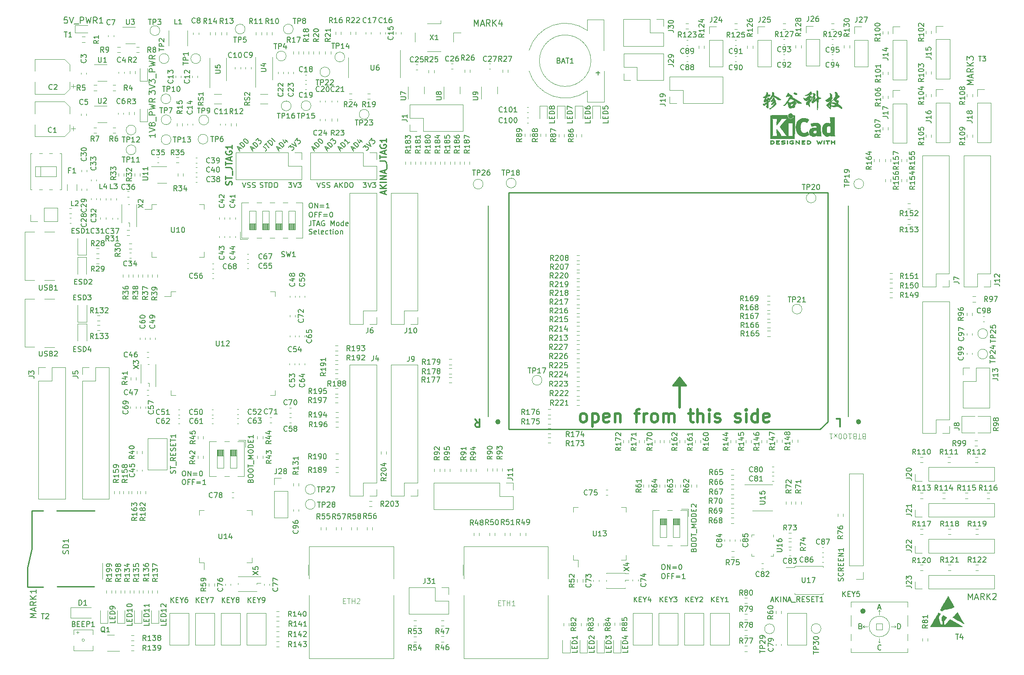
<source format=gbr>
%TF.GenerationSoftware,KiCad,Pcbnew,7.0.1*%
%TF.CreationDate,2023-05-17T15:07:38+08:00*%
%TF.ProjectId,PSVB_EvalBoard,50535642-5f45-4766-916c-426f6172642e,rev?*%
%TF.SameCoordinates,Original*%
%TF.FileFunction,Legend,Top*%
%TF.FilePolarity,Positive*%
%FSLAX46Y46*%
G04 Gerber Fmt 4.6, Leading zero omitted, Abs format (unit mm)*
G04 Created by KiCad (PCBNEW 7.0.1) date 2023-05-17 15:07:38*
%MOMM*%
%LPD*%
G01*
G04 APERTURE LIST*
%ADD10C,0.300000*%
%ADD11C,0.500000*%
%ADD12C,0.150000*%
%ADD13C,0.200000*%
%ADD14C,0.240000*%
%ADD15C,0.100000*%
%ADD16C,0.152000*%
%ADD17C,0.120000*%
%ADD18C,0.010000*%
%ADD19C,0.600000*%
%ADD20C,0.254000*%
%ADD21C,0.102000*%
G04 APERTURE END LIST*
D10*
X176936000Y-101089000D02*
X177444000Y-101089000D01*
X176809000Y-101216000D02*
X177571000Y-101216000D01*
X176682000Y-101470000D02*
X177698000Y-101470000D01*
X176428000Y-101724000D02*
X177952000Y-101724000D01*
X176301000Y-101978000D02*
X178079000Y-101978000D01*
X175920000Y-102232000D02*
X178460000Y-102232000D01*
X175920000Y-102232000D02*
X177190000Y-100581000D01*
X178460000Y-102232000D02*
X177190000Y-100581000D01*
D11*
X177190000Y-106423000D02*
X177190000Y-100835000D01*
X158330380Y-109292047D02*
X158092285Y-109173000D01*
X158092285Y-109173000D02*
X157973238Y-109053952D01*
X157973238Y-109053952D02*
X157854190Y-108815857D01*
X157854190Y-108815857D02*
X157854190Y-108101571D01*
X157854190Y-108101571D02*
X157973238Y-107863476D01*
X157973238Y-107863476D02*
X158092285Y-107744428D01*
X158092285Y-107744428D02*
X158330380Y-107625380D01*
X158330380Y-107625380D02*
X158687523Y-107625380D01*
X158687523Y-107625380D02*
X158925619Y-107744428D01*
X158925619Y-107744428D02*
X159044666Y-107863476D01*
X159044666Y-107863476D02*
X159163714Y-108101571D01*
X159163714Y-108101571D02*
X159163714Y-108815857D01*
X159163714Y-108815857D02*
X159044666Y-109053952D01*
X159044666Y-109053952D02*
X158925619Y-109173000D01*
X158925619Y-109173000D02*
X158687523Y-109292047D01*
X158687523Y-109292047D02*
X158330380Y-109292047D01*
X160235143Y-107625380D02*
X160235143Y-110125380D01*
X160235143Y-107744428D02*
X160473238Y-107625380D01*
X160473238Y-107625380D02*
X160949428Y-107625380D01*
X160949428Y-107625380D02*
X161187524Y-107744428D01*
X161187524Y-107744428D02*
X161306571Y-107863476D01*
X161306571Y-107863476D02*
X161425619Y-108101571D01*
X161425619Y-108101571D02*
X161425619Y-108815857D01*
X161425619Y-108815857D02*
X161306571Y-109053952D01*
X161306571Y-109053952D02*
X161187524Y-109173000D01*
X161187524Y-109173000D02*
X160949428Y-109292047D01*
X160949428Y-109292047D02*
X160473238Y-109292047D01*
X160473238Y-109292047D02*
X160235143Y-109173000D01*
X163449429Y-109173000D02*
X163211333Y-109292047D01*
X163211333Y-109292047D02*
X162735143Y-109292047D01*
X162735143Y-109292047D02*
X162497048Y-109173000D01*
X162497048Y-109173000D02*
X162378000Y-108934904D01*
X162378000Y-108934904D02*
X162378000Y-107982523D01*
X162378000Y-107982523D02*
X162497048Y-107744428D01*
X162497048Y-107744428D02*
X162735143Y-107625380D01*
X162735143Y-107625380D02*
X163211333Y-107625380D01*
X163211333Y-107625380D02*
X163449429Y-107744428D01*
X163449429Y-107744428D02*
X163568476Y-107982523D01*
X163568476Y-107982523D02*
X163568476Y-108220619D01*
X163568476Y-108220619D02*
X162378000Y-108458714D01*
X164639905Y-107625380D02*
X164639905Y-109292047D01*
X164639905Y-107863476D02*
X164758952Y-107744428D01*
X164758952Y-107744428D02*
X164997047Y-107625380D01*
X164997047Y-107625380D02*
X165354190Y-107625380D01*
X165354190Y-107625380D02*
X165592286Y-107744428D01*
X165592286Y-107744428D02*
X165711333Y-107982523D01*
X165711333Y-107982523D02*
X165711333Y-109292047D01*
X168449429Y-107625380D02*
X169401810Y-107625380D01*
X168806572Y-109292047D02*
X168806572Y-107149190D01*
X168806572Y-107149190D02*
X168925619Y-106911095D01*
X168925619Y-106911095D02*
X169163714Y-106792047D01*
X169163714Y-106792047D02*
X169401810Y-106792047D01*
X170235143Y-109292047D02*
X170235143Y-107625380D01*
X170235143Y-108101571D02*
X170354190Y-107863476D01*
X170354190Y-107863476D02*
X170473238Y-107744428D01*
X170473238Y-107744428D02*
X170711333Y-107625380D01*
X170711333Y-107625380D02*
X170949428Y-107625380D01*
X172139904Y-109292047D02*
X171901809Y-109173000D01*
X171901809Y-109173000D02*
X171782762Y-109053952D01*
X171782762Y-109053952D02*
X171663714Y-108815857D01*
X171663714Y-108815857D02*
X171663714Y-108101571D01*
X171663714Y-108101571D02*
X171782762Y-107863476D01*
X171782762Y-107863476D02*
X171901809Y-107744428D01*
X171901809Y-107744428D02*
X172139904Y-107625380D01*
X172139904Y-107625380D02*
X172497047Y-107625380D01*
X172497047Y-107625380D02*
X172735143Y-107744428D01*
X172735143Y-107744428D02*
X172854190Y-107863476D01*
X172854190Y-107863476D02*
X172973238Y-108101571D01*
X172973238Y-108101571D02*
X172973238Y-108815857D01*
X172973238Y-108815857D02*
X172854190Y-109053952D01*
X172854190Y-109053952D02*
X172735143Y-109173000D01*
X172735143Y-109173000D02*
X172497047Y-109292047D01*
X172497047Y-109292047D02*
X172139904Y-109292047D01*
X174044667Y-109292047D02*
X174044667Y-107625380D01*
X174044667Y-107863476D02*
X174163714Y-107744428D01*
X174163714Y-107744428D02*
X174401809Y-107625380D01*
X174401809Y-107625380D02*
X174758952Y-107625380D01*
X174758952Y-107625380D02*
X174997048Y-107744428D01*
X174997048Y-107744428D02*
X175116095Y-107982523D01*
X175116095Y-107982523D02*
X175116095Y-109292047D01*
X175116095Y-107982523D02*
X175235143Y-107744428D01*
X175235143Y-107744428D02*
X175473238Y-107625380D01*
X175473238Y-107625380D02*
X175830381Y-107625380D01*
X175830381Y-107625380D02*
X176068476Y-107744428D01*
X176068476Y-107744428D02*
X176187524Y-107982523D01*
X176187524Y-107982523D02*
X176187524Y-109292047D01*
X178925619Y-107625380D02*
X179878000Y-107625380D01*
X179282762Y-106792047D02*
X179282762Y-108934904D01*
X179282762Y-108934904D02*
X179401809Y-109173000D01*
X179401809Y-109173000D02*
X179639904Y-109292047D01*
X179639904Y-109292047D02*
X179878000Y-109292047D01*
X180711333Y-109292047D02*
X180711333Y-106792047D01*
X181782761Y-109292047D02*
X181782761Y-107982523D01*
X181782761Y-107982523D02*
X181663714Y-107744428D01*
X181663714Y-107744428D02*
X181425618Y-107625380D01*
X181425618Y-107625380D02*
X181068475Y-107625380D01*
X181068475Y-107625380D02*
X180830380Y-107744428D01*
X180830380Y-107744428D02*
X180711333Y-107863476D01*
X182973238Y-109292047D02*
X182973238Y-107625380D01*
X182973238Y-106792047D02*
X182854190Y-106911095D01*
X182854190Y-106911095D02*
X182973238Y-107030142D01*
X182973238Y-107030142D02*
X183092285Y-106911095D01*
X183092285Y-106911095D02*
X182973238Y-106792047D01*
X182973238Y-106792047D02*
X182973238Y-107030142D01*
X184044666Y-109173000D02*
X184282761Y-109292047D01*
X184282761Y-109292047D02*
X184758952Y-109292047D01*
X184758952Y-109292047D02*
X184997047Y-109173000D01*
X184997047Y-109173000D02*
X185116095Y-108934904D01*
X185116095Y-108934904D02*
X185116095Y-108815857D01*
X185116095Y-108815857D02*
X184997047Y-108577761D01*
X184997047Y-108577761D02*
X184758952Y-108458714D01*
X184758952Y-108458714D02*
X184401809Y-108458714D01*
X184401809Y-108458714D02*
X184163714Y-108339666D01*
X184163714Y-108339666D02*
X184044666Y-108101571D01*
X184044666Y-108101571D02*
X184044666Y-107982523D01*
X184044666Y-107982523D02*
X184163714Y-107744428D01*
X184163714Y-107744428D02*
X184401809Y-107625380D01*
X184401809Y-107625380D02*
X184758952Y-107625380D01*
X184758952Y-107625380D02*
X184997047Y-107744428D01*
X187973238Y-109173000D02*
X188211333Y-109292047D01*
X188211333Y-109292047D02*
X188687524Y-109292047D01*
X188687524Y-109292047D02*
X188925619Y-109173000D01*
X188925619Y-109173000D02*
X189044667Y-108934904D01*
X189044667Y-108934904D02*
X189044667Y-108815857D01*
X189044667Y-108815857D02*
X188925619Y-108577761D01*
X188925619Y-108577761D02*
X188687524Y-108458714D01*
X188687524Y-108458714D02*
X188330381Y-108458714D01*
X188330381Y-108458714D02*
X188092286Y-108339666D01*
X188092286Y-108339666D02*
X187973238Y-108101571D01*
X187973238Y-108101571D02*
X187973238Y-107982523D01*
X187973238Y-107982523D02*
X188092286Y-107744428D01*
X188092286Y-107744428D02*
X188330381Y-107625380D01*
X188330381Y-107625380D02*
X188687524Y-107625380D01*
X188687524Y-107625380D02*
X188925619Y-107744428D01*
X190116096Y-109292047D02*
X190116096Y-107625380D01*
X190116096Y-106792047D02*
X189997048Y-106911095D01*
X189997048Y-106911095D02*
X190116096Y-107030142D01*
X190116096Y-107030142D02*
X190235143Y-106911095D01*
X190235143Y-106911095D02*
X190116096Y-106792047D01*
X190116096Y-106792047D02*
X190116096Y-107030142D01*
X192378000Y-109292047D02*
X192378000Y-106792047D01*
X192378000Y-109173000D02*
X192139905Y-109292047D01*
X192139905Y-109292047D02*
X191663714Y-109292047D01*
X191663714Y-109292047D02*
X191425619Y-109173000D01*
X191425619Y-109173000D02*
X191306572Y-109053952D01*
X191306572Y-109053952D02*
X191187524Y-108815857D01*
X191187524Y-108815857D02*
X191187524Y-108101571D01*
X191187524Y-108101571D02*
X191306572Y-107863476D01*
X191306572Y-107863476D02*
X191425619Y-107744428D01*
X191425619Y-107744428D02*
X191663714Y-107625380D01*
X191663714Y-107625380D02*
X192139905Y-107625380D01*
X192139905Y-107625380D02*
X192378000Y-107744428D01*
X194520858Y-109173000D02*
X194282762Y-109292047D01*
X194282762Y-109292047D02*
X193806572Y-109292047D01*
X193806572Y-109292047D02*
X193568477Y-109173000D01*
X193568477Y-109173000D02*
X193449429Y-108934904D01*
X193449429Y-108934904D02*
X193449429Y-107982523D01*
X193449429Y-107982523D02*
X193568477Y-107744428D01*
X193568477Y-107744428D02*
X193806572Y-107625380D01*
X193806572Y-107625380D02*
X194282762Y-107625380D01*
X194282762Y-107625380D02*
X194520858Y-107744428D01*
X194520858Y-107744428D02*
X194639905Y-107982523D01*
X194639905Y-107982523D02*
X194639905Y-108220619D01*
X194639905Y-108220619D02*
X193449429Y-108458714D01*
D12*
X105577809Y-70152619D02*
X105577809Y-70866904D01*
X105577809Y-70866904D02*
X105530190Y-71009761D01*
X105530190Y-71009761D02*
X105434952Y-71105000D01*
X105434952Y-71105000D02*
X105292095Y-71152619D01*
X105292095Y-71152619D02*
X105196857Y-71152619D01*
X105911143Y-70152619D02*
X106482571Y-70152619D01*
X106196857Y-71152619D02*
X106196857Y-70152619D01*
X106768286Y-70866904D02*
X107244476Y-70866904D01*
X106673048Y-71152619D02*
X107006381Y-70152619D01*
X107006381Y-70152619D02*
X107339714Y-71152619D01*
X108196857Y-70200238D02*
X108101619Y-70152619D01*
X108101619Y-70152619D02*
X107958762Y-70152619D01*
X107958762Y-70152619D02*
X107815905Y-70200238D01*
X107815905Y-70200238D02*
X107720667Y-70295476D01*
X107720667Y-70295476D02*
X107673048Y-70390714D01*
X107673048Y-70390714D02*
X107625429Y-70581190D01*
X107625429Y-70581190D02*
X107625429Y-70724047D01*
X107625429Y-70724047D02*
X107673048Y-70914523D01*
X107673048Y-70914523D02*
X107720667Y-71009761D01*
X107720667Y-71009761D02*
X107815905Y-71105000D01*
X107815905Y-71105000D02*
X107958762Y-71152619D01*
X107958762Y-71152619D02*
X108054000Y-71152619D01*
X108054000Y-71152619D02*
X108196857Y-71105000D01*
X108196857Y-71105000D02*
X108244476Y-71057380D01*
X108244476Y-71057380D02*
X108244476Y-70724047D01*
X108244476Y-70724047D02*
X108054000Y-70724047D01*
X109434953Y-71152619D02*
X109434953Y-70152619D01*
X109434953Y-70152619D02*
X109768286Y-70866904D01*
X109768286Y-70866904D02*
X110101619Y-70152619D01*
X110101619Y-70152619D02*
X110101619Y-71152619D01*
X110720667Y-71152619D02*
X110625429Y-71105000D01*
X110625429Y-71105000D02*
X110577810Y-71057380D01*
X110577810Y-71057380D02*
X110530191Y-70962142D01*
X110530191Y-70962142D02*
X110530191Y-70676428D01*
X110530191Y-70676428D02*
X110577810Y-70581190D01*
X110577810Y-70581190D02*
X110625429Y-70533571D01*
X110625429Y-70533571D02*
X110720667Y-70485952D01*
X110720667Y-70485952D02*
X110863524Y-70485952D01*
X110863524Y-70485952D02*
X110958762Y-70533571D01*
X110958762Y-70533571D02*
X111006381Y-70581190D01*
X111006381Y-70581190D02*
X111054000Y-70676428D01*
X111054000Y-70676428D02*
X111054000Y-70962142D01*
X111054000Y-70962142D02*
X111006381Y-71057380D01*
X111006381Y-71057380D02*
X110958762Y-71105000D01*
X110958762Y-71105000D02*
X110863524Y-71152619D01*
X110863524Y-71152619D02*
X110720667Y-71152619D01*
X111911143Y-71152619D02*
X111911143Y-70152619D01*
X111911143Y-71105000D02*
X111815905Y-71152619D01*
X111815905Y-71152619D02*
X111625429Y-71152619D01*
X111625429Y-71152619D02*
X111530191Y-71105000D01*
X111530191Y-71105000D02*
X111482572Y-71057380D01*
X111482572Y-71057380D02*
X111434953Y-70962142D01*
X111434953Y-70962142D02*
X111434953Y-70676428D01*
X111434953Y-70676428D02*
X111482572Y-70581190D01*
X111482572Y-70581190D02*
X111530191Y-70533571D01*
X111530191Y-70533571D02*
X111625429Y-70485952D01*
X111625429Y-70485952D02*
X111815905Y-70485952D01*
X111815905Y-70485952D02*
X111911143Y-70533571D01*
X112768286Y-71105000D02*
X112673048Y-71152619D01*
X112673048Y-71152619D02*
X112482572Y-71152619D01*
X112482572Y-71152619D02*
X112387334Y-71105000D01*
X112387334Y-71105000D02*
X112339715Y-71009761D01*
X112339715Y-71009761D02*
X112339715Y-70628809D01*
X112339715Y-70628809D02*
X112387334Y-70533571D01*
X112387334Y-70533571D02*
X112482572Y-70485952D01*
X112482572Y-70485952D02*
X112673048Y-70485952D01*
X112673048Y-70485952D02*
X112768286Y-70533571D01*
X112768286Y-70533571D02*
X112815905Y-70628809D01*
X112815905Y-70628809D02*
X112815905Y-70724047D01*
X112815905Y-70724047D02*
X112339715Y-70819285D01*
X105244476Y-72725000D02*
X105387333Y-72772619D01*
X105387333Y-72772619D02*
X105625428Y-72772619D01*
X105625428Y-72772619D02*
X105720666Y-72725000D01*
X105720666Y-72725000D02*
X105768285Y-72677380D01*
X105768285Y-72677380D02*
X105815904Y-72582142D01*
X105815904Y-72582142D02*
X105815904Y-72486904D01*
X105815904Y-72486904D02*
X105768285Y-72391666D01*
X105768285Y-72391666D02*
X105720666Y-72344047D01*
X105720666Y-72344047D02*
X105625428Y-72296428D01*
X105625428Y-72296428D02*
X105434952Y-72248809D01*
X105434952Y-72248809D02*
X105339714Y-72201190D01*
X105339714Y-72201190D02*
X105292095Y-72153571D01*
X105292095Y-72153571D02*
X105244476Y-72058333D01*
X105244476Y-72058333D02*
X105244476Y-71963095D01*
X105244476Y-71963095D02*
X105292095Y-71867857D01*
X105292095Y-71867857D02*
X105339714Y-71820238D01*
X105339714Y-71820238D02*
X105434952Y-71772619D01*
X105434952Y-71772619D02*
X105673047Y-71772619D01*
X105673047Y-71772619D02*
X105815904Y-71820238D01*
X106625428Y-72725000D02*
X106530190Y-72772619D01*
X106530190Y-72772619D02*
X106339714Y-72772619D01*
X106339714Y-72772619D02*
X106244476Y-72725000D01*
X106244476Y-72725000D02*
X106196857Y-72629761D01*
X106196857Y-72629761D02*
X106196857Y-72248809D01*
X106196857Y-72248809D02*
X106244476Y-72153571D01*
X106244476Y-72153571D02*
X106339714Y-72105952D01*
X106339714Y-72105952D02*
X106530190Y-72105952D01*
X106530190Y-72105952D02*
X106625428Y-72153571D01*
X106625428Y-72153571D02*
X106673047Y-72248809D01*
X106673047Y-72248809D02*
X106673047Y-72344047D01*
X106673047Y-72344047D02*
X106196857Y-72439285D01*
X107244476Y-72772619D02*
X107149238Y-72725000D01*
X107149238Y-72725000D02*
X107101619Y-72629761D01*
X107101619Y-72629761D02*
X107101619Y-71772619D01*
X108006381Y-72725000D02*
X107911143Y-72772619D01*
X107911143Y-72772619D02*
X107720667Y-72772619D01*
X107720667Y-72772619D02*
X107625429Y-72725000D01*
X107625429Y-72725000D02*
X107577810Y-72629761D01*
X107577810Y-72629761D02*
X107577810Y-72248809D01*
X107577810Y-72248809D02*
X107625429Y-72153571D01*
X107625429Y-72153571D02*
X107720667Y-72105952D01*
X107720667Y-72105952D02*
X107911143Y-72105952D01*
X107911143Y-72105952D02*
X108006381Y-72153571D01*
X108006381Y-72153571D02*
X108054000Y-72248809D01*
X108054000Y-72248809D02*
X108054000Y-72344047D01*
X108054000Y-72344047D02*
X107577810Y-72439285D01*
X108911143Y-72725000D02*
X108815905Y-72772619D01*
X108815905Y-72772619D02*
X108625429Y-72772619D01*
X108625429Y-72772619D02*
X108530191Y-72725000D01*
X108530191Y-72725000D02*
X108482572Y-72677380D01*
X108482572Y-72677380D02*
X108434953Y-72582142D01*
X108434953Y-72582142D02*
X108434953Y-72296428D01*
X108434953Y-72296428D02*
X108482572Y-72201190D01*
X108482572Y-72201190D02*
X108530191Y-72153571D01*
X108530191Y-72153571D02*
X108625429Y-72105952D01*
X108625429Y-72105952D02*
X108815905Y-72105952D01*
X108815905Y-72105952D02*
X108911143Y-72153571D01*
X109196858Y-72105952D02*
X109577810Y-72105952D01*
X109339715Y-71772619D02*
X109339715Y-72629761D01*
X109339715Y-72629761D02*
X109387334Y-72725000D01*
X109387334Y-72725000D02*
X109482572Y-72772619D01*
X109482572Y-72772619D02*
X109577810Y-72772619D01*
X109911144Y-72772619D02*
X109911144Y-72105952D01*
X109911144Y-71772619D02*
X109863525Y-71820238D01*
X109863525Y-71820238D02*
X109911144Y-71867857D01*
X109911144Y-71867857D02*
X109958763Y-71820238D01*
X109958763Y-71820238D02*
X109911144Y-71772619D01*
X109911144Y-71772619D02*
X109911144Y-71867857D01*
X110530191Y-72772619D02*
X110434953Y-72725000D01*
X110434953Y-72725000D02*
X110387334Y-72677380D01*
X110387334Y-72677380D02*
X110339715Y-72582142D01*
X110339715Y-72582142D02*
X110339715Y-72296428D01*
X110339715Y-72296428D02*
X110387334Y-72201190D01*
X110387334Y-72201190D02*
X110434953Y-72153571D01*
X110434953Y-72153571D02*
X110530191Y-72105952D01*
X110530191Y-72105952D02*
X110673048Y-72105952D01*
X110673048Y-72105952D02*
X110768286Y-72153571D01*
X110768286Y-72153571D02*
X110815905Y-72201190D01*
X110815905Y-72201190D02*
X110863524Y-72296428D01*
X110863524Y-72296428D02*
X110863524Y-72582142D01*
X110863524Y-72582142D02*
X110815905Y-72677380D01*
X110815905Y-72677380D02*
X110768286Y-72725000D01*
X110768286Y-72725000D02*
X110673048Y-72772619D01*
X110673048Y-72772619D02*
X110530191Y-72772619D01*
X111292096Y-72105952D02*
X111292096Y-72772619D01*
X111292096Y-72201190D02*
X111339715Y-72153571D01*
X111339715Y-72153571D02*
X111434953Y-72105952D01*
X111434953Y-72105952D02*
X111577810Y-72105952D01*
X111577810Y-72105952D02*
X111673048Y-72153571D01*
X111673048Y-72153571D02*
X111720667Y-72248809D01*
X111720667Y-72248809D02*
X111720667Y-72772619D01*
X105482571Y-66692619D02*
X105673047Y-66692619D01*
X105673047Y-66692619D02*
X105768285Y-66740238D01*
X105768285Y-66740238D02*
X105863523Y-66835476D01*
X105863523Y-66835476D02*
X105911142Y-67025952D01*
X105911142Y-67025952D02*
X105911142Y-67359285D01*
X105911142Y-67359285D02*
X105863523Y-67549761D01*
X105863523Y-67549761D02*
X105768285Y-67645000D01*
X105768285Y-67645000D02*
X105673047Y-67692619D01*
X105673047Y-67692619D02*
X105482571Y-67692619D01*
X105482571Y-67692619D02*
X105387333Y-67645000D01*
X105387333Y-67645000D02*
X105292095Y-67549761D01*
X105292095Y-67549761D02*
X105244476Y-67359285D01*
X105244476Y-67359285D02*
X105244476Y-67025952D01*
X105244476Y-67025952D02*
X105292095Y-66835476D01*
X105292095Y-66835476D02*
X105387333Y-66740238D01*
X105387333Y-66740238D02*
X105482571Y-66692619D01*
X106339714Y-67692619D02*
X106339714Y-66692619D01*
X106339714Y-66692619D02*
X106911142Y-67692619D01*
X106911142Y-67692619D02*
X106911142Y-66692619D01*
X107387333Y-67168809D02*
X108149238Y-67168809D01*
X108149238Y-67454523D02*
X107387333Y-67454523D01*
X109149237Y-67692619D02*
X108577809Y-67692619D01*
X108863523Y-67692619D02*
X108863523Y-66692619D01*
X108863523Y-66692619D02*
X108768285Y-66835476D01*
X108768285Y-66835476D02*
X108673047Y-66930714D01*
X108673047Y-66930714D02*
X108577809Y-66978333D01*
X105482571Y-68470619D02*
X105673047Y-68470619D01*
X105673047Y-68470619D02*
X105768285Y-68518238D01*
X105768285Y-68518238D02*
X105863523Y-68613476D01*
X105863523Y-68613476D02*
X105911142Y-68803952D01*
X105911142Y-68803952D02*
X105911142Y-69137285D01*
X105911142Y-69137285D02*
X105863523Y-69327761D01*
X105863523Y-69327761D02*
X105768285Y-69423000D01*
X105768285Y-69423000D02*
X105673047Y-69470619D01*
X105673047Y-69470619D02*
X105482571Y-69470619D01*
X105482571Y-69470619D02*
X105387333Y-69423000D01*
X105387333Y-69423000D02*
X105292095Y-69327761D01*
X105292095Y-69327761D02*
X105244476Y-69137285D01*
X105244476Y-69137285D02*
X105244476Y-68803952D01*
X105244476Y-68803952D02*
X105292095Y-68613476D01*
X105292095Y-68613476D02*
X105387333Y-68518238D01*
X105387333Y-68518238D02*
X105482571Y-68470619D01*
X106673047Y-68946809D02*
X106339714Y-68946809D01*
X106339714Y-69470619D02*
X106339714Y-68470619D01*
X106339714Y-68470619D02*
X106815904Y-68470619D01*
X107530190Y-68946809D02*
X107196857Y-68946809D01*
X107196857Y-69470619D02*
X107196857Y-68470619D01*
X107196857Y-68470619D02*
X107673047Y-68470619D01*
X108054000Y-68946809D02*
X108815905Y-68946809D01*
X108815905Y-69232523D02*
X108054000Y-69232523D01*
X109482571Y-68470619D02*
X109577809Y-68470619D01*
X109577809Y-68470619D02*
X109673047Y-68518238D01*
X109673047Y-68518238D02*
X109720666Y-68565857D01*
X109720666Y-68565857D02*
X109768285Y-68661095D01*
X109768285Y-68661095D02*
X109815904Y-68851571D01*
X109815904Y-68851571D02*
X109815904Y-69089666D01*
X109815904Y-69089666D02*
X109768285Y-69280142D01*
X109768285Y-69280142D02*
X109720666Y-69375380D01*
X109720666Y-69375380D02*
X109673047Y-69423000D01*
X109673047Y-69423000D02*
X109577809Y-69470619D01*
X109577809Y-69470619D02*
X109482571Y-69470619D01*
X109482571Y-69470619D02*
X109387333Y-69423000D01*
X109387333Y-69423000D02*
X109339714Y-69375380D01*
X109339714Y-69375380D02*
X109292095Y-69280142D01*
X109292095Y-69280142D02*
X109244476Y-69089666D01*
X109244476Y-69089666D02*
X109244476Y-68851571D01*
X109244476Y-68851571D02*
X109292095Y-68661095D01*
X109292095Y-68661095D02*
X109339714Y-68565857D01*
X109339714Y-68565857D02*
X109387333Y-68518238D01*
X109387333Y-68518238D02*
X109482571Y-68470619D01*
X173935571Y-136923619D02*
X174126047Y-136923619D01*
X174126047Y-136923619D02*
X174221285Y-136971238D01*
X174221285Y-136971238D02*
X174316523Y-137066476D01*
X174316523Y-137066476D02*
X174364142Y-137256952D01*
X174364142Y-137256952D02*
X174364142Y-137590285D01*
X174364142Y-137590285D02*
X174316523Y-137780761D01*
X174316523Y-137780761D02*
X174221285Y-137876000D01*
X174221285Y-137876000D02*
X174126047Y-137923619D01*
X174126047Y-137923619D02*
X173935571Y-137923619D01*
X173935571Y-137923619D02*
X173840333Y-137876000D01*
X173840333Y-137876000D02*
X173745095Y-137780761D01*
X173745095Y-137780761D02*
X173697476Y-137590285D01*
X173697476Y-137590285D02*
X173697476Y-137256952D01*
X173697476Y-137256952D02*
X173745095Y-137066476D01*
X173745095Y-137066476D02*
X173840333Y-136971238D01*
X173840333Y-136971238D02*
X173935571Y-136923619D01*
X174792714Y-137923619D02*
X174792714Y-136923619D01*
X174792714Y-136923619D02*
X175364142Y-137923619D01*
X175364142Y-137923619D02*
X175364142Y-136923619D01*
X175840333Y-137399809D02*
X176602238Y-137399809D01*
X176602238Y-137685523D02*
X175840333Y-137685523D01*
X177268904Y-136923619D02*
X177364142Y-136923619D01*
X177364142Y-136923619D02*
X177459380Y-136971238D01*
X177459380Y-136971238D02*
X177506999Y-137018857D01*
X177506999Y-137018857D02*
X177554618Y-137114095D01*
X177554618Y-137114095D02*
X177602237Y-137304571D01*
X177602237Y-137304571D02*
X177602237Y-137542666D01*
X177602237Y-137542666D02*
X177554618Y-137733142D01*
X177554618Y-137733142D02*
X177506999Y-137828380D01*
X177506999Y-137828380D02*
X177459380Y-137876000D01*
X177459380Y-137876000D02*
X177364142Y-137923619D01*
X177364142Y-137923619D02*
X177268904Y-137923619D01*
X177268904Y-137923619D02*
X177173666Y-137876000D01*
X177173666Y-137876000D02*
X177126047Y-137828380D01*
X177126047Y-137828380D02*
X177078428Y-137733142D01*
X177078428Y-137733142D02*
X177030809Y-137542666D01*
X177030809Y-137542666D02*
X177030809Y-137304571D01*
X177030809Y-137304571D02*
X177078428Y-137114095D01*
X177078428Y-137114095D02*
X177126047Y-137018857D01*
X177126047Y-137018857D02*
X177173666Y-136971238D01*
X177173666Y-136971238D02*
X177268904Y-136923619D01*
X173935571Y-138701619D02*
X174126047Y-138701619D01*
X174126047Y-138701619D02*
X174221285Y-138749238D01*
X174221285Y-138749238D02*
X174316523Y-138844476D01*
X174316523Y-138844476D02*
X174364142Y-139034952D01*
X174364142Y-139034952D02*
X174364142Y-139368285D01*
X174364142Y-139368285D02*
X174316523Y-139558761D01*
X174316523Y-139558761D02*
X174221285Y-139654000D01*
X174221285Y-139654000D02*
X174126047Y-139701619D01*
X174126047Y-139701619D02*
X173935571Y-139701619D01*
X173935571Y-139701619D02*
X173840333Y-139654000D01*
X173840333Y-139654000D02*
X173745095Y-139558761D01*
X173745095Y-139558761D02*
X173697476Y-139368285D01*
X173697476Y-139368285D02*
X173697476Y-139034952D01*
X173697476Y-139034952D02*
X173745095Y-138844476D01*
X173745095Y-138844476D02*
X173840333Y-138749238D01*
X173840333Y-138749238D02*
X173935571Y-138701619D01*
X175126047Y-139177809D02*
X174792714Y-139177809D01*
X174792714Y-139701619D02*
X174792714Y-138701619D01*
X174792714Y-138701619D02*
X175268904Y-138701619D01*
X175983190Y-139177809D02*
X175649857Y-139177809D01*
X175649857Y-139701619D02*
X175649857Y-138701619D01*
X175649857Y-138701619D02*
X176126047Y-138701619D01*
X176507000Y-139177809D02*
X177268905Y-139177809D01*
X177268905Y-139463523D02*
X176507000Y-139463523D01*
X178268904Y-139701619D02*
X177697476Y-139701619D01*
X177983190Y-139701619D02*
X177983190Y-138701619D01*
X177983190Y-138701619D02*
X177887952Y-138844476D01*
X177887952Y-138844476D02*
X177792714Y-138939714D01*
X177792714Y-138939714D02*
X177697476Y-138987333D01*
X80844571Y-120413619D02*
X81035047Y-120413619D01*
X81035047Y-120413619D02*
X81130285Y-120461238D01*
X81130285Y-120461238D02*
X81225523Y-120556476D01*
X81225523Y-120556476D02*
X81273142Y-120746952D01*
X81273142Y-120746952D02*
X81273142Y-121080285D01*
X81273142Y-121080285D02*
X81225523Y-121270761D01*
X81225523Y-121270761D02*
X81130285Y-121366000D01*
X81130285Y-121366000D02*
X81035047Y-121413619D01*
X81035047Y-121413619D02*
X80844571Y-121413619D01*
X80844571Y-121413619D02*
X80749333Y-121366000D01*
X80749333Y-121366000D02*
X80654095Y-121270761D01*
X80654095Y-121270761D02*
X80606476Y-121080285D01*
X80606476Y-121080285D02*
X80606476Y-120746952D01*
X80606476Y-120746952D02*
X80654095Y-120556476D01*
X80654095Y-120556476D02*
X80749333Y-120461238D01*
X80749333Y-120461238D02*
X80844571Y-120413619D01*
X82035047Y-120889809D02*
X81701714Y-120889809D01*
X81701714Y-121413619D02*
X81701714Y-120413619D01*
X81701714Y-120413619D02*
X82177904Y-120413619D01*
X82892190Y-120889809D02*
X82558857Y-120889809D01*
X82558857Y-121413619D02*
X82558857Y-120413619D01*
X82558857Y-120413619D02*
X83035047Y-120413619D01*
X83416000Y-120889809D02*
X84177905Y-120889809D01*
X84177905Y-121175523D02*
X83416000Y-121175523D01*
X85177904Y-121413619D02*
X84606476Y-121413619D01*
X84892190Y-121413619D02*
X84892190Y-120413619D01*
X84892190Y-120413619D02*
X84796952Y-120556476D01*
X84796952Y-120556476D02*
X84701714Y-120651714D01*
X84701714Y-120651714D02*
X84606476Y-120699333D01*
X80844571Y-118762619D02*
X81035047Y-118762619D01*
X81035047Y-118762619D02*
X81130285Y-118810238D01*
X81130285Y-118810238D02*
X81225523Y-118905476D01*
X81225523Y-118905476D02*
X81273142Y-119095952D01*
X81273142Y-119095952D02*
X81273142Y-119429285D01*
X81273142Y-119429285D02*
X81225523Y-119619761D01*
X81225523Y-119619761D02*
X81130285Y-119715000D01*
X81130285Y-119715000D02*
X81035047Y-119762619D01*
X81035047Y-119762619D02*
X80844571Y-119762619D01*
X80844571Y-119762619D02*
X80749333Y-119715000D01*
X80749333Y-119715000D02*
X80654095Y-119619761D01*
X80654095Y-119619761D02*
X80606476Y-119429285D01*
X80606476Y-119429285D02*
X80606476Y-119095952D01*
X80606476Y-119095952D02*
X80654095Y-118905476D01*
X80654095Y-118905476D02*
X80749333Y-118810238D01*
X80749333Y-118810238D02*
X80844571Y-118762619D01*
X81701714Y-119762619D02*
X81701714Y-118762619D01*
X81701714Y-118762619D02*
X82273142Y-119762619D01*
X82273142Y-119762619D02*
X82273142Y-118762619D01*
X82749333Y-119238809D02*
X83511238Y-119238809D01*
X83511238Y-119524523D02*
X82749333Y-119524523D01*
X84177904Y-118762619D02*
X84273142Y-118762619D01*
X84273142Y-118762619D02*
X84368380Y-118810238D01*
X84368380Y-118810238D02*
X84415999Y-118857857D01*
X84415999Y-118857857D02*
X84463618Y-118953095D01*
X84463618Y-118953095D02*
X84511237Y-119143571D01*
X84511237Y-119143571D02*
X84511237Y-119381666D01*
X84511237Y-119381666D02*
X84463618Y-119572142D01*
X84463618Y-119572142D02*
X84415999Y-119667380D01*
X84415999Y-119667380D02*
X84368380Y-119715000D01*
X84368380Y-119715000D02*
X84273142Y-119762619D01*
X84273142Y-119762619D02*
X84177904Y-119762619D01*
X84177904Y-119762619D02*
X84082666Y-119715000D01*
X84082666Y-119715000D02*
X84035047Y-119667380D01*
X84035047Y-119667380D02*
X83987428Y-119572142D01*
X83987428Y-119572142D02*
X83939809Y-119381666D01*
X83939809Y-119381666D02*
X83939809Y-119143571D01*
X83939809Y-119143571D02*
X83987428Y-118953095D01*
X83987428Y-118953095D02*
X84035047Y-118857857D01*
X84035047Y-118857857D02*
X84082666Y-118810238D01*
X84082666Y-118810238D02*
X84177904Y-118762619D01*
D13*
X106791286Y-62708619D02*
X107124619Y-63708619D01*
X107124619Y-63708619D02*
X107457952Y-62708619D01*
X107743667Y-63661000D02*
X107886524Y-63708619D01*
X107886524Y-63708619D02*
X108124619Y-63708619D01*
X108124619Y-63708619D02*
X108219857Y-63661000D01*
X108219857Y-63661000D02*
X108267476Y-63613380D01*
X108267476Y-63613380D02*
X108315095Y-63518142D01*
X108315095Y-63518142D02*
X108315095Y-63422904D01*
X108315095Y-63422904D02*
X108267476Y-63327666D01*
X108267476Y-63327666D02*
X108219857Y-63280047D01*
X108219857Y-63280047D02*
X108124619Y-63232428D01*
X108124619Y-63232428D02*
X107934143Y-63184809D01*
X107934143Y-63184809D02*
X107838905Y-63137190D01*
X107838905Y-63137190D02*
X107791286Y-63089571D01*
X107791286Y-63089571D02*
X107743667Y-62994333D01*
X107743667Y-62994333D02*
X107743667Y-62899095D01*
X107743667Y-62899095D02*
X107791286Y-62803857D01*
X107791286Y-62803857D02*
X107838905Y-62756238D01*
X107838905Y-62756238D02*
X107934143Y-62708619D01*
X107934143Y-62708619D02*
X108172238Y-62708619D01*
X108172238Y-62708619D02*
X108315095Y-62756238D01*
X108696048Y-63661000D02*
X108838905Y-63708619D01*
X108838905Y-63708619D02*
X109077000Y-63708619D01*
X109077000Y-63708619D02*
X109172238Y-63661000D01*
X109172238Y-63661000D02*
X109219857Y-63613380D01*
X109219857Y-63613380D02*
X109267476Y-63518142D01*
X109267476Y-63518142D02*
X109267476Y-63422904D01*
X109267476Y-63422904D02*
X109219857Y-63327666D01*
X109219857Y-63327666D02*
X109172238Y-63280047D01*
X109172238Y-63280047D02*
X109077000Y-63232428D01*
X109077000Y-63232428D02*
X108886524Y-63184809D01*
X108886524Y-63184809D02*
X108791286Y-63137190D01*
X108791286Y-63137190D02*
X108743667Y-63089571D01*
X108743667Y-63089571D02*
X108696048Y-62994333D01*
X108696048Y-62994333D02*
X108696048Y-62899095D01*
X108696048Y-62899095D02*
X108743667Y-62803857D01*
X108743667Y-62803857D02*
X108791286Y-62756238D01*
X108791286Y-62756238D02*
X108886524Y-62708619D01*
X108886524Y-62708619D02*
X109124619Y-62708619D01*
X109124619Y-62708619D02*
X109267476Y-62756238D01*
X95718524Y-63661000D02*
X95861381Y-63708619D01*
X95861381Y-63708619D02*
X96099476Y-63708619D01*
X96099476Y-63708619D02*
X96194714Y-63661000D01*
X96194714Y-63661000D02*
X96242333Y-63613380D01*
X96242333Y-63613380D02*
X96289952Y-63518142D01*
X96289952Y-63518142D02*
X96289952Y-63422904D01*
X96289952Y-63422904D02*
X96242333Y-63327666D01*
X96242333Y-63327666D02*
X96194714Y-63280047D01*
X96194714Y-63280047D02*
X96099476Y-63232428D01*
X96099476Y-63232428D02*
X95909000Y-63184809D01*
X95909000Y-63184809D02*
X95813762Y-63137190D01*
X95813762Y-63137190D02*
X95766143Y-63089571D01*
X95766143Y-63089571D02*
X95718524Y-62994333D01*
X95718524Y-62994333D02*
X95718524Y-62899095D01*
X95718524Y-62899095D02*
X95766143Y-62803857D01*
X95766143Y-62803857D02*
X95813762Y-62756238D01*
X95813762Y-62756238D02*
X95909000Y-62708619D01*
X95909000Y-62708619D02*
X96147095Y-62708619D01*
X96147095Y-62708619D02*
X96289952Y-62756238D01*
X96575667Y-62708619D02*
X97147095Y-62708619D01*
X96861381Y-63708619D02*
X96861381Y-62708619D01*
X97480429Y-63708619D02*
X97480429Y-62708619D01*
X97480429Y-62708619D02*
X97718524Y-62708619D01*
X97718524Y-62708619D02*
X97861381Y-62756238D01*
X97861381Y-62756238D02*
X97956619Y-62851476D01*
X97956619Y-62851476D02*
X98004238Y-62946714D01*
X98004238Y-62946714D02*
X98051857Y-63137190D01*
X98051857Y-63137190D02*
X98051857Y-63280047D01*
X98051857Y-63280047D02*
X98004238Y-63470523D01*
X98004238Y-63470523D02*
X97956619Y-63565761D01*
X97956619Y-63565761D02*
X97861381Y-63661000D01*
X97861381Y-63661000D02*
X97718524Y-63708619D01*
X97718524Y-63708619D02*
X97480429Y-63708619D01*
X98670905Y-62708619D02*
X98861381Y-62708619D01*
X98861381Y-62708619D02*
X98956619Y-62756238D01*
X98956619Y-62756238D02*
X99051857Y-62851476D01*
X99051857Y-62851476D02*
X99099476Y-63041952D01*
X99099476Y-63041952D02*
X99099476Y-63375285D01*
X99099476Y-63375285D02*
X99051857Y-63565761D01*
X99051857Y-63565761D02*
X98956619Y-63661000D01*
X98956619Y-63661000D02*
X98861381Y-63708619D01*
X98861381Y-63708619D02*
X98670905Y-63708619D01*
X98670905Y-63708619D02*
X98575667Y-63661000D01*
X98575667Y-63661000D02*
X98480429Y-63565761D01*
X98480429Y-63565761D02*
X98432810Y-63375285D01*
X98432810Y-63375285D02*
X98432810Y-63041952D01*
X98432810Y-63041952D02*
X98480429Y-62851476D01*
X98480429Y-62851476D02*
X98575667Y-62756238D01*
X98575667Y-62756238D02*
X98670905Y-62708619D01*
X115711549Y-55867479D02*
X116149281Y-55429746D01*
X116149281Y-55429746D02*
X116182953Y-55934823D01*
X116182953Y-55934823D02*
X116283968Y-55833807D01*
X116283968Y-55833807D02*
X116384984Y-55800136D01*
X116384984Y-55800136D02*
X116452327Y-55800136D01*
X116452327Y-55800136D02*
X116553342Y-55833807D01*
X116553342Y-55833807D02*
X116721701Y-56002166D01*
X116721701Y-56002166D02*
X116755373Y-56103181D01*
X116755373Y-56103181D02*
X116755373Y-56170525D01*
X116755373Y-56170525D02*
X116721701Y-56271540D01*
X116721701Y-56271540D02*
X116519671Y-56473571D01*
X116519671Y-56473571D02*
X116418655Y-56507242D01*
X116418655Y-56507242D02*
X116351312Y-56507242D01*
X116351312Y-55227716D02*
X117294121Y-55699120D01*
X117294121Y-55699120D02*
X116822716Y-54756311D01*
X116991075Y-54587952D02*
X117428808Y-54150220D01*
X117428808Y-54150220D02*
X117462480Y-54655296D01*
X117462480Y-54655296D02*
X117563495Y-54554281D01*
X117563495Y-54554281D02*
X117664510Y-54520609D01*
X117664510Y-54520609D02*
X117731854Y-54520609D01*
X117731854Y-54520609D02*
X117832869Y-54554281D01*
X117832869Y-54554281D02*
X118001228Y-54722639D01*
X118001228Y-54722639D02*
X118034900Y-54823655D01*
X118034900Y-54823655D02*
X118034900Y-54890998D01*
X118034900Y-54890998D02*
X118001228Y-54992013D01*
X118001228Y-54992013D02*
X117799197Y-55194044D01*
X117799197Y-55194044D02*
X117698182Y-55227716D01*
X117698182Y-55227716D02*
X117630838Y-55227716D01*
X110252095Y-63422904D02*
X110728285Y-63422904D01*
X110156857Y-63708619D02*
X110490190Y-62708619D01*
X110490190Y-62708619D02*
X110823523Y-63708619D01*
X111156857Y-63708619D02*
X111156857Y-62708619D01*
X111728285Y-63708619D02*
X111299714Y-63137190D01*
X111728285Y-62708619D02*
X111156857Y-63280047D01*
X112156857Y-63708619D02*
X112156857Y-62708619D01*
X112156857Y-62708619D02*
X112394952Y-62708619D01*
X112394952Y-62708619D02*
X112537809Y-62756238D01*
X112537809Y-62756238D02*
X112633047Y-62851476D01*
X112633047Y-62851476D02*
X112680666Y-62946714D01*
X112680666Y-62946714D02*
X112728285Y-63137190D01*
X112728285Y-63137190D02*
X112728285Y-63280047D01*
X112728285Y-63280047D02*
X112680666Y-63470523D01*
X112680666Y-63470523D02*
X112633047Y-63565761D01*
X112633047Y-63565761D02*
X112537809Y-63661000D01*
X112537809Y-63661000D02*
X112394952Y-63708619D01*
X112394952Y-63708619D02*
X112156857Y-63708619D01*
X113347333Y-62708619D02*
X113537809Y-62708619D01*
X113537809Y-62708619D02*
X113633047Y-62756238D01*
X113633047Y-62756238D02*
X113728285Y-62851476D01*
X113728285Y-62851476D02*
X113775904Y-63041952D01*
X113775904Y-63041952D02*
X113775904Y-63375285D01*
X113775904Y-63375285D02*
X113728285Y-63565761D01*
X113728285Y-63565761D02*
X113633047Y-63661000D01*
X113633047Y-63661000D02*
X113537809Y-63708619D01*
X113537809Y-63708619D02*
X113347333Y-63708619D01*
X113347333Y-63708619D02*
X113252095Y-63661000D01*
X113252095Y-63661000D02*
X113156857Y-63565761D01*
X113156857Y-63565761D02*
X113109238Y-63375285D01*
X113109238Y-63375285D02*
X113109238Y-63041952D01*
X113109238Y-63041952D02*
X113156857Y-62851476D01*
X113156857Y-62851476D02*
X113252095Y-62756238D01*
X113252095Y-62756238D02*
X113347333Y-62708619D01*
X111153460Y-56355720D02*
X111490178Y-56019002D01*
X111288147Y-56625094D02*
X110816743Y-55682285D01*
X110816743Y-55682285D02*
X111759552Y-56153689D01*
X111995254Y-55917987D02*
X111288147Y-55210880D01*
X111288147Y-55210880D02*
X111456506Y-55042521D01*
X111456506Y-55042521D02*
X111591193Y-54975178D01*
X111591193Y-54975178D02*
X111725880Y-54975178D01*
X111725880Y-54975178D02*
X111826895Y-55008850D01*
X111826895Y-55008850D02*
X111995254Y-55109865D01*
X111995254Y-55109865D02*
X112096269Y-55210880D01*
X112096269Y-55210880D02*
X112197285Y-55379239D01*
X112197285Y-55379239D02*
X112230956Y-55480254D01*
X112230956Y-55480254D02*
X112230956Y-55614941D01*
X112230956Y-55614941D02*
X112163613Y-55749628D01*
X112163613Y-55749628D02*
X111995254Y-55917987D01*
X113072750Y-54840491D02*
X112668689Y-55244552D01*
X112870720Y-55042521D02*
X112163613Y-54335415D01*
X112163613Y-54335415D02*
X112197285Y-54503773D01*
X112197285Y-54503773D02*
X112197285Y-54638460D01*
X112197285Y-54638460D02*
X112163613Y-54739476D01*
X94135460Y-56355720D02*
X94472178Y-56019002D01*
X94270147Y-56625094D02*
X93798743Y-55682285D01*
X93798743Y-55682285D02*
X94741552Y-56153689D01*
X94977254Y-55917987D02*
X94270147Y-55210880D01*
X94270147Y-55210880D02*
X94438506Y-55042521D01*
X94438506Y-55042521D02*
X94573193Y-54975178D01*
X94573193Y-54975178D02*
X94707880Y-54975178D01*
X94707880Y-54975178D02*
X94808895Y-55008850D01*
X94808895Y-55008850D02*
X94977254Y-55109865D01*
X94977254Y-55109865D02*
X95078269Y-55210880D01*
X95078269Y-55210880D02*
X95179285Y-55379239D01*
X95179285Y-55379239D02*
X95212956Y-55480254D01*
X95212956Y-55480254D02*
X95212956Y-55614941D01*
X95212956Y-55614941D02*
X95145613Y-55749628D01*
X95145613Y-55749628D02*
X94977254Y-55917987D01*
X94909911Y-54571117D02*
X95347643Y-54133384D01*
X95347643Y-54133384D02*
X95381315Y-54638460D01*
X95381315Y-54638460D02*
X95482330Y-54537445D01*
X95482330Y-54537445D02*
X95583346Y-54503773D01*
X95583346Y-54503773D02*
X95650689Y-54503773D01*
X95650689Y-54503773D02*
X95751704Y-54537445D01*
X95751704Y-54537445D02*
X95920063Y-54705804D01*
X95920063Y-54705804D02*
X95953735Y-54806819D01*
X95953735Y-54806819D02*
X95953735Y-54874163D01*
X95953735Y-54874163D02*
X95920063Y-54975178D01*
X95920063Y-54975178D02*
X95718033Y-55177208D01*
X95718033Y-55177208D02*
X95617017Y-55210880D01*
X95617017Y-55210880D02*
X95549674Y-55210880D01*
X101233549Y-55867479D02*
X101671281Y-55429746D01*
X101671281Y-55429746D02*
X101704953Y-55934823D01*
X101704953Y-55934823D02*
X101805968Y-55833807D01*
X101805968Y-55833807D02*
X101906984Y-55800136D01*
X101906984Y-55800136D02*
X101974327Y-55800136D01*
X101974327Y-55800136D02*
X102075342Y-55833807D01*
X102075342Y-55833807D02*
X102243701Y-56002166D01*
X102243701Y-56002166D02*
X102277373Y-56103181D01*
X102277373Y-56103181D02*
X102277373Y-56170525D01*
X102277373Y-56170525D02*
X102243701Y-56271540D01*
X102243701Y-56271540D02*
X102041671Y-56473571D01*
X102041671Y-56473571D02*
X101940655Y-56507242D01*
X101940655Y-56507242D02*
X101873312Y-56507242D01*
X101873312Y-55227716D02*
X102816121Y-55699120D01*
X102816121Y-55699120D02*
X102344716Y-54756311D01*
X102513075Y-54587952D02*
X102950808Y-54150220D01*
X102950808Y-54150220D02*
X102984480Y-54655296D01*
X102984480Y-54655296D02*
X103085495Y-54554281D01*
X103085495Y-54554281D02*
X103186510Y-54520609D01*
X103186510Y-54520609D02*
X103253854Y-54520609D01*
X103253854Y-54520609D02*
X103354869Y-54554281D01*
X103354869Y-54554281D02*
X103523228Y-54722639D01*
X103523228Y-54722639D02*
X103556900Y-54823655D01*
X103556900Y-54823655D02*
X103556900Y-54890998D01*
X103556900Y-54890998D02*
X103523228Y-54992013D01*
X103523228Y-54992013D02*
X103321197Y-55194044D01*
X103321197Y-55194044D02*
X103220182Y-55227716D01*
X103220182Y-55227716D02*
X103152838Y-55227716D01*
X108613460Y-56355720D02*
X108950178Y-56019002D01*
X108748147Y-56625094D02*
X108276743Y-55682285D01*
X108276743Y-55682285D02*
X109219552Y-56153689D01*
X109455254Y-55917987D02*
X108748147Y-55210880D01*
X108748147Y-55210880D02*
X108916506Y-55042521D01*
X108916506Y-55042521D02*
X109051193Y-54975178D01*
X109051193Y-54975178D02*
X109185880Y-54975178D01*
X109185880Y-54975178D02*
X109286895Y-55008850D01*
X109286895Y-55008850D02*
X109455254Y-55109865D01*
X109455254Y-55109865D02*
X109556269Y-55210880D01*
X109556269Y-55210880D02*
X109657285Y-55379239D01*
X109657285Y-55379239D02*
X109690956Y-55480254D01*
X109690956Y-55480254D02*
X109690956Y-55614941D01*
X109690956Y-55614941D02*
X109623613Y-55749628D01*
X109623613Y-55749628D02*
X109455254Y-55917987D01*
X109387911Y-54571117D02*
X109825643Y-54133384D01*
X109825643Y-54133384D02*
X109859315Y-54638460D01*
X109859315Y-54638460D02*
X109960330Y-54537445D01*
X109960330Y-54537445D02*
X110061346Y-54503773D01*
X110061346Y-54503773D02*
X110128689Y-54503773D01*
X110128689Y-54503773D02*
X110229704Y-54537445D01*
X110229704Y-54537445D02*
X110398063Y-54705804D01*
X110398063Y-54705804D02*
X110431735Y-54806819D01*
X110431735Y-54806819D02*
X110431735Y-54874163D01*
X110431735Y-54874163D02*
X110398063Y-54975178D01*
X110398063Y-54975178D02*
X110196033Y-55177208D01*
X110196033Y-55177208D02*
X110095017Y-55210880D01*
X110095017Y-55210880D02*
X110027674Y-55210880D01*
X96338743Y-55682285D02*
X96843819Y-56187361D01*
X96843819Y-56187361D02*
X96911163Y-56322048D01*
X96911163Y-56322048D02*
X96911163Y-56456735D01*
X96911163Y-56456735D02*
X96843819Y-56591422D01*
X96843819Y-56591422D02*
X96776476Y-56658765D01*
X96574445Y-55446582D02*
X96978506Y-55042521D01*
X97483583Y-55951659D02*
X96776476Y-55244552D01*
X97921316Y-55513926D02*
X97214209Y-54806819D01*
X97214209Y-54806819D02*
X97382568Y-54638460D01*
X97382568Y-54638460D02*
X97517255Y-54571117D01*
X97517255Y-54571117D02*
X97651942Y-54571117D01*
X97651942Y-54571117D02*
X97752957Y-54604788D01*
X97752957Y-54604788D02*
X97921316Y-54705804D01*
X97921316Y-54705804D02*
X98022331Y-54806819D01*
X98022331Y-54806819D02*
X98123346Y-54975178D01*
X98123346Y-54975178D02*
X98157018Y-55076193D01*
X98157018Y-55076193D02*
X98157018Y-55210880D01*
X98157018Y-55210880D02*
X98089674Y-55345567D01*
X98089674Y-55345567D02*
X97921316Y-55513926D01*
X98628422Y-54806819D02*
X97921316Y-54099712D01*
X91595460Y-56355720D02*
X91932178Y-56019002D01*
X91730147Y-56625094D02*
X91258743Y-55682285D01*
X91258743Y-55682285D02*
X92201552Y-56153689D01*
X92437254Y-55917987D02*
X91730147Y-55210880D01*
X91730147Y-55210880D02*
X91898506Y-55042521D01*
X91898506Y-55042521D02*
X92033193Y-54975178D01*
X92033193Y-54975178D02*
X92167880Y-54975178D01*
X92167880Y-54975178D02*
X92268895Y-55008850D01*
X92268895Y-55008850D02*
X92437254Y-55109865D01*
X92437254Y-55109865D02*
X92538269Y-55210880D01*
X92538269Y-55210880D02*
X92639285Y-55379239D01*
X92639285Y-55379239D02*
X92672956Y-55480254D01*
X92672956Y-55480254D02*
X92672956Y-55614941D01*
X92672956Y-55614941D02*
X92605613Y-55749628D01*
X92605613Y-55749628D02*
X92437254Y-55917987D01*
X92571941Y-54369086D02*
X92639285Y-54301743D01*
X92639285Y-54301743D02*
X92740300Y-54268071D01*
X92740300Y-54268071D02*
X92807643Y-54268071D01*
X92807643Y-54268071D02*
X92908659Y-54301743D01*
X92908659Y-54301743D02*
X93077017Y-54402758D01*
X93077017Y-54402758D02*
X93245376Y-54571117D01*
X93245376Y-54571117D02*
X93346392Y-54739476D01*
X93346392Y-54739476D02*
X93380063Y-54840491D01*
X93380063Y-54840491D02*
X93380063Y-54907834D01*
X93380063Y-54907834D02*
X93346392Y-55008850D01*
X93346392Y-55008850D02*
X93279048Y-55076193D01*
X93279048Y-55076193D02*
X93178033Y-55109865D01*
X93178033Y-55109865D02*
X93110689Y-55109865D01*
X93110689Y-55109865D02*
X93009674Y-55076193D01*
X93009674Y-55076193D02*
X92841315Y-54975178D01*
X92841315Y-54975178D02*
X92672956Y-54806819D01*
X92672956Y-54806819D02*
X92571941Y-54638460D01*
X92571941Y-54638460D02*
X92538269Y-54537445D01*
X92538269Y-54537445D02*
X92538269Y-54470102D01*
X92538269Y-54470102D02*
X92571941Y-54369086D01*
X101250905Y-62708619D02*
X101869952Y-62708619D01*
X101869952Y-62708619D02*
X101536619Y-63089571D01*
X101536619Y-63089571D02*
X101679476Y-63089571D01*
X101679476Y-63089571D02*
X101774714Y-63137190D01*
X101774714Y-63137190D02*
X101822333Y-63184809D01*
X101822333Y-63184809D02*
X101869952Y-63280047D01*
X101869952Y-63280047D02*
X101869952Y-63518142D01*
X101869952Y-63518142D02*
X101822333Y-63613380D01*
X101822333Y-63613380D02*
X101774714Y-63661000D01*
X101774714Y-63661000D02*
X101679476Y-63708619D01*
X101679476Y-63708619D02*
X101393762Y-63708619D01*
X101393762Y-63708619D02*
X101298524Y-63661000D01*
X101298524Y-63661000D02*
X101250905Y-63613380D01*
X102155667Y-62708619D02*
X102489000Y-63708619D01*
X102489000Y-63708619D02*
X102822333Y-62708619D01*
X103060429Y-62708619D02*
X103679476Y-62708619D01*
X103679476Y-62708619D02*
X103346143Y-63089571D01*
X103346143Y-63089571D02*
X103489000Y-63089571D01*
X103489000Y-63089571D02*
X103584238Y-63137190D01*
X103584238Y-63137190D02*
X103631857Y-63184809D01*
X103631857Y-63184809D02*
X103679476Y-63280047D01*
X103679476Y-63280047D02*
X103679476Y-63518142D01*
X103679476Y-63518142D02*
X103631857Y-63613380D01*
X103631857Y-63613380D02*
X103584238Y-63661000D01*
X103584238Y-63661000D02*
X103489000Y-63708619D01*
X103489000Y-63708619D02*
X103203286Y-63708619D01*
X103203286Y-63708619D02*
X103108048Y-63661000D01*
X103108048Y-63661000D02*
X103060429Y-63613380D01*
X115728905Y-62708619D02*
X116347952Y-62708619D01*
X116347952Y-62708619D02*
X116014619Y-63089571D01*
X116014619Y-63089571D02*
X116157476Y-63089571D01*
X116157476Y-63089571D02*
X116252714Y-63137190D01*
X116252714Y-63137190D02*
X116300333Y-63184809D01*
X116300333Y-63184809D02*
X116347952Y-63280047D01*
X116347952Y-63280047D02*
X116347952Y-63518142D01*
X116347952Y-63518142D02*
X116300333Y-63613380D01*
X116300333Y-63613380D02*
X116252714Y-63661000D01*
X116252714Y-63661000D02*
X116157476Y-63708619D01*
X116157476Y-63708619D02*
X115871762Y-63708619D01*
X115871762Y-63708619D02*
X115776524Y-63661000D01*
X115776524Y-63661000D02*
X115728905Y-63613380D01*
X116633667Y-62708619D02*
X116967000Y-63708619D01*
X116967000Y-63708619D02*
X117300333Y-62708619D01*
X117538429Y-62708619D02*
X118157476Y-62708619D01*
X118157476Y-62708619D02*
X117824143Y-63089571D01*
X117824143Y-63089571D02*
X117967000Y-63089571D01*
X117967000Y-63089571D02*
X118062238Y-63137190D01*
X118062238Y-63137190D02*
X118109857Y-63184809D01*
X118109857Y-63184809D02*
X118157476Y-63280047D01*
X118157476Y-63280047D02*
X118157476Y-63518142D01*
X118157476Y-63518142D02*
X118109857Y-63613380D01*
X118109857Y-63613380D02*
X118062238Y-63661000D01*
X118062238Y-63661000D02*
X117967000Y-63708619D01*
X117967000Y-63708619D02*
X117681286Y-63708619D01*
X117681286Y-63708619D02*
X117586048Y-63661000D01*
X117586048Y-63661000D02*
X117538429Y-63613380D01*
X106073460Y-56355720D02*
X106410178Y-56019002D01*
X106208147Y-56625094D02*
X105736743Y-55682285D01*
X105736743Y-55682285D02*
X106679552Y-56153689D01*
X106915254Y-55917987D02*
X106208147Y-55210880D01*
X106208147Y-55210880D02*
X106376506Y-55042521D01*
X106376506Y-55042521D02*
X106511193Y-54975178D01*
X106511193Y-54975178D02*
X106645880Y-54975178D01*
X106645880Y-54975178D02*
X106746895Y-55008850D01*
X106746895Y-55008850D02*
X106915254Y-55109865D01*
X106915254Y-55109865D02*
X107016269Y-55210880D01*
X107016269Y-55210880D02*
X107117285Y-55379239D01*
X107117285Y-55379239D02*
X107150956Y-55480254D01*
X107150956Y-55480254D02*
X107150956Y-55614941D01*
X107150956Y-55614941D02*
X107083613Y-55749628D01*
X107083613Y-55749628D02*
X106915254Y-55917987D01*
X107049941Y-54369086D02*
X107117285Y-54301743D01*
X107117285Y-54301743D02*
X107218300Y-54268071D01*
X107218300Y-54268071D02*
X107285643Y-54268071D01*
X107285643Y-54268071D02*
X107386659Y-54301743D01*
X107386659Y-54301743D02*
X107555017Y-54402758D01*
X107555017Y-54402758D02*
X107723376Y-54571117D01*
X107723376Y-54571117D02*
X107824392Y-54739476D01*
X107824392Y-54739476D02*
X107858063Y-54840491D01*
X107858063Y-54840491D02*
X107858063Y-54907834D01*
X107858063Y-54907834D02*
X107824392Y-55008850D01*
X107824392Y-55008850D02*
X107757048Y-55076193D01*
X107757048Y-55076193D02*
X107656033Y-55109865D01*
X107656033Y-55109865D02*
X107588689Y-55109865D01*
X107588689Y-55109865D02*
X107487674Y-55076193D01*
X107487674Y-55076193D02*
X107319315Y-54975178D01*
X107319315Y-54975178D02*
X107150956Y-54806819D01*
X107150956Y-54806819D02*
X107049941Y-54638460D01*
X107049941Y-54638460D02*
X107016269Y-54537445D01*
X107016269Y-54537445D02*
X107016269Y-54470102D01*
X107016269Y-54470102D02*
X107049941Y-54369086D01*
X99215460Y-56355720D02*
X99552178Y-56019002D01*
X99350147Y-56625094D02*
X98878743Y-55682285D01*
X98878743Y-55682285D02*
X99821552Y-56153689D01*
X100057254Y-55917987D02*
X99350147Y-55210880D01*
X99350147Y-55210880D02*
X99518506Y-55042521D01*
X99518506Y-55042521D02*
X99653193Y-54975178D01*
X99653193Y-54975178D02*
X99787880Y-54975178D01*
X99787880Y-54975178D02*
X99888895Y-55008850D01*
X99888895Y-55008850D02*
X100057254Y-55109865D01*
X100057254Y-55109865D02*
X100158269Y-55210880D01*
X100158269Y-55210880D02*
X100259285Y-55379239D01*
X100259285Y-55379239D02*
X100292956Y-55480254D01*
X100292956Y-55480254D02*
X100292956Y-55614941D01*
X100292956Y-55614941D02*
X100225613Y-55749628D01*
X100225613Y-55749628D02*
X100057254Y-55917987D01*
X100596002Y-54436430D02*
X101067407Y-54907834D01*
X100158269Y-54335415D02*
X100494987Y-55008850D01*
X100494987Y-55008850D02*
X100932720Y-54571117D01*
X113693460Y-56355720D02*
X114030178Y-56019002D01*
X113828147Y-56625094D02*
X113356743Y-55682285D01*
X113356743Y-55682285D02*
X114299552Y-56153689D01*
X114535254Y-55917987D02*
X113828147Y-55210880D01*
X113828147Y-55210880D02*
X113996506Y-55042521D01*
X113996506Y-55042521D02*
X114131193Y-54975178D01*
X114131193Y-54975178D02*
X114265880Y-54975178D01*
X114265880Y-54975178D02*
X114366895Y-55008850D01*
X114366895Y-55008850D02*
X114535254Y-55109865D01*
X114535254Y-55109865D02*
X114636269Y-55210880D01*
X114636269Y-55210880D02*
X114737285Y-55379239D01*
X114737285Y-55379239D02*
X114770956Y-55480254D01*
X114770956Y-55480254D02*
X114770956Y-55614941D01*
X114770956Y-55614941D02*
X114703613Y-55749628D01*
X114703613Y-55749628D02*
X114535254Y-55917987D01*
X115074002Y-54436430D02*
X115545407Y-54907834D01*
X114636269Y-54335415D02*
X114972987Y-55008850D01*
X114972987Y-55008850D02*
X115410720Y-54571117D01*
X92313286Y-62708619D02*
X92646619Y-63708619D01*
X92646619Y-63708619D02*
X92979952Y-62708619D01*
X93265667Y-63661000D02*
X93408524Y-63708619D01*
X93408524Y-63708619D02*
X93646619Y-63708619D01*
X93646619Y-63708619D02*
X93741857Y-63661000D01*
X93741857Y-63661000D02*
X93789476Y-63613380D01*
X93789476Y-63613380D02*
X93837095Y-63518142D01*
X93837095Y-63518142D02*
X93837095Y-63422904D01*
X93837095Y-63422904D02*
X93789476Y-63327666D01*
X93789476Y-63327666D02*
X93741857Y-63280047D01*
X93741857Y-63280047D02*
X93646619Y-63232428D01*
X93646619Y-63232428D02*
X93456143Y-63184809D01*
X93456143Y-63184809D02*
X93360905Y-63137190D01*
X93360905Y-63137190D02*
X93313286Y-63089571D01*
X93313286Y-63089571D02*
X93265667Y-62994333D01*
X93265667Y-62994333D02*
X93265667Y-62899095D01*
X93265667Y-62899095D02*
X93313286Y-62803857D01*
X93313286Y-62803857D02*
X93360905Y-62756238D01*
X93360905Y-62756238D02*
X93456143Y-62708619D01*
X93456143Y-62708619D02*
X93694238Y-62708619D01*
X93694238Y-62708619D02*
X93837095Y-62756238D01*
X94218048Y-63661000D02*
X94360905Y-63708619D01*
X94360905Y-63708619D02*
X94599000Y-63708619D01*
X94599000Y-63708619D02*
X94694238Y-63661000D01*
X94694238Y-63661000D02*
X94741857Y-63613380D01*
X94741857Y-63613380D02*
X94789476Y-63518142D01*
X94789476Y-63518142D02*
X94789476Y-63422904D01*
X94789476Y-63422904D02*
X94741857Y-63327666D01*
X94741857Y-63327666D02*
X94694238Y-63280047D01*
X94694238Y-63280047D02*
X94599000Y-63232428D01*
X94599000Y-63232428D02*
X94408524Y-63184809D01*
X94408524Y-63184809D02*
X94313286Y-63137190D01*
X94313286Y-63137190D02*
X94265667Y-63089571D01*
X94265667Y-63089571D02*
X94218048Y-62994333D01*
X94218048Y-62994333D02*
X94218048Y-62899095D01*
X94218048Y-62899095D02*
X94265667Y-62803857D01*
X94265667Y-62803857D02*
X94313286Y-62756238D01*
X94313286Y-62756238D02*
X94408524Y-62708619D01*
X94408524Y-62708619D02*
X94646619Y-62708619D01*
X94646619Y-62708619D02*
X94789476Y-62756238D01*
D12*
%TO.C,U7*%
X123008219Y-46634304D02*
X123817742Y-46634304D01*
X123817742Y-46634304D02*
X123912980Y-46586685D01*
X123912980Y-46586685D02*
X123960600Y-46539066D01*
X123960600Y-46539066D02*
X124008219Y-46443828D01*
X124008219Y-46443828D02*
X124008219Y-46253352D01*
X124008219Y-46253352D02*
X123960600Y-46158114D01*
X123960600Y-46158114D02*
X123912980Y-46110495D01*
X123912980Y-46110495D02*
X123817742Y-46062876D01*
X123817742Y-46062876D02*
X123008219Y-46062876D01*
X123008219Y-45681923D02*
X123008219Y-45015257D01*
X123008219Y-45015257D02*
X124008219Y-45443828D01*
%TO.C,C17*%
X116324142Y-31594080D02*
X116276523Y-31641700D01*
X116276523Y-31641700D02*
X116133666Y-31689319D01*
X116133666Y-31689319D02*
X116038428Y-31689319D01*
X116038428Y-31689319D02*
X115895571Y-31641700D01*
X115895571Y-31641700D02*
X115800333Y-31546461D01*
X115800333Y-31546461D02*
X115752714Y-31451223D01*
X115752714Y-31451223D02*
X115705095Y-31260747D01*
X115705095Y-31260747D02*
X115705095Y-31117890D01*
X115705095Y-31117890D02*
X115752714Y-30927414D01*
X115752714Y-30927414D02*
X115800333Y-30832176D01*
X115800333Y-30832176D02*
X115895571Y-30736938D01*
X115895571Y-30736938D02*
X116038428Y-30689319D01*
X116038428Y-30689319D02*
X116133666Y-30689319D01*
X116133666Y-30689319D02*
X116276523Y-30736938D01*
X116276523Y-30736938D02*
X116324142Y-30784557D01*
X117276523Y-31689319D02*
X116705095Y-31689319D01*
X116990809Y-31689319D02*
X116990809Y-30689319D01*
X116990809Y-30689319D02*
X116895571Y-30832176D01*
X116895571Y-30832176D02*
X116800333Y-30927414D01*
X116800333Y-30927414D02*
X116705095Y-30975033D01*
X117609857Y-30689319D02*
X118276523Y-30689319D01*
X118276523Y-30689319D02*
X117847952Y-31689319D01*
%TO.C,C62*%
X76192142Y-109434980D02*
X76144523Y-109482600D01*
X76144523Y-109482600D02*
X76001666Y-109530219D01*
X76001666Y-109530219D02*
X75906428Y-109530219D01*
X75906428Y-109530219D02*
X75763571Y-109482600D01*
X75763571Y-109482600D02*
X75668333Y-109387361D01*
X75668333Y-109387361D02*
X75620714Y-109292123D01*
X75620714Y-109292123D02*
X75573095Y-109101647D01*
X75573095Y-109101647D02*
X75573095Y-108958790D01*
X75573095Y-108958790D02*
X75620714Y-108768314D01*
X75620714Y-108768314D02*
X75668333Y-108673076D01*
X75668333Y-108673076D02*
X75763571Y-108577838D01*
X75763571Y-108577838D02*
X75906428Y-108530219D01*
X75906428Y-108530219D02*
X76001666Y-108530219D01*
X76001666Y-108530219D02*
X76144523Y-108577838D01*
X76144523Y-108577838D02*
X76192142Y-108625457D01*
X77049285Y-108530219D02*
X76858809Y-108530219D01*
X76858809Y-108530219D02*
X76763571Y-108577838D01*
X76763571Y-108577838D02*
X76715952Y-108625457D01*
X76715952Y-108625457D02*
X76620714Y-108768314D01*
X76620714Y-108768314D02*
X76573095Y-108958790D01*
X76573095Y-108958790D02*
X76573095Y-109339742D01*
X76573095Y-109339742D02*
X76620714Y-109434980D01*
X76620714Y-109434980D02*
X76668333Y-109482600D01*
X76668333Y-109482600D02*
X76763571Y-109530219D01*
X76763571Y-109530219D02*
X76954047Y-109530219D01*
X76954047Y-109530219D02*
X77049285Y-109482600D01*
X77049285Y-109482600D02*
X77096904Y-109434980D01*
X77096904Y-109434980D02*
X77144523Y-109339742D01*
X77144523Y-109339742D02*
X77144523Y-109101647D01*
X77144523Y-109101647D02*
X77096904Y-109006409D01*
X77096904Y-109006409D02*
X77049285Y-108958790D01*
X77049285Y-108958790D02*
X76954047Y-108911171D01*
X76954047Y-108911171D02*
X76763571Y-108911171D01*
X76763571Y-108911171D02*
X76668333Y-108958790D01*
X76668333Y-108958790D02*
X76620714Y-109006409D01*
X76620714Y-109006409D02*
X76573095Y-109101647D01*
X77525476Y-108625457D02*
X77573095Y-108577838D01*
X77573095Y-108577838D02*
X77668333Y-108530219D01*
X77668333Y-108530219D02*
X77906428Y-108530219D01*
X77906428Y-108530219D02*
X78001666Y-108577838D01*
X78001666Y-108577838D02*
X78049285Y-108625457D01*
X78049285Y-108625457D02*
X78096904Y-108720695D01*
X78096904Y-108720695D02*
X78096904Y-108815933D01*
X78096904Y-108815933D02*
X78049285Y-108958790D01*
X78049285Y-108958790D02*
X77477857Y-109530219D01*
X77477857Y-109530219D02*
X78096904Y-109530219D01*
%TO.C,R102*%
X224584619Y-34657047D02*
X224108428Y-34990380D01*
X224584619Y-35228475D02*
X223584619Y-35228475D01*
X223584619Y-35228475D02*
X223584619Y-34847523D01*
X223584619Y-34847523D02*
X223632238Y-34752285D01*
X223632238Y-34752285D02*
X223679857Y-34704666D01*
X223679857Y-34704666D02*
X223775095Y-34657047D01*
X223775095Y-34657047D02*
X223917952Y-34657047D01*
X223917952Y-34657047D02*
X224013190Y-34704666D01*
X224013190Y-34704666D02*
X224060809Y-34752285D01*
X224060809Y-34752285D02*
X224108428Y-34847523D01*
X224108428Y-34847523D02*
X224108428Y-35228475D01*
X224584619Y-33704666D02*
X224584619Y-34276094D01*
X224584619Y-33990380D02*
X223584619Y-33990380D01*
X223584619Y-33990380D02*
X223727476Y-34085618D01*
X223727476Y-34085618D02*
X223822714Y-34180856D01*
X223822714Y-34180856D02*
X223870333Y-34276094D01*
X223584619Y-33085618D02*
X223584619Y-32990380D01*
X223584619Y-32990380D02*
X223632238Y-32895142D01*
X223632238Y-32895142D02*
X223679857Y-32847523D01*
X223679857Y-32847523D02*
X223775095Y-32799904D01*
X223775095Y-32799904D02*
X223965571Y-32752285D01*
X223965571Y-32752285D02*
X224203666Y-32752285D01*
X224203666Y-32752285D02*
X224394142Y-32799904D01*
X224394142Y-32799904D02*
X224489380Y-32847523D01*
X224489380Y-32847523D02*
X224537000Y-32895142D01*
X224537000Y-32895142D02*
X224584619Y-32990380D01*
X224584619Y-32990380D02*
X224584619Y-33085618D01*
X224584619Y-33085618D02*
X224537000Y-33180856D01*
X224537000Y-33180856D02*
X224489380Y-33228475D01*
X224489380Y-33228475D02*
X224394142Y-33276094D01*
X224394142Y-33276094D02*
X224203666Y-33323713D01*
X224203666Y-33323713D02*
X223965571Y-33323713D01*
X223965571Y-33323713D02*
X223775095Y-33276094D01*
X223775095Y-33276094D02*
X223679857Y-33228475D01*
X223679857Y-33228475D02*
X223632238Y-33180856D01*
X223632238Y-33180856D02*
X223584619Y-33085618D01*
X223679857Y-32371332D02*
X223632238Y-32323713D01*
X223632238Y-32323713D02*
X223584619Y-32228475D01*
X223584619Y-32228475D02*
X223584619Y-31990380D01*
X223584619Y-31990380D02*
X223632238Y-31895142D01*
X223632238Y-31895142D02*
X223679857Y-31847523D01*
X223679857Y-31847523D02*
X223775095Y-31799904D01*
X223775095Y-31799904D02*
X223870333Y-31799904D01*
X223870333Y-31799904D02*
X224013190Y-31847523D01*
X224013190Y-31847523D02*
X224584619Y-32418951D01*
X224584619Y-32418951D02*
X224584619Y-31799904D01*
%TO.C,C15*%
X121449180Y-34359857D02*
X121496800Y-34407476D01*
X121496800Y-34407476D02*
X121544419Y-34550333D01*
X121544419Y-34550333D02*
X121544419Y-34645571D01*
X121544419Y-34645571D02*
X121496800Y-34788428D01*
X121496800Y-34788428D02*
X121401561Y-34883666D01*
X121401561Y-34883666D02*
X121306323Y-34931285D01*
X121306323Y-34931285D02*
X121115847Y-34978904D01*
X121115847Y-34978904D02*
X120972990Y-34978904D01*
X120972990Y-34978904D02*
X120782514Y-34931285D01*
X120782514Y-34931285D02*
X120687276Y-34883666D01*
X120687276Y-34883666D02*
X120592038Y-34788428D01*
X120592038Y-34788428D02*
X120544419Y-34645571D01*
X120544419Y-34645571D02*
X120544419Y-34550333D01*
X120544419Y-34550333D02*
X120592038Y-34407476D01*
X120592038Y-34407476D02*
X120639657Y-34359857D01*
X121544419Y-33407476D02*
X121544419Y-33978904D01*
X121544419Y-33693190D02*
X120544419Y-33693190D01*
X120544419Y-33693190D02*
X120687276Y-33788428D01*
X120687276Y-33788428D02*
X120782514Y-33883666D01*
X120782514Y-33883666D02*
X120830133Y-33978904D01*
X120544419Y-32502714D02*
X120544419Y-32978904D01*
X120544419Y-32978904D02*
X121020609Y-33026523D01*
X121020609Y-33026523D02*
X120972990Y-32978904D01*
X120972990Y-32978904D02*
X120925371Y-32883666D01*
X120925371Y-32883666D02*
X120925371Y-32645571D01*
X120925371Y-32645571D02*
X120972990Y-32550333D01*
X120972990Y-32550333D02*
X121020609Y-32502714D01*
X121020609Y-32502714D02*
X121115847Y-32455095D01*
X121115847Y-32455095D02*
X121353942Y-32455095D01*
X121353942Y-32455095D02*
X121449180Y-32502714D01*
X121449180Y-32502714D02*
X121496800Y-32550333D01*
X121496800Y-32550333D02*
X121544419Y-32645571D01*
X121544419Y-32645571D02*
X121544419Y-32883666D01*
X121544419Y-32883666D02*
X121496800Y-32978904D01*
X121496800Y-32978904D02*
X121449180Y-33026523D01*
%TO.C,L4*%
X65060533Y-63962619D02*
X64584343Y-63962619D01*
X64584343Y-63962619D02*
X64584343Y-62962619D01*
X65822438Y-63295952D02*
X65822438Y-63962619D01*
X65584343Y-62915000D02*
X65346248Y-63629285D01*
X65346248Y-63629285D02*
X65965295Y-63629285D01*
%TO.C,LED12*%
X77424619Y-148305638D02*
X77424619Y-148781828D01*
X77424619Y-148781828D02*
X76424619Y-148781828D01*
X76900809Y-147972304D02*
X76900809Y-147638971D01*
X77424619Y-147496114D02*
X77424619Y-147972304D01*
X77424619Y-147972304D02*
X76424619Y-147972304D01*
X76424619Y-147972304D02*
X76424619Y-147496114D01*
X77424619Y-147067542D02*
X76424619Y-147067542D01*
X76424619Y-147067542D02*
X76424619Y-146829447D01*
X76424619Y-146829447D02*
X76472238Y-146686590D01*
X76472238Y-146686590D02*
X76567476Y-146591352D01*
X76567476Y-146591352D02*
X76662714Y-146543733D01*
X76662714Y-146543733D02*
X76853190Y-146496114D01*
X76853190Y-146496114D02*
X76996047Y-146496114D01*
X76996047Y-146496114D02*
X77186523Y-146543733D01*
X77186523Y-146543733D02*
X77281761Y-146591352D01*
X77281761Y-146591352D02*
X77377000Y-146686590D01*
X77377000Y-146686590D02*
X77424619Y-146829447D01*
X77424619Y-146829447D02*
X77424619Y-147067542D01*
X77424619Y-145543733D02*
X77424619Y-146115161D01*
X77424619Y-145829447D02*
X76424619Y-145829447D01*
X76424619Y-145829447D02*
X76567476Y-145924685D01*
X76567476Y-145924685D02*
X76662714Y-146019923D01*
X76662714Y-146019923D02*
X76710333Y-146115161D01*
X76519857Y-145162780D02*
X76472238Y-145115161D01*
X76472238Y-145115161D02*
X76424619Y-145019923D01*
X76424619Y-145019923D02*
X76424619Y-144781828D01*
X76424619Y-144781828D02*
X76472238Y-144686590D01*
X76472238Y-144686590D02*
X76519857Y-144638971D01*
X76519857Y-144638971D02*
X76615095Y-144591352D01*
X76615095Y-144591352D02*
X76710333Y-144591352D01*
X76710333Y-144591352D02*
X76853190Y-144638971D01*
X76853190Y-144638971D02*
X77424619Y-145210399D01*
X77424619Y-145210399D02*
X77424619Y-144591352D01*
%TO.C,J9*%
X124671066Y-96493419D02*
X124671066Y-97207704D01*
X124671066Y-97207704D02*
X124623447Y-97350561D01*
X124623447Y-97350561D02*
X124528209Y-97445800D01*
X124528209Y-97445800D02*
X124385352Y-97493419D01*
X124385352Y-97493419D02*
X124290114Y-97493419D01*
X125194876Y-97493419D02*
X125385352Y-97493419D01*
X125385352Y-97493419D02*
X125480590Y-97445800D01*
X125480590Y-97445800D02*
X125528209Y-97398180D01*
X125528209Y-97398180D02*
X125623447Y-97255323D01*
X125623447Y-97255323D02*
X125671066Y-97064847D01*
X125671066Y-97064847D02*
X125671066Y-96683895D01*
X125671066Y-96683895D02*
X125623447Y-96588657D01*
X125623447Y-96588657D02*
X125575828Y-96541038D01*
X125575828Y-96541038D02*
X125480590Y-96493419D01*
X125480590Y-96493419D02*
X125290114Y-96493419D01*
X125290114Y-96493419D02*
X125194876Y-96541038D01*
X125194876Y-96541038D02*
X125147257Y-96588657D01*
X125147257Y-96588657D02*
X125099638Y-96683895D01*
X125099638Y-96683895D02*
X125099638Y-96921990D01*
X125099638Y-96921990D02*
X125147257Y-97017228D01*
X125147257Y-97017228D02*
X125194876Y-97064847D01*
X125194876Y-97064847D02*
X125290114Y-97112466D01*
X125290114Y-97112466D02*
X125480590Y-97112466D01*
X125480590Y-97112466D02*
X125575828Y-97064847D01*
X125575828Y-97064847D02*
X125623447Y-97017228D01*
X125623447Y-97017228D02*
X125671066Y-96921990D01*
%TO.C,R72*%
X198836619Y-122435857D02*
X198360428Y-122769190D01*
X198836619Y-123007285D02*
X197836619Y-123007285D01*
X197836619Y-123007285D02*
X197836619Y-122626333D01*
X197836619Y-122626333D02*
X197884238Y-122531095D01*
X197884238Y-122531095D02*
X197931857Y-122483476D01*
X197931857Y-122483476D02*
X198027095Y-122435857D01*
X198027095Y-122435857D02*
X198169952Y-122435857D01*
X198169952Y-122435857D02*
X198265190Y-122483476D01*
X198265190Y-122483476D02*
X198312809Y-122531095D01*
X198312809Y-122531095D02*
X198360428Y-122626333D01*
X198360428Y-122626333D02*
X198360428Y-123007285D01*
X197836619Y-122102523D02*
X197836619Y-121435857D01*
X197836619Y-121435857D02*
X198836619Y-121864428D01*
X197931857Y-121102523D02*
X197884238Y-121054904D01*
X197884238Y-121054904D02*
X197836619Y-120959666D01*
X197836619Y-120959666D02*
X197836619Y-120721571D01*
X197836619Y-120721571D02*
X197884238Y-120626333D01*
X197884238Y-120626333D02*
X197931857Y-120578714D01*
X197931857Y-120578714D02*
X198027095Y-120531095D01*
X198027095Y-120531095D02*
X198122333Y-120531095D01*
X198122333Y-120531095D02*
X198265190Y-120578714D01*
X198265190Y-120578714D02*
X198836619Y-121150142D01*
X198836619Y-121150142D02*
X198836619Y-120531095D01*
%TO.C,C28*%
X61886180Y-70696057D02*
X61933800Y-70743676D01*
X61933800Y-70743676D02*
X61981419Y-70886533D01*
X61981419Y-70886533D02*
X61981419Y-70981771D01*
X61981419Y-70981771D02*
X61933800Y-71124628D01*
X61933800Y-71124628D02*
X61838561Y-71219866D01*
X61838561Y-71219866D02*
X61743323Y-71267485D01*
X61743323Y-71267485D02*
X61552847Y-71315104D01*
X61552847Y-71315104D02*
X61409990Y-71315104D01*
X61409990Y-71315104D02*
X61219514Y-71267485D01*
X61219514Y-71267485D02*
X61124276Y-71219866D01*
X61124276Y-71219866D02*
X61029038Y-71124628D01*
X61029038Y-71124628D02*
X60981419Y-70981771D01*
X60981419Y-70981771D02*
X60981419Y-70886533D01*
X60981419Y-70886533D02*
X61029038Y-70743676D01*
X61029038Y-70743676D02*
X61076657Y-70696057D01*
X61076657Y-70315104D02*
X61029038Y-70267485D01*
X61029038Y-70267485D02*
X60981419Y-70172247D01*
X60981419Y-70172247D02*
X60981419Y-69934152D01*
X60981419Y-69934152D02*
X61029038Y-69838914D01*
X61029038Y-69838914D02*
X61076657Y-69791295D01*
X61076657Y-69791295D02*
X61171895Y-69743676D01*
X61171895Y-69743676D02*
X61267133Y-69743676D01*
X61267133Y-69743676D02*
X61409990Y-69791295D01*
X61409990Y-69791295D02*
X61981419Y-70362723D01*
X61981419Y-70362723D02*
X61981419Y-69743676D01*
X61409990Y-69172247D02*
X61362371Y-69267485D01*
X61362371Y-69267485D02*
X61314752Y-69315104D01*
X61314752Y-69315104D02*
X61219514Y-69362723D01*
X61219514Y-69362723D02*
X61171895Y-69362723D01*
X61171895Y-69362723D02*
X61076657Y-69315104D01*
X61076657Y-69315104D02*
X61029038Y-69267485D01*
X61029038Y-69267485D02*
X60981419Y-69172247D01*
X60981419Y-69172247D02*
X60981419Y-68981771D01*
X60981419Y-68981771D02*
X61029038Y-68886533D01*
X61029038Y-68886533D02*
X61076657Y-68838914D01*
X61076657Y-68838914D02*
X61171895Y-68791295D01*
X61171895Y-68791295D02*
X61219514Y-68791295D01*
X61219514Y-68791295D02*
X61314752Y-68838914D01*
X61314752Y-68838914D02*
X61362371Y-68886533D01*
X61362371Y-68886533D02*
X61409990Y-68981771D01*
X61409990Y-68981771D02*
X61409990Y-69172247D01*
X61409990Y-69172247D02*
X61457609Y-69267485D01*
X61457609Y-69267485D02*
X61505228Y-69315104D01*
X61505228Y-69315104D02*
X61600466Y-69362723D01*
X61600466Y-69362723D02*
X61790942Y-69362723D01*
X61790942Y-69362723D02*
X61886180Y-69315104D01*
X61886180Y-69315104D02*
X61933800Y-69267485D01*
X61933800Y-69267485D02*
X61981419Y-69172247D01*
X61981419Y-69172247D02*
X61981419Y-68981771D01*
X61981419Y-68981771D02*
X61933800Y-68886533D01*
X61933800Y-68886533D02*
X61886180Y-68838914D01*
X61886180Y-68838914D02*
X61790942Y-68791295D01*
X61790942Y-68791295D02*
X61600466Y-68791295D01*
X61600466Y-68791295D02*
X61505228Y-68838914D01*
X61505228Y-68838914D02*
X61457609Y-68886533D01*
X61457609Y-68886533D02*
X61409990Y-68981771D01*
%TO.C,LED11*%
X74122619Y-148305638D02*
X74122619Y-148781828D01*
X74122619Y-148781828D02*
X73122619Y-148781828D01*
X73598809Y-147972304D02*
X73598809Y-147638971D01*
X74122619Y-147496114D02*
X74122619Y-147972304D01*
X74122619Y-147972304D02*
X73122619Y-147972304D01*
X73122619Y-147972304D02*
X73122619Y-147496114D01*
X74122619Y-147067542D02*
X73122619Y-147067542D01*
X73122619Y-147067542D02*
X73122619Y-146829447D01*
X73122619Y-146829447D02*
X73170238Y-146686590D01*
X73170238Y-146686590D02*
X73265476Y-146591352D01*
X73265476Y-146591352D02*
X73360714Y-146543733D01*
X73360714Y-146543733D02*
X73551190Y-146496114D01*
X73551190Y-146496114D02*
X73694047Y-146496114D01*
X73694047Y-146496114D02*
X73884523Y-146543733D01*
X73884523Y-146543733D02*
X73979761Y-146591352D01*
X73979761Y-146591352D02*
X74075000Y-146686590D01*
X74075000Y-146686590D02*
X74122619Y-146829447D01*
X74122619Y-146829447D02*
X74122619Y-147067542D01*
X74122619Y-145543733D02*
X74122619Y-146115161D01*
X74122619Y-145829447D02*
X73122619Y-145829447D01*
X73122619Y-145829447D02*
X73265476Y-145924685D01*
X73265476Y-145924685D02*
X73360714Y-146019923D01*
X73360714Y-146019923D02*
X73408333Y-146115161D01*
X74122619Y-144591352D02*
X74122619Y-145162780D01*
X74122619Y-144877066D02*
X73122619Y-144877066D01*
X73122619Y-144877066D02*
X73265476Y-144972304D01*
X73265476Y-144972304D02*
X73360714Y-145067542D01*
X73360714Y-145067542D02*
X73408333Y-145162780D01*
D13*
%TO.C,MARK1*%
X52244142Y-147264913D02*
X51044142Y-147264913D01*
X51044142Y-147264913D02*
X51901285Y-146864913D01*
X51901285Y-146864913D02*
X51044142Y-146464913D01*
X51044142Y-146464913D02*
X52244142Y-146464913D01*
X51901285Y-145950627D02*
X51901285Y-145379199D01*
X52244142Y-146064913D02*
X51044142Y-145664913D01*
X51044142Y-145664913D02*
X52244142Y-145264913D01*
X52244142Y-144179199D02*
X51672714Y-144579199D01*
X52244142Y-144864913D02*
X51044142Y-144864913D01*
X51044142Y-144864913D02*
X51044142Y-144407770D01*
X51044142Y-144407770D02*
X51101285Y-144293485D01*
X51101285Y-144293485D02*
X51158428Y-144236342D01*
X51158428Y-144236342D02*
X51272714Y-144179199D01*
X51272714Y-144179199D02*
X51444142Y-144179199D01*
X51444142Y-144179199D02*
X51558428Y-144236342D01*
X51558428Y-144236342D02*
X51615571Y-144293485D01*
X51615571Y-144293485D02*
X51672714Y-144407770D01*
X51672714Y-144407770D02*
X51672714Y-144864913D01*
X52244142Y-143664913D02*
X51044142Y-143664913D01*
X52244142Y-142979199D02*
X51558428Y-143493485D01*
X51044142Y-142979199D02*
X51729857Y-143664913D01*
X52244142Y-141836342D02*
X52244142Y-142522056D01*
X52244142Y-142179199D02*
X51044142Y-142179199D01*
X51044142Y-142179199D02*
X51215571Y-142293485D01*
X51215571Y-142293485D02*
X51329857Y-142407770D01*
X51329857Y-142407770D02*
X51387000Y-142522056D01*
D12*
%TO.C,C21*%
X110101142Y-44969780D02*
X110053523Y-45017400D01*
X110053523Y-45017400D02*
X109910666Y-45065019D01*
X109910666Y-45065019D02*
X109815428Y-45065019D01*
X109815428Y-45065019D02*
X109672571Y-45017400D01*
X109672571Y-45017400D02*
X109577333Y-44922161D01*
X109577333Y-44922161D02*
X109529714Y-44826923D01*
X109529714Y-44826923D02*
X109482095Y-44636447D01*
X109482095Y-44636447D02*
X109482095Y-44493590D01*
X109482095Y-44493590D02*
X109529714Y-44303114D01*
X109529714Y-44303114D02*
X109577333Y-44207876D01*
X109577333Y-44207876D02*
X109672571Y-44112638D01*
X109672571Y-44112638D02*
X109815428Y-44065019D01*
X109815428Y-44065019D02*
X109910666Y-44065019D01*
X109910666Y-44065019D02*
X110053523Y-44112638D01*
X110053523Y-44112638D02*
X110101142Y-44160257D01*
X110482095Y-44160257D02*
X110529714Y-44112638D01*
X110529714Y-44112638D02*
X110624952Y-44065019D01*
X110624952Y-44065019D02*
X110863047Y-44065019D01*
X110863047Y-44065019D02*
X110958285Y-44112638D01*
X110958285Y-44112638D02*
X111005904Y-44160257D01*
X111005904Y-44160257D02*
X111053523Y-44255495D01*
X111053523Y-44255495D02*
X111053523Y-44350733D01*
X111053523Y-44350733D02*
X111005904Y-44493590D01*
X111005904Y-44493590D02*
X110434476Y-45065019D01*
X110434476Y-45065019D02*
X111053523Y-45065019D01*
X112005904Y-45065019D02*
X111434476Y-45065019D01*
X111720190Y-45065019D02*
X111720190Y-44065019D01*
X111720190Y-44065019D02*
X111624952Y-44207876D01*
X111624952Y-44207876D02*
X111529714Y-44303114D01*
X111529714Y-44303114D02*
X111434476Y-44350733D01*
%TO.C,C7*%
X66584533Y-31964980D02*
X66536914Y-32012600D01*
X66536914Y-32012600D02*
X66394057Y-32060219D01*
X66394057Y-32060219D02*
X66298819Y-32060219D01*
X66298819Y-32060219D02*
X66155962Y-32012600D01*
X66155962Y-32012600D02*
X66060724Y-31917361D01*
X66060724Y-31917361D02*
X66013105Y-31822123D01*
X66013105Y-31822123D02*
X65965486Y-31631647D01*
X65965486Y-31631647D02*
X65965486Y-31488790D01*
X65965486Y-31488790D02*
X66013105Y-31298314D01*
X66013105Y-31298314D02*
X66060724Y-31203076D01*
X66060724Y-31203076D02*
X66155962Y-31107838D01*
X66155962Y-31107838D02*
X66298819Y-31060219D01*
X66298819Y-31060219D02*
X66394057Y-31060219D01*
X66394057Y-31060219D02*
X66536914Y-31107838D01*
X66536914Y-31107838D02*
X66584533Y-31155457D01*
X66917867Y-31060219D02*
X67584533Y-31060219D01*
X67584533Y-31060219D02*
X67155962Y-32060219D01*
%TO.C,C93*%
X196842142Y-37230380D02*
X196794523Y-37278000D01*
X196794523Y-37278000D02*
X196651666Y-37325619D01*
X196651666Y-37325619D02*
X196556428Y-37325619D01*
X196556428Y-37325619D02*
X196413571Y-37278000D01*
X196413571Y-37278000D02*
X196318333Y-37182761D01*
X196318333Y-37182761D02*
X196270714Y-37087523D01*
X196270714Y-37087523D02*
X196223095Y-36897047D01*
X196223095Y-36897047D02*
X196223095Y-36754190D01*
X196223095Y-36754190D02*
X196270714Y-36563714D01*
X196270714Y-36563714D02*
X196318333Y-36468476D01*
X196318333Y-36468476D02*
X196413571Y-36373238D01*
X196413571Y-36373238D02*
X196556428Y-36325619D01*
X196556428Y-36325619D02*
X196651666Y-36325619D01*
X196651666Y-36325619D02*
X196794523Y-36373238D01*
X196794523Y-36373238D02*
X196842142Y-36420857D01*
X197318333Y-37325619D02*
X197508809Y-37325619D01*
X197508809Y-37325619D02*
X197604047Y-37278000D01*
X197604047Y-37278000D02*
X197651666Y-37230380D01*
X197651666Y-37230380D02*
X197746904Y-37087523D01*
X197746904Y-37087523D02*
X197794523Y-36897047D01*
X197794523Y-36897047D02*
X197794523Y-36516095D01*
X197794523Y-36516095D02*
X197746904Y-36420857D01*
X197746904Y-36420857D02*
X197699285Y-36373238D01*
X197699285Y-36373238D02*
X197604047Y-36325619D01*
X197604047Y-36325619D02*
X197413571Y-36325619D01*
X197413571Y-36325619D02*
X197318333Y-36373238D01*
X197318333Y-36373238D02*
X197270714Y-36420857D01*
X197270714Y-36420857D02*
X197223095Y-36516095D01*
X197223095Y-36516095D02*
X197223095Y-36754190D01*
X197223095Y-36754190D02*
X197270714Y-36849428D01*
X197270714Y-36849428D02*
X197318333Y-36897047D01*
X197318333Y-36897047D02*
X197413571Y-36944666D01*
X197413571Y-36944666D02*
X197604047Y-36944666D01*
X197604047Y-36944666D02*
X197699285Y-36897047D01*
X197699285Y-36897047D02*
X197746904Y-36849428D01*
X197746904Y-36849428D02*
X197794523Y-36754190D01*
X198127857Y-36325619D02*
X198746904Y-36325619D01*
X198746904Y-36325619D02*
X198413571Y-36706571D01*
X198413571Y-36706571D02*
X198556428Y-36706571D01*
X198556428Y-36706571D02*
X198651666Y-36754190D01*
X198651666Y-36754190D02*
X198699285Y-36801809D01*
X198699285Y-36801809D02*
X198746904Y-36897047D01*
X198746904Y-36897047D02*
X198746904Y-37135142D01*
X198746904Y-37135142D02*
X198699285Y-37230380D01*
X198699285Y-37230380D02*
X198651666Y-37278000D01*
X198651666Y-37278000D02*
X198556428Y-37325619D01*
X198556428Y-37325619D02*
X198270714Y-37325619D01*
X198270714Y-37325619D02*
X198175476Y-37278000D01*
X198175476Y-37278000D02*
X198127857Y-37230380D01*
%TO.C,C52*%
X93997542Y-107656980D02*
X93949923Y-107704600D01*
X93949923Y-107704600D02*
X93807066Y-107752219D01*
X93807066Y-107752219D02*
X93711828Y-107752219D01*
X93711828Y-107752219D02*
X93568971Y-107704600D01*
X93568971Y-107704600D02*
X93473733Y-107609361D01*
X93473733Y-107609361D02*
X93426114Y-107514123D01*
X93426114Y-107514123D02*
X93378495Y-107323647D01*
X93378495Y-107323647D02*
X93378495Y-107180790D01*
X93378495Y-107180790D02*
X93426114Y-106990314D01*
X93426114Y-106990314D02*
X93473733Y-106895076D01*
X93473733Y-106895076D02*
X93568971Y-106799838D01*
X93568971Y-106799838D02*
X93711828Y-106752219D01*
X93711828Y-106752219D02*
X93807066Y-106752219D01*
X93807066Y-106752219D02*
X93949923Y-106799838D01*
X93949923Y-106799838D02*
X93997542Y-106847457D01*
X94902304Y-106752219D02*
X94426114Y-106752219D01*
X94426114Y-106752219D02*
X94378495Y-107228409D01*
X94378495Y-107228409D02*
X94426114Y-107180790D01*
X94426114Y-107180790D02*
X94521352Y-107133171D01*
X94521352Y-107133171D02*
X94759447Y-107133171D01*
X94759447Y-107133171D02*
X94854685Y-107180790D01*
X94854685Y-107180790D02*
X94902304Y-107228409D01*
X94902304Y-107228409D02*
X94949923Y-107323647D01*
X94949923Y-107323647D02*
X94949923Y-107561742D01*
X94949923Y-107561742D02*
X94902304Y-107656980D01*
X94902304Y-107656980D02*
X94854685Y-107704600D01*
X94854685Y-107704600D02*
X94759447Y-107752219D01*
X94759447Y-107752219D02*
X94521352Y-107752219D01*
X94521352Y-107752219D02*
X94426114Y-107704600D01*
X94426114Y-107704600D02*
X94378495Y-107656980D01*
X95330876Y-106847457D02*
X95378495Y-106799838D01*
X95378495Y-106799838D02*
X95473733Y-106752219D01*
X95473733Y-106752219D02*
X95711828Y-106752219D01*
X95711828Y-106752219D02*
X95807066Y-106799838D01*
X95807066Y-106799838D02*
X95854685Y-106847457D01*
X95854685Y-106847457D02*
X95902304Y-106942695D01*
X95902304Y-106942695D02*
X95902304Y-107037933D01*
X95902304Y-107037933D02*
X95854685Y-107180790D01*
X95854685Y-107180790D02*
X95283257Y-107752219D01*
X95283257Y-107752219D02*
X95902304Y-107752219D01*
%TO.C,R186*%
X134422219Y-56389447D02*
X133946028Y-56722780D01*
X134422219Y-56960875D02*
X133422219Y-56960875D01*
X133422219Y-56960875D02*
X133422219Y-56579923D01*
X133422219Y-56579923D02*
X133469838Y-56484685D01*
X133469838Y-56484685D02*
X133517457Y-56437066D01*
X133517457Y-56437066D02*
X133612695Y-56389447D01*
X133612695Y-56389447D02*
X133755552Y-56389447D01*
X133755552Y-56389447D02*
X133850790Y-56437066D01*
X133850790Y-56437066D02*
X133898409Y-56484685D01*
X133898409Y-56484685D02*
X133946028Y-56579923D01*
X133946028Y-56579923D02*
X133946028Y-56960875D01*
X134422219Y-55437066D02*
X134422219Y-56008494D01*
X134422219Y-55722780D02*
X133422219Y-55722780D01*
X133422219Y-55722780D02*
X133565076Y-55818018D01*
X133565076Y-55818018D02*
X133660314Y-55913256D01*
X133660314Y-55913256D02*
X133707933Y-56008494D01*
X133850790Y-54865637D02*
X133803171Y-54960875D01*
X133803171Y-54960875D02*
X133755552Y-55008494D01*
X133755552Y-55008494D02*
X133660314Y-55056113D01*
X133660314Y-55056113D02*
X133612695Y-55056113D01*
X133612695Y-55056113D02*
X133517457Y-55008494D01*
X133517457Y-55008494D02*
X133469838Y-54960875D01*
X133469838Y-54960875D02*
X133422219Y-54865637D01*
X133422219Y-54865637D02*
X133422219Y-54675161D01*
X133422219Y-54675161D02*
X133469838Y-54579923D01*
X133469838Y-54579923D02*
X133517457Y-54532304D01*
X133517457Y-54532304D02*
X133612695Y-54484685D01*
X133612695Y-54484685D02*
X133660314Y-54484685D01*
X133660314Y-54484685D02*
X133755552Y-54532304D01*
X133755552Y-54532304D02*
X133803171Y-54579923D01*
X133803171Y-54579923D02*
X133850790Y-54675161D01*
X133850790Y-54675161D02*
X133850790Y-54865637D01*
X133850790Y-54865637D02*
X133898409Y-54960875D01*
X133898409Y-54960875D02*
X133946028Y-55008494D01*
X133946028Y-55008494D02*
X134041266Y-55056113D01*
X134041266Y-55056113D02*
X134231742Y-55056113D01*
X134231742Y-55056113D02*
X134326980Y-55008494D01*
X134326980Y-55008494D02*
X134374600Y-54960875D01*
X134374600Y-54960875D02*
X134422219Y-54865637D01*
X134422219Y-54865637D02*
X134422219Y-54675161D01*
X134422219Y-54675161D02*
X134374600Y-54579923D01*
X134374600Y-54579923D02*
X134326980Y-54532304D01*
X134326980Y-54532304D02*
X134231742Y-54484685D01*
X134231742Y-54484685D02*
X134041266Y-54484685D01*
X134041266Y-54484685D02*
X133946028Y-54532304D01*
X133946028Y-54532304D02*
X133898409Y-54579923D01*
X133898409Y-54579923D02*
X133850790Y-54675161D01*
X133422219Y-53627542D02*
X133422219Y-53818018D01*
X133422219Y-53818018D02*
X133469838Y-53913256D01*
X133469838Y-53913256D02*
X133517457Y-53960875D01*
X133517457Y-53960875D02*
X133660314Y-54056113D01*
X133660314Y-54056113D02*
X133850790Y-54103732D01*
X133850790Y-54103732D02*
X134231742Y-54103732D01*
X134231742Y-54103732D02*
X134326980Y-54056113D01*
X134326980Y-54056113D02*
X134374600Y-54008494D01*
X134374600Y-54008494D02*
X134422219Y-53913256D01*
X134422219Y-53913256D02*
X134422219Y-53722780D01*
X134422219Y-53722780D02*
X134374600Y-53627542D01*
X134374600Y-53627542D02*
X134326980Y-53579923D01*
X134326980Y-53579923D02*
X134231742Y-53532304D01*
X134231742Y-53532304D02*
X133993647Y-53532304D01*
X133993647Y-53532304D02*
X133898409Y-53579923D01*
X133898409Y-53579923D02*
X133850790Y-53627542D01*
X133850790Y-53627542D02*
X133803171Y-53722780D01*
X133803171Y-53722780D02*
X133803171Y-53913256D01*
X133803171Y-53913256D02*
X133850790Y-54008494D01*
X133850790Y-54008494D02*
X133898409Y-54056113D01*
X133898409Y-54056113D02*
X133993647Y-54103732D01*
%TO.C,C77*%
X99071780Y-141511257D02*
X99119400Y-141558876D01*
X99119400Y-141558876D02*
X99167019Y-141701733D01*
X99167019Y-141701733D02*
X99167019Y-141796971D01*
X99167019Y-141796971D02*
X99119400Y-141939828D01*
X99119400Y-141939828D02*
X99024161Y-142035066D01*
X99024161Y-142035066D02*
X98928923Y-142082685D01*
X98928923Y-142082685D02*
X98738447Y-142130304D01*
X98738447Y-142130304D02*
X98595590Y-142130304D01*
X98595590Y-142130304D02*
X98405114Y-142082685D01*
X98405114Y-142082685D02*
X98309876Y-142035066D01*
X98309876Y-142035066D02*
X98214638Y-141939828D01*
X98214638Y-141939828D02*
X98167019Y-141796971D01*
X98167019Y-141796971D02*
X98167019Y-141701733D01*
X98167019Y-141701733D02*
X98214638Y-141558876D01*
X98214638Y-141558876D02*
X98262257Y-141511257D01*
X98167019Y-141177923D02*
X98167019Y-140511257D01*
X98167019Y-140511257D02*
X99167019Y-140939828D01*
X98167019Y-140225542D02*
X98167019Y-139558876D01*
X98167019Y-139558876D02*
X99167019Y-139987447D01*
%TO.C,TP13*%
X78830705Y-53869419D02*
X79402133Y-53869419D01*
X79116419Y-54869419D02*
X79116419Y-53869419D01*
X79735467Y-54869419D02*
X79735467Y-53869419D01*
X79735467Y-53869419D02*
X80116419Y-53869419D01*
X80116419Y-53869419D02*
X80211657Y-53917038D01*
X80211657Y-53917038D02*
X80259276Y-53964657D01*
X80259276Y-53964657D02*
X80306895Y-54059895D01*
X80306895Y-54059895D02*
X80306895Y-54202752D01*
X80306895Y-54202752D02*
X80259276Y-54297990D01*
X80259276Y-54297990D02*
X80211657Y-54345609D01*
X80211657Y-54345609D02*
X80116419Y-54393228D01*
X80116419Y-54393228D02*
X79735467Y-54393228D01*
X81259276Y-54869419D02*
X80687848Y-54869419D01*
X80973562Y-54869419D02*
X80973562Y-53869419D01*
X80973562Y-53869419D02*
X80878324Y-54012276D01*
X80878324Y-54012276D02*
X80783086Y-54107514D01*
X80783086Y-54107514D02*
X80687848Y-54155133D01*
X81592610Y-53869419D02*
X82211657Y-53869419D01*
X82211657Y-53869419D02*
X81878324Y-54250371D01*
X81878324Y-54250371D02*
X82021181Y-54250371D01*
X82021181Y-54250371D02*
X82116419Y-54297990D01*
X82116419Y-54297990D02*
X82164038Y-54345609D01*
X82164038Y-54345609D02*
X82211657Y-54440847D01*
X82211657Y-54440847D02*
X82211657Y-54678942D01*
X82211657Y-54678942D02*
X82164038Y-54774180D01*
X82164038Y-54774180D02*
X82116419Y-54821800D01*
X82116419Y-54821800D02*
X82021181Y-54869419D01*
X82021181Y-54869419D02*
X81735467Y-54869419D01*
X81735467Y-54869419D02*
X81640229Y-54821800D01*
X81640229Y-54821800D02*
X81592610Y-54774180D01*
%TO.C,R84*%
X163741419Y-149232857D02*
X163265228Y-149566190D01*
X163741419Y-149804285D02*
X162741419Y-149804285D01*
X162741419Y-149804285D02*
X162741419Y-149423333D01*
X162741419Y-149423333D02*
X162789038Y-149328095D01*
X162789038Y-149328095D02*
X162836657Y-149280476D01*
X162836657Y-149280476D02*
X162931895Y-149232857D01*
X162931895Y-149232857D02*
X163074752Y-149232857D01*
X163074752Y-149232857D02*
X163169990Y-149280476D01*
X163169990Y-149280476D02*
X163217609Y-149328095D01*
X163217609Y-149328095D02*
X163265228Y-149423333D01*
X163265228Y-149423333D02*
X163265228Y-149804285D01*
X163169990Y-148661428D02*
X163122371Y-148756666D01*
X163122371Y-148756666D02*
X163074752Y-148804285D01*
X163074752Y-148804285D02*
X162979514Y-148851904D01*
X162979514Y-148851904D02*
X162931895Y-148851904D01*
X162931895Y-148851904D02*
X162836657Y-148804285D01*
X162836657Y-148804285D02*
X162789038Y-148756666D01*
X162789038Y-148756666D02*
X162741419Y-148661428D01*
X162741419Y-148661428D02*
X162741419Y-148470952D01*
X162741419Y-148470952D02*
X162789038Y-148375714D01*
X162789038Y-148375714D02*
X162836657Y-148328095D01*
X162836657Y-148328095D02*
X162931895Y-148280476D01*
X162931895Y-148280476D02*
X162979514Y-148280476D01*
X162979514Y-148280476D02*
X163074752Y-148328095D01*
X163074752Y-148328095D02*
X163122371Y-148375714D01*
X163122371Y-148375714D02*
X163169990Y-148470952D01*
X163169990Y-148470952D02*
X163169990Y-148661428D01*
X163169990Y-148661428D02*
X163217609Y-148756666D01*
X163217609Y-148756666D02*
X163265228Y-148804285D01*
X163265228Y-148804285D02*
X163360466Y-148851904D01*
X163360466Y-148851904D02*
X163550942Y-148851904D01*
X163550942Y-148851904D02*
X163646180Y-148804285D01*
X163646180Y-148804285D02*
X163693800Y-148756666D01*
X163693800Y-148756666D02*
X163741419Y-148661428D01*
X163741419Y-148661428D02*
X163741419Y-148470952D01*
X163741419Y-148470952D02*
X163693800Y-148375714D01*
X163693800Y-148375714D02*
X163646180Y-148328095D01*
X163646180Y-148328095D02*
X163550942Y-148280476D01*
X163550942Y-148280476D02*
X163360466Y-148280476D01*
X163360466Y-148280476D02*
X163265228Y-148328095D01*
X163265228Y-148328095D02*
X163217609Y-148375714D01*
X163217609Y-148375714D02*
X163169990Y-148470952D01*
X163074752Y-147423333D02*
X163741419Y-147423333D01*
X162693800Y-147661428D02*
X163408085Y-147899523D01*
X163408085Y-147899523D02*
X163408085Y-147280476D01*
%TO.C,ESD4*%
X59496533Y-95061809D02*
X59829866Y-95061809D01*
X59972723Y-95585619D02*
X59496533Y-95585619D01*
X59496533Y-95585619D02*
X59496533Y-94585619D01*
X59496533Y-94585619D02*
X59972723Y-94585619D01*
X60353676Y-95538000D02*
X60496533Y-95585619D01*
X60496533Y-95585619D02*
X60734628Y-95585619D01*
X60734628Y-95585619D02*
X60829866Y-95538000D01*
X60829866Y-95538000D02*
X60877485Y-95490380D01*
X60877485Y-95490380D02*
X60925104Y-95395142D01*
X60925104Y-95395142D02*
X60925104Y-95299904D01*
X60925104Y-95299904D02*
X60877485Y-95204666D01*
X60877485Y-95204666D02*
X60829866Y-95157047D01*
X60829866Y-95157047D02*
X60734628Y-95109428D01*
X60734628Y-95109428D02*
X60544152Y-95061809D01*
X60544152Y-95061809D02*
X60448914Y-95014190D01*
X60448914Y-95014190D02*
X60401295Y-94966571D01*
X60401295Y-94966571D02*
X60353676Y-94871333D01*
X60353676Y-94871333D02*
X60353676Y-94776095D01*
X60353676Y-94776095D02*
X60401295Y-94680857D01*
X60401295Y-94680857D02*
X60448914Y-94633238D01*
X60448914Y-94633238D02*
X60544152Y-94585619D01*
X60544152Y-94585619D02*
X60782247Y-94585619D01*
X60782247Y-94585619D02*
X60925104Y-94633238D01*
X61353676Y-95585619D02*
X61353676Y-94585619D01*
X61353676Y-94585619D02*
X61591771Y-94585619D01*
X61591771Y-94585619D02*
X61734628Y-94633238D01*
X61734628Y-94633238D02*
X61829866Y-94728476D01*
X61829866Y-94728476D02*
X61877485Y-94823714D01*
X61877485Y-94823714D02*
X61925104Y-95014190D01*
X61925104Y-95014190D02*
X61925104Y-95157047D01*
X61925104Y-95157047D02*
X61877485Y-95347523D01*
X61877485Y-95347523D02*
X61829866Y-95442761D01*
X61829866Y-95442761D02*
X61734628Y-95538000D01*
X61734628Y-95538000D02*
X61591771Y-95585619D01*
X61591771Y-95585619D02*
X61353676Y-95585619D01*
X62782247Y-94918952D02*
X62782247Y-95585619D01*
X62544152Y-94538000D02*
X62306057Y-95252285D01*
X62306057Y-95252285D02*
X62925104Y-95252285D01*
D13*
%TO.C,3V3_PWR*%
X74158142Y-45611571D02*
X74158142Y-44868714D01*
X74158142Y-44868714D02*
X74615285Y-45268714D01*
X74615285Y-45268714D02*
X74615285Y-45097285D01*
X74615285Y-45097285D02*
X74672428Y-44983000D01*
X74672428Y-44983000D02*
X74729571Y-44925857D01*
X74729571Y-44925857D02*
X74843857Y-44868714D01*
X74843857Y-44868714D02*
X75129571Y-44868714D01*
X75129571Y-44868714D02*
X75243857Y-44925857D01*
X75243857Y-44925857D02*
X75301000Y-44983000D01*
X75301000Y-44983000D02*
X75358142Y-45097285D01*
X75358142Y-45097285D02*
X75358142Y-45440142D01*
X75358142Y-45440142D02*
X75301000Y-45554428D01*
X75301000Y-45554428D02*
X75243857Y-45611571D01*
X74158142Y-44525857D02*
X75358142Y-44125857D01*
X75358142Y-44125857D02*
X74158142Y-43725857D01*
X74158142Y-43440143D02*
X74158142Y-42697286D01*
X74158142Y-42697286D02*
X74615285Y-43097286D01*
X74615285Y-43097286D02*
X74615285Y-42925857D01*
X74615285Y-42925857D02*
X74672428Y-42811572D01*
X74672428Y-42811572D02*
X74729571Y-42754429D01*
X74729571Y-42754429D02*
X74843857Y-42697286D01*
X74843857Y-42697286D02*
X75129571Y-42697286D01*
X75129571Y-42697286D02*
X75243857Y-42754429D01*
X75243857Y-42754429D02*
X75301000Y-42811572D01*
X75301000Y-42811572D02*
X75358142Y-42925857D01*
X75358142Y-42925857D02*
X75358142Y-43268714D01*
X75358142Y-43268714D02*
X75301000Y-43383000D01*
X75301000Y-43383000D02*
X75243857Y-43440143D01*
X75472428Y-42468715D02*
X75472428Y-41554429D01*
X75358142Y-41268714D02*
X74158142Y-41268714D01*
X74158142Y-41268714D02*
X74158142Y-40811571D01*
X74158142Y-40811571D02*
X74215285Y-40697286D01*
X74215285Y-40697286D02*
X74272428Y-40640143D01*
X74272428Y-40640143D02*
X74386714Y-40583000D01*
X74386714Y-40583000D02*
X74558142Y-40583000D01*
X74558142Y-40583000D02*
X74672428Y-40640143D01*
X74672428Y-40640143D02*
X74729571Y-40697286D01*
X74729571Y-40697286D02*
X74786714Y-40811571D01*
X74786714Y-40811571D02*
X74786714Y-41268714D01*
X74158142Y-40183000D02*
X75358142Y-39897286D01*
X75358142Y-39897286D02*
X74501000Y-39668714D01*
X74501000Y-39668714D02*
X75358142Y-39440143D01*
X75358142Y-39440143D02*
X74158142Y-39154429D01*
X75358142Y-38011571D02*
X74786714Y-38411571D01*
X75358142Y-38697285D02*
X74158142Y-38697285D01*
X74158142Y-38697285D02*
X74158142Y-38240142D01*
X74158142Y-38240142D02*
X74215285Y-38125857D01*
X74215285Y-38125857D02*
X74272428Y-38068714D01*
X74272428Y-38068714D02*
X74386714Y-38011571D01*
X74386714Y-38011571D02*
X74558142Y-38011571D01*
X74558142Y-38011571D02*
X74672428Y-38068714D01*
X74672428Y-38068714D02*
X74729571Y-38125857D01*
X74729571Y-38125857D02*
X74786714Y-38240142D01*
X74786714Y-38240142D02*
X74786714Y-38697285D01*
D12*
%TO.C,R6*%
X67143333Y-54691619D02*
X66810000Y-54215428D01*
X66571905Y-54691619D02*
X66571905Y-53691619D01*
X66571905Y-53691619D02*
X66952857Y-53691619D01*
X66952857Y-53691619D02*
X67048095Y-53739238D01*
X67048095Y-53739238D02*
X67095714Y-53786857D01*
X67095714Y-53786857D02*
X67143333Y-53882095D01*
X67143333Y-53882095D02*
X67143333Y-54024952D01*
X67143333Y-54024952D02*
X67095714Y-54120190D01*
X67095714Y-54120190D02*
X67048095Y-54167809D01*
X67048095Y-54167809D02*
X66952857Y-54215428D01*
X66952857Y-54215428D02*
X66571905Y-54215428D01*
X68000476Y-53691619D02*
X67810000Y-53691619D01*
X67810000Y-53691619D02*
X67714762Y-53739238D01*
X67714762Y-53739238D02*
X67667143Y-53786857D01*
X67667143Y-53786857D02*
X67571905Y-53929714D01*
X67571905Y-53929714D02*
X67524286Y-54120190D01*
X67524286Y-54120190D02*
X67524286Y-54501142D01*
X67524286Y-54501142D02*
X67571905Y-54596380D01*
X67571905Y-54596380D02*
X67619524Y-54644000D01*
X67619524Y-54644000D02*
X67714762Y-54691619D01*
X67714762Y-54691619D02*
X67905238Y-54691619D01*
X67905238Y-54691619D02*
X68000476Y-54644000D01*
X68000476Y-54644000D02*
X68048095Y-54596380D01*
X68048095Y-54596380D02*
X68095714Y-54501142D01*
X68095714Y-54501142D02*
X68095714Y-54263047D01*
X68095714Y-54263047D02*
X68048095Y-54167809D01*
X68048095Y-54167809D02*
X68000476Y-54120190D01*
X68000476Y-54120190D02*
X67905238Y-54072571D01*
X67905238Y-54072571D02*
X67714762Y-54072571D01*
X67714762Y-54072571D02*
X67619524Y-54120190D01*
X67619524Y-54120190D02*
X67571905Y-54167809D01*
X67571905Y-54167809D02*
X67524286Y-54263047D01*
%TO.C,R224*%
X152550952Y-100487819D02*
X152217619Y-100011628D01*
X151979524Y-100487819D02*
X151979524Y-99487819D01*
X151979524Y-99487819D02*
X152360476Y-99487819D01*
X152360476Y-99487819D02*
X152455714Y-99535438D01*
X152455714Y-99535438D02*
X152503333Y-99583057D01*
X152503333Y-99583057D02*
X152550952Y-99678295D01*
X152550952Y-99678295D02*
X152550952Y-99821152D01*
X152550952Y-99821152D02*
X152503333Y-99916390D01*
X152503333Y-99916390D02*
X152455714Y-99964009D01*
X152455714Y-99964009D02*
X152360476Y-100011628D01*
X152360476Y-100011628D02*
X151979524Y-100011628D01*
X152931905Y-99583057D02*
X152979524Y-99535438D01*
X152979524Y-99535438D02*
X153074762Y-99487819D01*
X153074762Y-99487819D02*
X153312857Y-99487819D01*
X153312857Y-99487819D02*
X153408095Y-99535438D01*
X153408095Y-99535438D02*
X153455714Y-99583057D01*
X153455714Y-99583057D02*
X153503333Y-99678295D01*
X153503333Y-99678295D02*
X153503333Y-99773533D01*
X153503333Y-99773533D02*
X153455714Y-99916390D01*
X153455714Y-99916390D02*
X152884286Y-100487819D01*
X152884286Y-100487819D02*
X153503333Y-100487819D01*
X153884286Y-99583057D02*
X153931905Y-99535438D01*
X153931905Y-99535438D02*
X154027143Y-99487819D01*
X154027143Y-99487819D02*
X154265238Y-99487819D01*
X154265238Y-99487819D02*
X154360476Y-99535438D01*
X154360476Y-99535438D02*
X154408095Y-99583057D01*
X154408095Y-99583057D02*
X154455714Y-99678295D01*
X154455714Y-99678295D02*
X154455714Y-99773533D01*
X154455714Y-99773533D02*
X154408095Y-99916390D01*
X154408095Y-99916390D02*
X153836667Y-100487819D01*
X153836667Y-100487819D02*
X154455714Y-100487819D01*
X155312857Y-99821152D02*
X155312857Y-100487819D01*
X155074762Y-99440200D02*
X154836667Y-100154485D01*
X154836667Y-100154485D02*
X155455714Y-100154485D01*
%TO.C,C36*%
X69461142Y-63968980D02*
X69413523Y-64016600D01*
X69413523Y-64016600D02*
X69270666Y-64064219D01*
X69270666Y-64064219D02*
X69175428Y-64064219D01*
X69175428Y-64064219D02*
X69032571Y-64016600D01*
X69032571Y-64016600D02*
X68937333Y-63921361D01*
X68937333Y-63921361D02*
X68889714Y-63826123D01*
X68889714Y-63826123D02*
X68842095Y-63635647D01*
X68842095Y-63635647D02*
X68842095Y-63492790D01*
X68842095Y-63492790D02*
X68889714Y-63302314D01*
X68889714Y-63302314D02*
X68937333Y-63207076D01*
X68937333Y-63207076D02*
X69032571Y-63111838D01*
X69032571Y-63111838D02*
X69175428Y-63064219D01*
X69175428Y-63064219D02*
X69270666Y-63064219D01*
X69270666Y-63064219D02*
X69413523Y-63111838D01*
X69413523Y-63111838D02*
X69461142Y-63159457D01*
X69794476Y-63064219D02*
X70413523Y-63064219D01*
X70413523Y-63064219D02*
X70080190Y-63445171D01*
X70080190Y-63445171D02*
X70223047Y-63445171D01*
X70223047Y-63445171D02*
X70318285Y-63492790D01*
X70318285Y-63492790D02*
X70365904Y-63540409D01*
X70365904Y-63540409D02*
X70413523Y-63635647D01*
X70413523Y-63635647D02*
X70413523Y-63873742D01*
X70413523Y-63873742D02*
X70365904Y-63968980D01*
X70365904Y-63968980D02*
X70318285Y-64016600D01*
X70318285Y-64016600D02*
X70223047Y-64064219D01*
X70223047Y-64064219D02*
X69937333Y-64064219D01*
X69937333Y-64064219D02*
X69842095Y-64016600D01*
X69842095Y-64016600D02*
X69794476Y-63968980D01*
X71270666Y-63064219D02*
X71080190Y-63064219D01*
X71080190Y-63064219D02*
X70984952Y-63111838D01*
X70984952Y-63111838D02*
X70937333Y-63159457D01*
X70937333Y-63159457D02*
X70842095Y-63302314D01*
X70842095Y-63302314D02*
X70794476Y-63492790D01*
X70794476Y-63492790D02*
X70794476Y-63873742D01*
X70794476Y-63873742D02*
X70842095Y-63968980D01*
X70842095Y-63968980D02*
X70889714Y-64016600D01*
X70889714Y-64016600D02*
X70984952Y-64064219D01*
X70984952Y-64064219D02*
X71175428Y-64064219D01*
X71175428Y-64064219D02*
X71270666Y-64016600D01*
X71270666Y-64016600D02*
X71318285Y-63968980D01*
X71318285Y-63968980D02*
X71365904Y-63873742D01*
X71365904Y-63873742D02*
X71365904Y-63635647D01*
X71365904Y-63635647D02*
X71318285Y-63540409D01*
X71318285Y-63540409D02*
X71270666Y-63492790D01*
X71270666Y-63492790D02*
X71175428Y-63445171D01*
X71175428Y-63445171D02*
X70984952Y-63445171D01*
X70984952Y-63445171D02*
X70889714Y-63492790D01*
X70889714Y-63492790D02*
X70842095Y-63540409D01*
X70842095Y-63540409D02*
X70794476Y-63635647D01*
%TO.C,C23*%
X102068980Y-45346857D02*
X102116600Y-45394476D01*
X102116600Y-45394476D02*
X102164219Y-45537333D01*
X102164219Y-45537333D02*
X102164219Y-45632571D01*
X102164219Y-45632571D02*
X102116600Y-45775428D01*
X102116600Y-45775428D02*
X102021361Y-45870666D01*
X102021361Y-45870666D02*
X101926123Y-45918285D01*
X101926123Y-45918285D02*
X101735647Y-45965904D01*
X101735647Y-45965904D02*
X101592790Y-45965904D01*
X101592790Y-45965904D02*
X101402314Y-45918285D01*
X101402314Y-45918285D02*
X101307076Y-45870666D01*
X101307076Y-45870666D02*
X101211838Y-45775428D01*
X101211838Y-45775428D02*
X101164219Y-45632571D01*
X101164219Y-45632571D02*
X101164219Y-45537333D01*
X101164219Y-45537333D02*
X101211838Y-45394476D01*
X101211838Y-45394476D02*
X101259457Y-45346857D01*
X101259457Y-44965904D02*
X101211838Y-44918285D01*
X101211838Y-44918285D02*
X101164219Y-44823047D01*
X101164219Y-44823047D02*
X101164219Y-44584952D01*
X101164219Y-44584952D02*
X101211838Y-44489714D01*
X101211838Y-44489714D02*
X101259457Y-44442095D01*
X101259457Y-44442095D02*
X101354695Y-44394476D01*
X101354695Y-44394476D02*
X101449933Y-44394476D01*
X101449933Y-44394476D02*
X101592790Y-44442095D01*
X101592790Y-44442095D02*
X102164219Y-45013523D01*
X102164219Y-45013523D02*
X102164219Y-44394476D01*
X101164219Y-44061142D02*
X101164219Y-43442095D01*
X101164219Y-43442095D02*
X101545171Y-43775428D01*
X101545171Y-43775428D02*
X101545171Y-43632571D01*
X101545171Y-43632571D02*
X101592790Y-43537333D01*
X101592790Y-43537333D02*
X101640409Y-43489714D01*
X101640409Y-43489714D02*
X101735647Y-43442095D01*
X101735647Y-43442095D02*
X101973742Y-43442095D01*
X101973742Y-43442095D02*
X102068980Y-43489714D01*
X102068980Y-43489714D02*
X102116600Y-43537333D01*
X102116600Y-43537333D02*
X102164219Y-43632571D01*
X102164219Y-43632571D02*
X102164219Y-43918285D01*
X102164219Y-43918285D02*
X102116600Y-44013523D01*
X102116600Y-44013523D02*
X102068980Y-44061142D01*
%TO.C,C91*%
X187444142Y-37578380D02*
X187396523Y-37626000D01*
X187396523Y-37626000D02*
X187253666Y-37673619D01*
X187253666Y-37673619D02*
X187158428Y-37673619D01*
X187158428Y-37673619D02*
X187015571Y-37626000D01*
X187015571Y-37626000D02*
X186920333Y-37530761D01*
X186920333Y-37530761D02*
X186872714Y-37435523D01*
X186872714Y-37435523D02*
X186825095Y-37245047D01*
X186825095Y-37245047D02*
X186825095Y-37102190D01*
X186825095Y-37102190D02*
X186872714Y-36911714D01*
X186872714Y-36911714D02*
X186920333Y-36816476D01*
X186920333Y-36816476D02*
X187015571Y-36721238D01*
X187015571Y-36721238D02*
X187158428Y-36673619D01*
X187158428Y-36673619D02*
X187253666Y-36673619D01*
X187253666Y-36673619D02*
X187396523Y-36721238D01*
X187396523Y-36721238D02*
X187444142Y-36768857D01*
X187920333Y-37673619D02*
X188110809Y-37673619D01*
X188110809Y-37673619D02*
X188206047Y-37626000D01*
X188206047Y-37626000D02*
X188253666Y-37578380D01*
X188253666Y-37578380D02*
X188348904Y-37435523D01*
X188348904Y-37435523D02*
X188396523Y-37245047D01*
X188396523Y-37245047D02*
X188396523Y-36864095D01*
X188396523Y-36864095D02*
X188348904Y-36768857D01*
X188348904Y-36768857D02*
X188301285Y-36721238D01*
X188301285Y-36721238D02*
X188206047Y-36673619D01*
X188206047Y-36673619D02*
X188015571Y-36673619D01*
X188015571Y-36673619D02*
X187920333Y-36721238D01*
X187920333Y-36721238D02*
X187872714Y-36768857D01*
X187872714Y-36768857D02*
X187825095Y-36864095D01*
X187825095Y-36864095D02*
X187825095Y-37102190D01*
X187825095Y-37102190D02*
X187872714Y-37197428D01*
X187872714Y-37197428D02*
X187920333Y-37245047D01*
X187920333Y-37245047D02*
X188015571Y-37292666D01*
X188015571Y-37292666D02*
X188206047Y-37292666D01*
X188206047Y-37292666D02*
X188301285Y-37245047D01*
X188301285Y-37245047D02*
X188348904Y-37197428D01*
X188348904Y-37197428D02*
X188396523Y-37102190D01*
X189348904Y-37673619D02*
X188777476Y-37673619D01*
X189063190Y-37673619D02*
X189063190Y-36673619D01*
X189063190Y-36673619D02*
X188967952Y-36816476D01*
X188967952Y-36816476D02*
X188872714Y-36911714D01*
X188872714Y-36911714D02*
X188777476Y-36959333D01*
%TO.C,LED8*%
X152913419Y-50649047D02*
X152913419Y-51125237D01*
X152913419Y-51125237D02*
X151913419Y-51125237D01*
X152389609Y-50315713D02*
X152389609Y-49982380D01*
X152913419Y-49839523D02*
X152913419Y-50315713D01*
X152913419Y-50315713D02*
X151913419Y-50315713D01*
X151913419Y-50315713D02*
X151913419Y-49839523D01*
X152913419Y-49410951D02*
X151913419Y-49410951D01*
X151913419Y-49410951D02*
X151913419Y-49172856D01*
X151913419Y-49172856D02*
X151961038Y-49029999D01*
X151961038Y-49029999D02*
X152056276Y-48934761D01*
X152056276Y-48934761D02*
X152151514Y-48887142D01*
X152151514Y-48887142D02*
X152341990Y-48839523D01*
X152341990Y-48839523D02*
X152484847Y-48839523D01*
X152484847Y-48839523D02*
X152675323Y-48887142D01*
X152675323Y-48887142D02*
X152770561Y-48934761D01*
X152770561Y-48934761D02*
X152865800Y-49029999D01*
X152865800Y-49029999D02*
X152913419Y-49172856D01*
X152913419Y-49172856D02*
X152913419Y-49410951D01*
X152341990Y-48268094D02*
X152294371Y-48363332D01*
X152294371Y-48363332D02*
X152246752Y-48410951D01*
X152246752Y-48410951D02*
X152151514Y-48458570D01*
X152151514Y-48458570D02*
X152103895Y-48458570D01*
X152103895Y-48458570D02*
X152008657Y-48410951D01*
X152008657Y-48410951D02*
X151961038Y-48363332D01*
X151961038Y-48363332D02*
X151913419Y-48268094D01*
X151913419Y-48268094D02*
X151913419Y-48077618D01*
X151913419Y-48077618D02*
X151961038Y-47982380D01*
X151961038Y-47982380D02*
X152008657Y-47934761D01*
X152008657Y-47934761D02*
X152103895Y-47887142D01*
X152103895Y-47887142D02*
X152151514Y-47887142D01*
X152151514Y-47887142D02*
X152246752Y-47934761D01*
X152246752Y-47934761D02*
X152294371Y-47982380D01*
X152294371Y-47982380D02*
X152341990Y-48077618D01*
X152341990Y-48077618D02*
X152341990Y-48268094D01*
X152341990Y-48268094D02*
X152389609Y-48363332D01*
X152389609Y-48363332D02*
X152437228Y-48410951D01*
X152437228Y-48410951D02*
X152532466Y-48458570D01*
X152532466Y-48458570D02*
X152722942Y-48458570D01*
X152722942Y-48458570D02*
X152818180Y-48410951D01*
X152818180Y-48410951D02*
X152865800Y-48363332D01*
X152865800Y-48363332D02*
X152913419Y-48268094D01*
X152913419Y-48268094D02*
X152913419Y-48077618D01*
X152913419Y-48077618D02*
X152865800Y-47982380D01*
X152865800Y-47982380D02*
X152818180Y-47934761D01*
X152818180Y-47934761D02*
X152722942Y-47887142D01*
X152722942Y-47887142D02*
X152532466Y-47887142D01*
X152532466Y-47887142D02*
X152437228Y-47934761D01*
X152437228Y-47934761D02*
X152389609Y-47982380D01*
X152389609Y-47982380D02*
X152341990Y-48077618D01*
%TO.C,R203*%
X119732252Y-125633819D02*
X119398919Y-125157628D01*
X119160824Y-125633819D02*
X119160824Y-124633819D01*
X119160824Y-124633819D02*
X119541776Y-124633819D01*
X119541776Y-124633819D02*
X119637014Y-124681438D01*
X119637014Y-124681438D02*
X119684633Y-124729057D01*
X119684633Y-124729057D02*
X119732252Y-124824295D01*
X119732252Y-124824295D02*
X119732252Y-124967152D01*
X119732252Y-124967152D02*
X119684633Y-125062390D01*
X119684633Y-125062390D02*
X119637014Y-125110009D01*
X119637014Y-125110009D02*
X119541776Y-125157628D01*
X119541776Y-125157628D02*
X119160824Y-125157628D01*
X120113205Y-124729057D02*
X120160824Y-124681438D01*
X120160824Y-124681438D02*
X120256062Y-124633819D01*
X120256062Y-124633819D02*
X120494157Y-124633819D01*
X120494157Y-124633819D02*
X120589395Y-124681438D01*
X120589395Y-124681438D02*
X120637014Y-124729057D01*
X120637014Y-124729057D02*
X120684633Y-124824295D01*
X120684633Y-124824295D02*
X120684633Y-124919533D01*
X120684633Y-124919533D02*
X120637014Y-125062390D01*
X120637014Y-125062390D02*
X120065586Y-125633819D01*
X120065586Y-125633819D02*
X120684633Y-125633819D01*
X121303681Y-124633819D02*
X121398919Y-124633819D01*
X121398919Y-124633819D02*
X121494157Y-124681438D01*
X121494157Y-124681438D02*
X121541776Y-124729057D01*
X121541776Y-124729057D02*
X121589395Y-124824295D01*
X121589395Y-124824295D02*
X121637014Y-125014771D01*
X121637014Y-125014771D02*
X121637014Y-125252866D01*
X121637014Y-125252866D02*
X121589395Y-125443342D01*
X121589395Y-125443342D02*
X121541776Y-125538580D01*
X121541776Y-125538580D02*
X121494157Y-125586200D01*
X121494157Y-125586200D02*
X121398919Y-125633819D01*
X121398919Y-125633819D02*
X121303681Y-125633819D01*
X121303681Y-125633819D02*
X121208443Y-125586200D01*
X121208443Y-125586200D02*
X121160824Y-125538580D01*
X121160824Y-125538580D02*
X121113205Y-125443342D01*
X121113205Y-125443342D02*
X121065586Y-125252866D01*
X121065586Y-125252866D02*
X121065586Y-125014771D01*
X121065586Y-125014771D02*
X121113205Y-124824295D01*
X121113205Y-124824295D02*
X121160824Y-124729057D01*
X121160824Y-124729057D02*
X121208443Y-124681438D01*
X121208443Y-124681438D02*
X121303681Y-124633819D01*
X121970348Y-124633819D02*
X122589395Y-124633819D01*
X122589395Y-124633819D02*
X122256062Y-125014771D01*
X122256062Y-125014771D02*
X122398919Y-125014771D01*
X122398919Y-125014771D02*
X122494157Y-125062390D01*
X122494157Y-125062390D02*
X122541776Y-125110009D01*
X122541776Y-125110009D02*
X122589395Y-125205247D01*
X122589395Y-125205247D02*
X122589395Y-125443342D01*
X122589395Y-125443342D02*
X122541776Y-125538580D01*
X122541776Y-125538580D02*
X122494157Y-125586200D01*
X122494157Y-125586200D02*
X122398919Y-125633819D01*
X122398919Y-125633819D02*
X122113205Y-125633819D01*
X122113205Y-125633819D02*
X122017967Y-125586200D01*
X122017967Y-125586200D02*
X121970348Y-125538580D01*
%TO.C,KEY6*%
X78390952Y-144328219D02*
X78390952Y-143328219D01*
X78962380Y-144328219D02*
X78533809Y-143756790D01*
X78962380Y-143328219D02*
X78390952Y-143899647D01*
X79390952Y-143804409D02*
X79724285Y-143804409D01*
X79867142Y-144328219D02*
X79390952Y-144328219D01*
X79390952Y-144328219D02*
X79390952Y-143328219D01*
X79390952Y-143328219D02*
X79867142Y-143328219D01*
X80486190Y-143852028D02*
X80486190Y-144328219D01*
X80152857Y-143328219D02*
X80486190Y-143852028D01*
X80486190Y-143852028D02*
X80819523Y-143328219D01*
X81581428Y-143328219D02*
X81390952Y-143328219D01*
X81390952Y-143328219D02*
X81295714Y-143375838D01*
X81295714Y-143375838D02*
X81248095Y-143423457D01*
X81248095Y-143423457D02*
X81152857Y-143566314D01*
X81152857Y-143566314D02*
X81105238Y-143756790D01*
X81105238Y-143756790D02*
X81105238Y-144137742D01*
X81105238Y-144137742D02*
X81152857Y-144232980D01*
X81152857Y-144232980D02*
X81200476Y-144280600D01*
X81200476Y-144280600D02*
X81295714Y-144328219D01*
X81295714Y-144328219D02*
X81486190Y-144328219D01*
X81486190Y-144328219D02*
X81581428Y-144280600D01*
X81581428Y-144280600D02*
X81629047Y-144232980D01*
X81629047Y-144232980D02*
X81676666Y-144137742D01*
X81676666Y-144137742D02*
X81676666Y-143899647D01*
X81676666Y-143899647D02*
X81629047Y-143804409D01*
X81629047Y-143804409D02*
X81581428Y-143756790D01*
X81581428Y-143756790D02*
X81486190Y-143709171D01*
X81486190Y-143709171D02*
X81295714Y-143709171D01*
X81295714Y-143709171D02*
X81200476Y-143756790D01*
X81200476Y-143756790D02*
X81152857Y-143804409D01*
X81152857Y-143804409D02*
X81105238Y-143899647D01*
%TO.C,TP21*%
X198261505Y-84930619D02*
X198832933Y-84930619D01*
X198547219Y-85930619D02*
X198547219Y-84930619D01*
X199166267Y-85930619D02*
X199166267Y-84930619D01*
X199166267Y-84930619D02*
X199547219Y-84930619D01*
X199547219Y-84930619D02*
X199642457Y-84978238D01*
X199642457Y-84978238D02*
X199690076Y-85025857D01*
X199690076Y-85025857D02*
X199737695Y-85121095D01*
X199737695Y-85121095D02*
X199737695Y-85263952D01*
X199737695Y-85263952D02*
X199690076Y-85359190D01*
X199690076Y-85359190D02*
X199642457Y-85406809D01*
X199642457Y-85406809D02*
X199547219Y-85454428D01*
X199547219Y-85454428D02*
X199166267Y-85454428D01*
X200118648Y-85025857D02*
X200166267Y-84978238D01*
X200166267Y-84978238D02*
X200261505Y-84930619D01*
X200261505Y-84930619D02*
X200499600Y-84930619D01*
X200499600Y-84930619D02*
X200594838Y-84978238D01*
X200594838Y-84978238D02*
X200642457Y-85025857D01*
X200642457Y-85025857D02*
X200690076Y-85121095D01*
X200690076Y-85121095D02*
X200690076Y-85216333D01*
X200690076Y-85216333D02*
X200642457Y-85359190D01*
X200642457Y-85359190D02*
X200071029Y-85930619D01*
X200071029Y-85930619D02*
X200690076Y-85930619D01*
X201642457Y-85930619D02*
X201071029Y-85930619D01*
X201356743Y-85930619D02*
X201356743Y-84930619D01*
X201356743Y-84930619D02*
X201261505Y-85073476D01*
X201261505Y-85073476D02*
X201166267Y-85168714D01*
X201166267Y-85168714D02*
X201071029Y-85216333D01*
D14*
%TO.C,AKINA_JTAG1*%
X119846285Y-64934428D02*
X119846285Y-64363000D01*
X120189142Y-65048714D02*
X118989142Y-64648714D01*
X118989142Y-64648714D02*
X120189142Y-64248714D01*
X120189142Y-63848714D02*
X118989142Y-63848714D01*
X120189142Y-63163000D02*
X119503428Y-63677286D01*
X118989142Y-63163000D02*
X119674857Y-63848714D01*
X120189142Y-62648714D02*
X118989142Y-62648714D01*
X120189142Y-62077285D02*
X118989142Y-62077285D01*
X118989142Y-62077285D02*
X120189142Y-61391571D01*
X120189142Y-61391571D02*
X118989142Y-61391571D01*
X119846285Y-60877285D02*
X119846285Y-60305857D01*
X120189142Y-60991571D02*
X118989142Y-60591571D01*
X118989142Y-60591571D02*
X120189142Y-60191571D01*
X120303428Y-60077286D02*
X120303428Y-59163000D01*
X118989142Y-58534428D02*
X119846285Y-58534428D01*
X119846285Y-58534428D02*
X120017714Y-58591571D01*
X120017714Y-58591571D02*
X120132000Y-58705857D01*
X120132000Y-58705857D02*
X120189142Y-58877285D01*
X120189142Y-58877285D02*
X120189142Y-58991571D01*
X118989142Y-58134428D02*
X118989142Y-57448714D01*
X120189142Y-57791571D02*
X118989142Y-57791571D01*
X119846285Y-57105856D02*
X119846285Y-56534428D01*
X120189142Y-57220142D02*
X118989142Y-56820142D01*
X118989142Y-56820142D02*
X120189142Y-56420142D01*
X119046285Y-55391571D02*
X118989142Y-55505857D01*
X118989142Y-55505857D02*
X118989142Y-55677285D01*
X118989142Y-55677285D02*
X119046285Y-55848714D01*
X119046285Y-55848714D02*
X119160571Y-55962999D01*
X119160571Y-55962999D02*
X119274857Y-56020142D01*
X119274857Y-56020142D02*
X119503428Y-56077285D01*
X119503428Y-56077285D02*
X119674857Y-56077285D01*
X119674857Y-56077285D02*
X119903428Y-56020142D01*
X119903428Y-56020142D02*
X120017714Y-55962999D01*
X120017714Y-55962999D02*
X120132000Y-55848714D01*
X120132000Y-55848714D02*
X120189142Y-55677285D01*
X120189142Y-55677285D02*
X120189142Y-55562999D01*
X120189142Y-55562999D02*
X120132000Y-55391571D01*
X120132000Y-55391571D02*
X120074857Y-55334428D01*
X120074857Y-55334428D02*
X119674857Y-55334428D01*
X119674857Y-55334428D02*
X119674857Y-55562999D01*
X120189142Y-54191571D02*
X120189142Y-54877285D01*
X120189142Y-54534428D02*
X118989142Y-54534428D01*
X118989142Y-54534428D02*
X119160571Y-54648714D01*
X119160571Y-54648714D02*
X119274857Y-54762999D01*
X119274857Y-54762999D02*
X119332000Y-54877285D01*
D12*
%TO.C,TP18*%
X142685905Y-60292619D02*
X143257333Y-60292619D01*
X142971619Y-61292619D02*
X142971619Y-60292619D01*
X143590667Y-61292619D02*
X143590667Y-60292619D01*
X143590667Y-60292619D02*
X143971619Y-60292619D01*
X143971619Y-60292619D02*
X144066857Y-60340238D01*
X144066857Y-60340238D02*
X144114476Y-60387857D01*
X144114476Y-60387857D02*
X144162095Y-60483095D01*
X144162095Y-60483095D02*
X144162095Y-60625952D01*
X144162095Y-60625952D02*
X144114476Y-60721190D01*
X144114476Y-60721190D02*
X144066857Y-60768809D01*
X144066857Y-60768809D02*
X143971619Y-60816428D01*
X143971619Y-60816428D02*
X143590667Y-60816428D01*
X145114476Y-61292619D02*
X144543048Y-61292619D01*
X144828762Y-61292619D02*
X144828762Y-60292619D01*
X144828762Y-60292619D02*
X144733524Y-60435476D01*
X144733524Y-60435476D02*
X144638286Y-60530714D01*
X144638286Y-60530714D02*
X144543048Y-60578333D01*
X145685905Y-60721190D02*
X145590667Y-60673571D01*
X145590667Y-60673571D02*
X145543048Y-60625952D01*
X145543048Y-60625952D02*
X145495429Y-60530714D01*
X145495429Y-60530714D02*
X145495429Y-60483095D01*
X145495429Y-60483095D02*
X145543048Y-60387857D01*
X145543048Y-60387857D02*
X145590667Y-60340238D01*
X145590667Y-60340238D02*
X145685905Y-60292619D01*
X145685905Y-60292619D02*
X145876381Y-60292619D01*
X145876381Y-60292619D02*
X145971619Y-60340238D01*
X145971619Y-60340238D02*
X146019238Y-60387857D01*
X146019238Y-60387857D02*
X146066857Y-60483095D01*
X146066857Y-60483095D02*
X146066857Y-60530714D01*
X146066857Y-60530714D02*
X146019238Y-60625952D01*
X146019238Y-60625952D02*
X145971619Y-60673571D01*
X145971619Y-60673571D02*
X145876381Y-60721190D01*
X145876381Y-60721190D02*
X145685905Y-60721190D01*
X145685905Y-60721190D02*
X145590667Y-60768809D01*
X145590667Y-60768809D02*
X145543048Y-60816428D01*
X145543048Y-60816428D02*
X145495429Y-60911666D01*
X145495429Y-60911666D02*
X145495429Y-61102142D01*
X145495429Y-61102142D02*
X145543048Y-61197380D01*
X145543048Y-61197380D02*
X145590667Y-61245000D01*
X145590667Y-61245000D02*
X145685905Y-61292619D01*
X145685905Y-61292619D02*
X145876381Y-61292619D01*
X145876381Y-61292619D02*
X145971619Y-61245000D01*
X145971619Y-61245000D02*
X146019238Y-61197380D01*
X146019238Y-61197380D02*
X146066857Y-61102142D01*
X146066857Y-61102142D02*
X146066857Y-60911666D01*
X146066857Y-60911666D02*
X146019238Y-60816428D01*
X146019238Y-60816428D02*
X145971619Y-60768809D01*
X145971619Y-60768809D02*
X145876381Y-60721190D01*
%TO.C,U6*%
X117271895Y-39899419D02*
X117271895Y-40708942D01*
X117271895Y-40708942D02*
X117319514Y-40804180D01*
X117319514Y-40804180D02*
X117367133Y-40851800D01*
X117367133Y-40851800D02*
X117462371Y-40899419D01*
X117462371Y-40899419D02*
X117652847Y-40899419D01*
X117652847Y-40899419D02*
X117748085Y-40851800D01*
X117748085Y-40851800D02*
X117795704Y-40804180D01*
X117795704Y-40804180D02*
X117843323Y-40708942D01*
X117843323Y-40708942D02*
X117843323Y-39899419D01*
X118748085Y-39899419D02*
X118557609Y-39899419D01*
X118557609Y-39899419D02*
X118462371Y-39947038D01*
X118462371Y-39947038D02*
X118414752Y-39994657D01*
X118414752Y-39994657D02*
X118319514Y-40137514D01*
X118319514Y-40137514D02*
X118271895Y-40327990D01*
X118271895Y-40327990D02*
X118271895Y-40708942D01*
X118271895Y-40708942D02*
X118319514Y-40804180D01*
X118319514Y-40804180D02*
X118367133Y-40851800D01*
X118367133Y-40851800D02*
X118462371Y-40899419D01*
X118462371Y-40899419D02*
X118652847Y-40899419D01*
X118652847Y-40899419D02*
X118748085Y-40851800D01*
X118748085Y-40851800D02*
X118795704Y-40804180D01*
X118795704Y-40804180D02*
X118843323Y-40708942D01*
X118843323Y-40708942D02*
X118843323Y-40470847D01*
X118843323Y-40470847D02*
X118795704Y-40375609D01*
X118795704Y-40375609D02*
X118748085Y-40327990D01*
X118748085Y-40327990D02*
X118652847Y-40280371D01*
X118652847Y-40280371D02*
X118462371Y-40280371D01*
X118462371Y-40280371D02*
X118367133Y-40327990D01*
X118367133Y-40327990D02*
X118319514Y-40375609D01*
X118319514Y-40375609D02*
X118271895Y-40470847D01*
%TO.C,R28*%
X63517542Y-75011619D02*
X63184209Y-74535428D01*
X62946114Y-75011619D02*
X62946114Y-74011619D01*
X62946114Y-74011619D02*
X63327066Y-74011619D01*
X63327066Y-74011619D02*
X63422304Y-74059238D01*
X63422304Y-74059238D02*
X63469923Y-74106857D01*
X63469923Y-74106857D02*
X63517542Y-74202095D01*
X63517542Y-74202095D02*
X63517542Y-74344952D01*
X63517542Y-74344952D02*
X63469923Y-74440190D01*
X63469923Y-74440190D02*
X63422304Y-74487809D01*
X63422304Y-74487809D02*
X63327066Y-74535428D01*
X63327066Y-74535428D02*
X62946114Y-74535428D01*
X63898495Y-74106857D02*
X63946114Y-74059238D01*
X63946114Y-74059238D02*
X64041352Y-74011619D01*
X64041352Y-74011619D02*
X64279447Y-74011619D01*
X64279447Y-74011619D02*
X64374685Y-74059238D01*
X64374685Y-74059238D02*
X64422304Y-74106857D01*
X64422304Y-74106857D02*
X64469923Y-74202095D01*
X64469923Y-74202095D02*
X64469923Y-74297333D01*
X64469923Y-74297333D02*
X64422304Y-74440190D01*
X64422304Y-74440190D02*
X63850876Y-75011619D01*
X63850876Y-75011619D02*
X64469923Y-75011619D01*
X65041352Y-74440190D02*
X64946114Y-74392571D01*
X64946114Y-74392571D02*
X64898495Y-74344952D01*
X64898495Y-74344952D02*
X64850876Y-74249714D01*
X64850876Y-74249714D02*
X64850876Y-74202095D01*
X64850876Y-74202095D02*
X64898495Y-74106857D01*
X64898495Y-74106857D02*
X64946114Y-74059238D01*
X64946114Y-74059238D02*
X65041352Y-74011619D01*
X65041352Y-74011619D02*
X65231828Y-74011619D01*
X65231828Y-74011619D02*
X65327066Y-74059238D01*
X65327066Y-74059238D02*
X65374685Y-74106857D01*
X65374685Y-74106857D02*
X65422304Y-74202095D01*
X65422304Y-74202095D02*
X65422304Y-74249714D01*
X65422304Y-74249714D02*
X65374685Y-74344952D01*
X65374685Y-74344952D02*
X65327066Y-74392571D01*
X65327066Y-74392571D02*
X65231828Y-74440190D01*
X65231828Y-74440190D02*
X65041352Y-74440190D01*
X65041352Y-74440190D02*
X64946114Y-74487809D01*
X64946114Y-74487809D02*
X64898495Y-74535428D01*
X64898495Y-74535428D02*
X64850876Y-74630666D01*
X64850876Y-74630666D02*
X64850876Y-74821142D01*
X64850876Y-74821142D02*
X64898495Y-74916380D01*
X64898495Y-74916380D02*
X64946114Y-74964000D01*
X64946114Y-74964000D02*
X65041352Y-75011619D01*
X65041352Y-75011619D02*
X65231828Y-75011619D01*
X65231828Y-75011619D02*
X65327066Y-74964000D01*
X65327066Y-74964000D02*
X65374685Y-74916380D01*
X65374685Y-74916380D02*
X65422304Y-74821142D01*
X65422304Y-74821142D02*
X65422304Y-74630666D01*
X65422304Y-74630666D02*
X65374685Y-74535428D01*
X65374685Y-74535428D02*
X65327066Y-74487809D01*
X65327066Y-74487809D02*
X65231828Y-74440190D01*
%TO.C,C80*%
X191381142Y-118858380D02*
X191333523Y-118906000D01*
X191333523Y-118906000D02*
X191190666Y-118953619D01*
X191190666Y-118953619D02*
X191095428Y-118953619D01*
X191095428Y-118953619D02*
X190952571Y-118906000D01*
X190952571Y-118906000D02*
X190857333Y-118810761D01*
X190857333Y-118810761D02*
X190809714Y-118715523D01*
X190809714Y-118715523D02*
X190762095Y-118525047D01*
X190762095Y-118525047D02*
X190762095Y-118382190D01*
X190762095Y-118382190D02*
X190809714Y-118191714D01*
X190809714Y-118191714D02*
X190857333Y-118096476D01*
X190857333Y-118096476D02*
X190952571Y-118001238D01*
X190952571Y-118001238D02*
X191095428Y-117953619D01*
X191095428Y-117953619D02*
X191190666Y-117953619D01*
X191190666Y-117953619D02*
X191333523Y-118001238D01*
X191333523Y-118001238D02*
X191381142Y-118048857D01*
X191952571Y-118382190D02*
X191857333Y-118334571D01*
X191857333Y-118334571D02*
X191809714Y-118286952D01*
X191809714Y-118286952D02*
X191762095Y-118191714D01*
X191762095Y-118191714D02*
X191762095Y-118144095D01*
X191762095Y-118144095D02*
X191809714Y-118048857D01*
X191809714Y-118048857D02*
X191857333Y-118001238D01*
X191857333Y-118001238D02*
X191952571Y-117953619D01*
X191952571Y-117953619D02*
X192143047Y-117953619D01*
X192143047Y-117953619D02*
X192238285Y-118001238D01*
X192238285Y-118001238D02*
X192285904Y-118048857D01*
X192285904Y-118048857D02*
X192333523Y-118144095D01*
X192333523Y-118144095D02*
X192333523Y-118191714D01*
X192333523Y-118191714D02*
X192285904Y-118286952D01*
X192285904Y-118286952D02*
X192238285Y-118334571D01*
X192238285Y-118334571D02*
X192143047Y-118382190D01*
X192143047Y-118382190D02*
X191952571Y-118382190D01*
X191952571Y-118382190D02*
X191857333Y-118429809D01*
X191857333Y-118429809D02*
X191809714Y-118477428D01*
X191809714Y-118477428D02*
X191762095Y-118572666D01*
X191762095Y-118572666D02*
X191762095Y-118763142D01*
X191762095Y-118763142D02*
X191809714Y-118858380D01*
X191809714Y-118858380D02*
X191857333Y-118906000D01*
X191857333Y-118906000D02*
X191952571Y-118953619D01*
X191952571Y-118953619D02*
X192143047Y-118953619D01*
X192143047Y-118953619D02*
X192238285Y-118906000D01*
X192238285Y-118906000D02*
X192285904Y-118858380D01*
X192285904Y-118858380D02*
X192333523Y-118763142D01*
X192333523Y-118763142D02*
X192333523Y-118572666D01*
X192333523Y-118572666D02*
X192285904Y-118477428D01*
X192285904Y-118477428D02*
X192238285Y-118429809D01*
X192238285Y-118429809D02*
X192143047Y-118382190D01*
X192952571Y-117953619D02*
X193047809Y-117953619D01*
X193047809Y-117953619D02*
X193143047Y-118001238D01*
X193143047Y-118001238D02*
X193190666Y-118048857D01*
X193190666Y-118048857D02*
X193238285Y-118144095D01*
X193238285Y-118144095D02*
X193285904Y-118334571D01*
X193285904Y-118334571D02*
X193285904Y-118572666D01*
X193285904Y-118572666D02*
X193238285Y-118763142D01*
X193238285Y-118763142D02*
X193190666Y-118858380D01*
X193190666Y-118858380D02*
X193143047Y-118906000D01*
X193143047Y-118906000D02*
X193047809Y-118953619D01*
X193047809Y-118953619D02*
X192952571Y-118953619D01*
X192952571Y-118953619D02*
X192857333Y-118906000D01*
X192857333Y-118906000D02*
X192809714Y-118858380D01*
X192809714Y-118858380D02*
X192762095Y-118763142D01*
X192762095Y-118763142D02*
X192714476Y-118572666D01*
X192714476Y-118572666D02*
X192714476Y-118334571D01*
X192714476Y-118334571D02*
X192762095Y-118144095D01*
X192762095Y-118144095D02*
X192809714Y-118048857D01*
X192809714Y-118048857D02*
X192857333Y-118001238D01*
X192857333Y-118001238D02*
X192952571Y-117953619D01*
%TO.C,R105*%
X224584619Y-54850047D02*
X224108428Y-55183380D01*
X224584619Y-55421475D02*
X223584619Y-55421475D01*
X223584619Y-55421475D02*
X223584619Y-55040523D01*
X223584619Y-55040523D02*
X223632238Y-54945285D01*
X223632238Y-54945285D02*
X223679857Y-54897666D01*
X223679857Y-54897666D02*
X223775095Y-54850047D01*
X223775095Y-54850047D02*
X223917952Y-54850047D01*
X223917952Y-54850047D02*
X224013190Y-54897666D01*
X224013190Y-54897666D02*
X224060809Y-54945285D01*
X224060809Y-54945285D02*
X224108428Y-55040523D01*
X224108428Y-55040523D02*
X224108428Y-55421475D01*
X224584619Y-53897666D02*
X224584619Y-54469094D01*
X224584619Y-54183380D02*
X223584619Y-54183380D01*
X223584619Y-54183380D02*
X223727476Y-54278618D01*
X223727476Y-54278618D02*
X223822714Y-54373856D01*
X223822714Y-54373856D02*
X223870333Y-54469094D01*
X223584619Y-53278618D02*
X223584619Y-53183380D01*
X223584619Y-53183380D02*
X223632238Y-53088142D01*
X223632238Y-53088142D02*
X223679857Y-53040523D01*
X223679857Y-53040523D02*
X223775095Y-52992904D01*
X223775095Y-52992904D02*
X223965571Y-52945285D01*
X223965571Y-52945285D02*
X224203666Y-52945285D01*
X224203666Y-52945285D02*
X224394142Y-52992904D01*
X224394142Y-52992904D02*
X224489380Y-53040523D01*
X224489380Y-53040523D02*
X224537000Y-53088142D01*
X224537000Y-53088142D02*
X224584619Y-53183380D01*
X224584619Y-53183380D02*
X224584619Y-53278618D01*
X224584619Y-53278618D02*
X224537000Y-53373856D01*
X224537000Y-53373856D02*
X224489380Y-53421475D01*
X224489380Y-53421475D02*
X224394142Y-53469094D01*
X224394142Y-53469094D02*
X224203666Y-53516713D01*
X224203666Y-53516713D02*
X223965571Y-53516713D01*
X223965571Y-53516713D02*
X223775095Y-53469094D01*
X223775095Y-53469094D02*
X223679857Y-53421475D01*
X223679857Y-53421475D02*
X223632238Y-53373856D01*
X223632238Y-53373856D02*
X223584619Y-53278618D01*
X223584619Y-52040523D02*
X223584619Y-52516713D01*
X223584619Y-52516713D02*
X224060809Y-52564332D01*
X224060809Y-52564332D02*
X224013190Y-52516713D01*
X224013190Y-52516713D02*
X223965571Y-52421475D01*
X223965571Y-52421475D02*
X223965571Y-52183380D01*
X223965571Y-52183380D02*
X224013190Y-52088142D01*
X224013190Y-52088142D02*
X224060809Y-52040523D01*
X224060809Y-52040523D02*
X224156047Y-51992904D01*
X224156047Y-51992904D02*
X224394142Y-51992904D01*
X224394142Y-51992904D02*
X224489380Y-52040523D01*
X224489380Y-52040523D02*
X224537000Y-52088142D01*
X224537000Y-52088142D02*
X224584619Y-52183380D01*
X224584619Y-52183380D02*
X224584619Y-52421475D01*
X224584619Y-52421475D02*
X224537000Y-52516713D01*
X224537000Y-52516713D02*
X224489380Y-52564332D01*
%TO.C,C69*%
X69963380Y-107068857D02*
X70011000Y-107116476D01*
X70011000Y-107116476D02*
X70058619Y-107259333D01*
X70058619Y-107259333D02*
X70058619Y-107354571D01*
X70058619Y-107354571D02*
X70011000Y-107497428D01*
X70011000Y-107497428D02*
X69915761Y-107592666D01*
X69915761Y-107592666D02*
X69820523Y-107640285D01*
X69820523Y-107640285D02*
X69630047Y-107687904D01*
X69630047Y-107687904D02*
X69487190Y-107687904D01*
X69487190Y-107687904D02*
X69296714Y-107640285D01*
X69296714Y-107640285D02*
X69201476Y-107592666D01*
X69201476Y-107592666D02*
X69106238Y-107497428D01*
X69106238Y-107497428D02*
X69058619Y-107354571D01*
X69058619Y-107354571D02*
X69058619Y-107259333D01*
X69058619Y-107259333D02*
X69106238Y-107116476D01*
X69106238Y-107116476D02*
X69153857Y-107068857D01*
X69058619Y-106211714D02*
X69058619Y-106402190D01*
X69058619Y-106402190D02*
X69106238Y-106497428D01*
X69106238Y-106497428D02*
X69153857Y-106545047D01*
X69153857Y-106545047D02*
X69296714Y-106640285D01*
X69296714Y-106640285D02*
X69487190Y-106687904D01*
X69487190Y-106687904D02*
X69868142Y-106687904D01*
X69868142Y-106687904D02*
X69963380Y-106640285D01*
X69963380Y-106640285D02*
X70011000Y-106592666D01*
X70011000Y-106592666D02*
X70058619Y-106497428D01*
X70058619Y-106497428D02*
X70058619Y-106306952D01*
X70058619Y-106306952D02*
X70011000Y-106211714D01*
X70011000Y-106211714D02*
X69963380Y-106164095D01*
X69963380Y-106164095D02*
X69868142Y-106116476D01*
X69868142Y-106116476D02*
X69630047Y-106116476D01*
X69630047Y-106116476D02*
X69534809Y-106164095D01*
X69534809Y-106164095D02*
X69487190Y-106211714D01*
X69487190Y-106211714D02*
X69439571Y-106306952D01*
X69439571Y-106306952D02*
X69439571Y-106497428D01*
X69439571Y-106497428D02*
X69487190Y-106592666D01*
X69487190Y-106592666D02*
X69534809Y-106640285D01*
X69534809Y-106640285D02*
X69630047Y-106687904D01*
X70058619Y-105640285D02*
X70058619Y-105449809D01*
X70058619Y-105449809D02*
X70011000Y-105354571D01*
X70011000Y-105354571D02*
X69963380Y-105306952D01*
X69963380Y-105306952D02*
X69820523Y-105211714D01*
X69820523Y-105211714D02*
X69630047Y-105164095D01*
X69630047Y-105164095D02*
X69249095Y-105164095D01*
X69249095Y-105164095D02*
X69153857Y-105211714D01*
X69153857Y-105211714D02*
X69106238Y-105259333D01*
X69106238Y-105259333D02*
X69058619Y-105354571D01*
X69058619Y-105354571D02*
X69058619Y-105545047D01*
X69058619Y-105545047D02*
X69106238Y-105640285D01*
X69106238Y-105640285D02*
X69153857Y-105687904D01*
X69153857Y-105687904D02*
X69249095Y-105735523D01*
X69249095Y-105735523D02*
X69487190Y-105735523D01*
X69487190Y-105735523D02*
X69582428Y-105687904D01*
X69582428Y-105687904D02*
X69630047Y-105640285D01*
X69630047Y-105640285D02*
X69677666Y-105545047D01*
X69677666Y-105545047D02*
X69677666Y-105354571D01*
X69677666Y-105354571D02*
X69630047Y-105259333D01*
X69630047Y-105259333D02*
X69582428Y-105211714D01*
X69582428Y-105211714D02*
X69487190Y-105164095D01*
%TO.C,C57*%
X74916380Y-107068857D02*
X74964000Y-107116476D01*
X74964000Y-107116476D02*
X75011619Y-107259333D01*
X75011619Y-107259333D02*
X75011619Y-107354571D01*
X75011619Y-107354571D02*
X74964000Y-107497428D01*
X74964000Y-107497428D02*
X74868761Y-107592666D01*
X74868761Y-107592666D02*
X74773523Y-107640285D01*
X74773523Y-107640285D02*
X74583047Y-107687904D01*
X74583047Y-107687904D02*
X74440190Y-107687904D01*
X74440190Y-107687904D02*
X74249714Y-107640285D01*
X74249714Y-107640285D02*
X74154476Y-107592666D01*
X74154476Y-107592666D02*
X74059238Y-107497428D01*
X74059238Y-107497428D02*
X74011619Y-107354571D01*
X74011619Y-107354571D02*
X74011619Y-107259333D01*
X74011619Y-107259333D02*
X74059238Y-107116476D01*
X74059238Y-107116476D02*
X74106857Y-107068857D01*
X74011619Y-106164095D02*
X74011619Y-106640285D01*
X74011619Y-106640285D02*
X74487809Y-106687904D01*
X74487809Y-106687904D02*
X74440190Y-106640285D01*
X74440190Y-106640285D02*
X74392571Y-106545047D01*
X74392571Y-106545047D02*
X74392571Y-106306952D01*
X74392571Y-106306952D02*
X74440190Y-106211714D01*
X74440190Y-106211714D02*
X74487809Y-106164095D01*
X74487809Y-106164095D02*
X74583047Y-106116476D01*
X74583047Y-106116476D02*
X74821142Y-106116476D01*
X74821142Y-106116476D02*
X74916380Y-106164095D01*
X74916380Y-106164095D02*
X74964000Y-106211714D01*
X74964000Y-106211714D02*
X75011619Y-106306952D01*
X75011619Y-106306952D02*
X75011619Y-106545047D01*
X75011619Y-106545047D02*
X74964000Y-106640285D01*
X74964000Y-106640285D02*
X74916380Y-106687904D01*
X74011619Y-105783142D02*
X74011619Y-105116476D01*
X74011619Y-105116476D02*
X75011619Y-105545047D01*
%TO.C,R40*%
X71277819Y-115806457D02*
X70801628Y-116139790D01*
X71277819Y-116377885D02*
X70277819Y-116377885D01*
X70277819Y-116377885D02*
X70277819Y-115996933D01*
X70277819Y-115996933D02*
X70325438Y-115901695D01*
X70325438Y-115901695D02*
X70373057Y-115854076D01*
X70373057Y-115854076D02*
X70468295Y-115806457D01*
X70468295Y-115806457D02*
X70611152Y-115806457D01*
X70611152Y-115806457D02*
X70706390Y-115854076D01*
X70706390Y-115854076D02*
X70754009Y-115901695D01*
X70754009Y-115901695D02*
X70801628Y-115996933D01*
X70801628Y-115996933D02*
X70801628Y-116377885D01*
X70611152Y-114949314D02*
X71277819Y-114949314D01*
X70230200Y-115187409D02*
X70944485Y-115425504D01*
X70944485Y-115425504D02*
X70944485Y-114806457D01*
X70277819Y-114235028D02*
X70277819Y-114139790D01*
X70277819Y-114139790D02*
X70325438Y-114044552D01*
X70325438Y-114044552D02*
X70373057Y-113996933D01*
X70373057Y-113996933D02*
X70468295Y-113949314D01*
X70468295Y-113949314D02*
X70658771Y-113901695D01*
X70658771Y-113901695D02*
X70896866Y-113901695D01*
X70896866Y-113901695D02*
X71087342Y-113949314D01*
X71087342Y-113949314D02*
X71182580Y-113996933D01*
X71182580Y-113996933D02*
X71230200Y-114044552D01*
X71230200Y-114044552D02*
X71277819Y-114139790D01*
X71277819Y-114139790D02*
X71277819Y-114235028D01*
X71277819Y-114235028D02*
X71230200Y-114330266D01*
X71230200Y-114330266D02*
X71182580Y-114377885D01*
X71182580Y-114377885D02*
X71087342Y-114425504D01*
X71087342Y-114425504D02*
X70896866Y-114473123D01*
X70896866Y-114473123D02*
X70658771Y-114473123D01*
X70658771Y-114473123D02*
X70468295Y-114425504D01*
X70468295Y-114425504D02*
X70373057Y-114377885D01*
X70373057Y-114377885D02*
X70325438Y-114330266D01*
X70325438Y-114330266D02*
X70277819Y-114235028D01*
%TO.C,R195*%
X105764152Y-103739019D02*
X105430819Y-103262828D01*
X105192724Y-103739019D02*
X105192724Y-102739019D01*
X105192724Y-102739019D02*
X105573676Y-102739019D01*
X105573676Y-102739019D02*
X105668914Y-102786638D01*
X105668914Y-102786638D02*
X105716533Y-102834257D01*
X105716533Y-102834257D02*
X105764152Y-102929495D01*
X105764152Y-102929495D02*
X105764152Y-103072352D01*
X105764152Y-103072352D02*
X105716533Y-103167590D01*
X105716533Y-103167590D02*
X105668914Y-103215209D01*
X105668914Y-103215209D02*
X105573676Y-103262828D01*
X105573676Y-103262828D02*
X105192724Y-103262828D01*
X106716533Y-103739019D02*
X106145105Y-103739019D01*
X106430819Y-103739019D02*
X106430819Y-102739019D01*
X106430819Y-102739019D02*
X106335581Y-102881876D01*
X106335581Y-102881876D02*
X106240343Y-102977114D01*
X106240343Y-102977114D02*
X106145105Y-103024733D01*
X107192724Y-103739019D02*
X107383200Y-103739019D01*
X107383200Y-103739019D02*
X107478438Y-103691400D01*
X107478438Y-103691400D02*
X107526057Y-103643780D01*
X107526057Y-103643780D02*
X107621295Y-103500923D01*
X107621295Y-103500923D02*
X107668914Y-103310447D01*
X107668914Y-103310447D02*
X107668914Y-102929495D01*
X107668914Y-102929495D02*
X107621295Y-102834257D01*
X107621295Y-102834257D02*
X107573676Y-102786638D01*
X107573676Y-102786638D02*
X107478438Y-102739019D01*
X107478438Y-102739019D02*
X107287962Y-102739019D01*
X107287962Y-102739019D02*
X107192724Y-102786638D01*
X107192724Y-102786638D02*
X107145105Y-102834257D01*
X107145105Y-102834257D02*
X107097486Y-102929495D01*
X107097486Y-102929495D02*
X107097486Y-103167590D01*
X107097486Y-103167590D02*
X107145105Y-103262828D01*
X107145105Y-103262828D02*
X107192724Y-103310447D01*
X107192724Y-103310447D02*
X107287962Y-103358066D01*
X107287962Y-103358066D02*
X107478438Y-103358066D01*
X107478438Y-103358066D02*
X107573676Y-103310447D01*
X107573676Y-103310447D02*
X107621295Y-103262828D01*
X107621295Y-103262828D02*
X107668914Y-103167590D01*
X108573676Y-102739019D02*
X108097486Y-102739019D01*
X108097486Y-102739019D02*
X108049867Y-103215209D01*
X108049867Y-103215209D02*
X108097486Y-103167590D01*
X108097486Y-103167590D02*
X108192724Y-103119971D01*
X108192724Y-103119971D02*
X108430819Y-103119971D01*
X108430819Y-103119971D02*
X108526057Y-103167590D01*
X108526057Y-103167590D02*
X108573676Y-103215209D01*
X108573676Y-103215209D02*
X108621295Y-103310447D01*
X108621295Y-103310447D02*
X108621295Y-103548542D01*
X108621295Y-103548542D02*
X108573676Y-103643780D01*
X108573676Y-103643780D02*
X108526057Y-103691400D01*
X108526057Y-103691400D02*
X108430819Y-103739019D01*
X108430819Y-103739019D02*
X108192724Y-103739019D01*
X108192724Y-103739019D02*
X108097486Y-103691400D01*
X108097486Y-103691400D02*
X108049867Y-103643780D01*
%TO.C,R194*%
X105764152Y-108311019D02*
X105430819Y-107834828D01*
X105192724Y-108311019D02*
X105192724Y-107311019D01*
X105192724Y-107311019D02*
X105573676Y-107311019D01*
X105573676Y-107311019D02*
X105668914Y-107358638D01*
X105668914Y-107358638D02*
X105716533Y-107406257D01*
X105716533Y-107406257D02*
X105764152Y-107501495D01*
X105764152Y-107501495D02*
X105764152Y-107644352D01*
X105764152Y-107644352D02*
X105716533Y-107739590D01*
X105716533Y-107739590D02*
X105668914Y-107787209D01*
X105668914Y-107787209D02*
X105573676Y-107834828D01*
X105573676Y-107834828D02*
X105192724Y-107834828D01*
X106716533Y-108311019D02*
X106145105Y-108311019D01*
X106430819Y-108311019D02*
X106430819Y-107311019D01*
X106430819Y-107311019D02*
X106335581Y-107453876D01*
X106335581Y-107453876D02*
X106240343Y-107549114D01*
X106240343Y-107549114D02*
X106145105Y-107596733D01*
X107192724Y-108311019D02*
X107383200Y-108311019D01*
X107383200Y-108311019D02*
X107478438Y-108263400D01*
X107478438Y-108263400D02*
X107526057Y-108215780D01*
X107526057Y-108215780D02*
X107621295Y-108072923D01*
X107621295Y-108072923D02*
X107668914Y-107882447D01*
X107668914Y-107882447D02*
X107668914Y-107501495D01*
X107668914Y-107501495D02*
X107621295Y-107406257D01*
X107621295Y-107406257D02*
X107573676Y-107358638D01*
X107573676Y-107358638D02*
X107478438Y-107311019D01*
X107478438Y-107311019D02*
X107287962Y-107311019D01*
X107287962Y-107311019D02*
X107192724Y-107358638D01*
X107192724Y-107358638D02*
X107145105Y-107406257D01*
X107145105Y-107406257D02*
X107097486Y-107501495D01*
X107097486Y-107501495D02*
X107097486Y-107739590D01*
X107097486Y-107739590D02*
X107145105Y-107834828D01*
X107145105Y-107834828D02*
X107192724Y-107882447D01*
X107192724Y-107882447D02*
X107287962Y-107930066D01*
X107287962Y-107930066D02*
X107478438Y-107930066D01*
X107478438Y-107930066D02*
X107573676Y-107882447D01*
X107573676Y-107882447D02*
X107621295Y-107834828D01*
X107621295Y-107834828D02*
X107668914Y-107739590D01*
X108526057Y-107644352D02*
X108526057Y-108311019D01*
X108287962Y-107263400D02*
X108049867Y-107977685D01*
X108049867Y-107977685D02*
X108668914Y-107977685D01*
%TO.C,LED5*%
X163276619Y-50649047D02*
X163276619Y-51125237D01*
X163276619Y-51125237D02*
X162276619Y-51125237D01*
X162752809Y-50315713D02*
X162752809Y-49982380D01*
X163276619Y-49839523D02*
X163276619Y-50315713D01*
X163276619Y-50315713D02*
X162276619Y-50315713D01*
X162276619Y-50315713D02*
X162276619Y-49839523D01*
X163276619Y-49410951D02*
X162276619Y-49410951D01*
X162276619Y-49410951D02*
X162276619Y-49172856D01*
X162276619Y-49172856D02*
X162324238Y-49029999D01*
X162324238Y-49029999D02*
X162419476Y-48934761D01*
X162419476Y-48934761D02*
X162514714Y-48887142D01*
X162514714Y-48887142D02*
X162705190Y-48839523D01*
X162705190Y-48839523D02*
X162848047Y-48839523D01*
X162848047Y-48839523D02*
X163038523Y-48887142D01*
X163038523Y-48887142D02*
X163133761Y-48934761D01*
X163133761Y-48934761D02*
X163229000Y-49029999D01*
X163229000Y-49029999D02*
X163276619Y-49172856D01*
X163276619Y-49172856D02*
X163276619Y-49410951D01*
X162276619Y-47934761D02*
X162276619Y-48410951D01*
X162276619Y-48410951D02*
X162752809Y-48458570D01*
X162752809Y-48458570D02*
X162705190Y-48410951D01*
X162705190Y-48410951D02*
X162657571Y-48315713D01*
X162657571Y-48315713D02*
X162657571Y-48077618D01*
X162657571Y-48077618D02*
X162705190Y-47982380D01*
X162705190Y-47982380D02*
X162752809Y-47934761D01*
X162752809Y-47934761D02*
X162848047Y-47887142D01*
X162848047Y-47887142D02*
X163086142Y-47887142D01*
X163086142Y-47887142D02*
X163181380Y-47934761D01*
X163181380Y-47934761D02*
X163229000Y-47982380D01*
X163229000Y-47982380D02*
X163276619Y-48077618D01*
X163276619Y-48077618D02*
X163276619Y-48315713D01*
X163276619Y-48315713D02*
X163229000Y-48410951D01*
X163229000Y-48410951D02*
X163181380Y-48458570D01*
%TO.C,C97*%
X232269380Y-92845957D02*
X232317000Y-92893576D01*
X232317000Y-92893576D02*
X232364619Y-93036433D01*
X232364619Y-93036433D02*
X232364619Y-93131671D01*
X232364619Y-93131671D02*
X232317000Y-93274528D01*
X232317000Y-93274528D02*
X232221761Y-93369766D01*
X232221761Y-93369766D02*
X232126523Y-93417385D01*
X232126523Y-93417385D02*
X231936047Y-93465004D01*
X231936047Y-93465004D02*
X231793190Y-93465004D01*
X231793190Y-93465004D02*
X231602714Y-93417385D01*
X231602714Y-93417385D02*
X231507476Y-93369766D01*
X231507476Y-93369766D02*
X231412238Y-93274528D01*
X231412238Y-93274528D02*
X231364619Y-93131671D01*
X231364619Y-93131671D02*
X231364619Y-93036433D01*
X231364619Y-93036433D02*
X231412238Y-92893576D01*
X231412238Y-92893576D02*
X231459857Y-92845957D01*
X232364619Y-92369766D02*
X232364619Y-92179290D01*
X232364619Y-92179290D02*
X232317000Y-92084052D01*
X232317000Y-92084052D02*
X232269380Y-92036433D01*
X232269380Y-92036433D02*
X232126523Y-91941195D01*
X232126523Y-91941195D02*
X231936047Y-91893576D01*
X231936047Y-91893576D02*
X231555095Y-91893576D01*
X231555095Y-91893576D02*
X231459857Y-91941195D01*
X231459857Y-91941195D02*
X231412238Y-91988814D01*
X231412238Y-91988814D02*
X231364619Y-92084052D01*
X231364619Y-92084052D02*
X231364619Y-92274528D01*
X231364619Y-92274528D02*
X231412238Y-92369766D01*
X231412238Y-92369766D02*
X231459857Y-92417385D01*
X231459857Y-92417385D02*
X231555095Y-92465004D01*
X231555095Y-92465004D02*
X231793190Y-92465004D01*
X231793190Y-92465004D02*
X231888428Y-92417385D01*
X231888428Y-92417385D02*
X231936047Y-92369766D01*
X231936047Y-92369766D02*
X231983666Y-92274528D01*
X231983666Y-92274528D02*
X231983666Y-92084052D01*
X231983666Y-92084052D02*
X231936047Y-91988814D01*
X231936047Y-91988814D02*
X231888428Y-91941195D01*
X231888428Y-91941195D02*
X231793190Y-91893576D01*
X231364619Y-91560242D02*
X231364619Y-90893576D01*
X231364619Y-90893576D02*
X232364619Y-91322147D01*
%TO.C,R220*%
X152652552Y-81285419D02*
X152319219Y-80809228D01*
X152081124Y-81285419D02*
X152081124Y-80285419D01*
X152081124Y-80285419D02*
X152462076Y-80285419D01*
X152462076Y-80285419D02*
X152557314Y-80333038D01*
X152557314Y-80333038D02*
X152604933Y-80380657D01*
X152604933Y-80380657D02*
X152652552Y-80475895D01*
X152652552Y-80475895D02*
X152652552Y-80618752D01*
X152652552Y-80618752D02*
X152604933Y-80713990D01*
X152604933Y-80713990D02*
X152557314Y-80761609D01*
X152557314Y-80761609D02*
X152462076Y-80809228D01*
X152462076Y-80809228D02*
X152081124Y-80809228D01*
X153033505Y-80380657D02*
X153081124Y-80333038D01*
X153081124Y-80333038D02*
X153176362Y-80285419D01*
X153176362Y-80285419D02*
X153414457Y-80285419D01*
X153414457Y-80285419D02*
X153509695Y-80333038D01*
X153509695Y-80333038D02*
X153557314Y-80380657D01*
X153557314Y-80380657D02*
X153604933Y-80475895D01*
X153604933Y-80475895D02*
X153604933Y-80571133D01*
X153604933Y-80571133D02*
X153557314Y-80713990D01*
X153557314Y-80713990D02*
X152985886Y-81285419D01*
X152985886Y-81285419D02*
X153604933Y-81285419D01*
X153985886Y-80380657D02*
X154033505Y-80333038D01*
X154033505Y-80333038D02*
X154128743Y-80285419D01*
X154128743Y-80285419D02*
X154366838Y-80285419D01*
X154366838Y-80285419D02*
X154462076Y-80333038D01*
X154462076Y-80333038D02*
X154509695Y-80380657D01*
X154509695Y-80380657D02*
X154557314Y-80475895D01*
X154557314Y-80475895D02*
X154557314Y-80571133D01*
X154557314Y-80571133D02*
X154509695Y-80713990D01*
X154509695Y-80713990D02*
X153938267Y-81285419D01*
X153938267Y-81285419D02*
X154557314Y-81285419D01*
X155176362Y-80285419D02*
X155271600Y-80285419D01*
X155271600Y-80285419D02*
X155366838Y-80333038D01*
X155366838Y-80333038D02*
X155414457Y-80380657D01*
X155414457Y-80380657D02*
X155462076Y-80475895D01*
X155462076Y-80475895D02*
X155509695Y-80666371D01*
X155509695Y-80666371D02*
X155509695Y-80904466D01*
X155509695Y-80904466D02*
X155462076Y-81094942D01*
X155462076Y-81094942D02*
X155414457Y-81190180D01*
X155414457Y-81190180D02*
X155366838Y-81237800D01*
X155366838Y-81237800D02*
X155271600Y-81285419D01*
X155271600Y-81285419D02*
X155176362Y-81285419D01*
X155176362Y-81285419D02*
X155081124Y-81237800D01*
X155081124Y-81237800D02*
X155033505Y-81190180D01*
X155033505Y-81190180D02*
X154985886Y-81094942D01*
X154985886Y-81094942D02*
X154938267Y-80904466D01*
X154938267Y-80904466D02*
X154938267Y-80666371D01*
X154938267Y-80666371D02*
X154985886Y-80475895D01*
X154985886Y-80475895D02*
X155033505Y-80380657D01*
X155033505Y-80380657D02*
X155081124Y-80333038D01*
X155081124Y-80333038D02*
X155176362Y-80285419D01*
%TO.C,C83*%
X197981142Y-136619180D02*
X197933523Y-136666800D01*
X197933523Y-136666800D02*
X197790666Y-136714419D01*
X197790666Y-136714419D02*
X197695428Y-136714419D01*
X197695428Y-136714419D02*
X197552571Y-136666800D01*
X197552571Y-136666800D02*
X197457333Y-136571561D01*
X197457333Y-136571561D02*
X197409714Y-136476323D01*
X197409714Y-136476323D02*
X197362095Y-136285847D01*
X197362095Y-136285847D02*
X197362095Y-136142990D01*
X197362095Y-136142990D02*
X197409714Y-135952514D01*
X197409714Y-135952514D02*
X197457333Y-135857276D01*
X197457333Y-135857276D02*
X197552571Y-135762038D01*
X197552571Y-135762038D02*
X197695428Y-135714419D01*
X197695428Y-135714419D02*
X197790666Y-135714419D01*
X197790666Y-135714419D02*
X197933523Y-135762038D01*
X197933523Y-135762038D02*
X197981142Y-135809657D01*
X198552571Y-136142990D02*
X198457333Y-136095371D01*
X198457333Y-136095371D02*
X198409714Y-136047752D01*
X198409714Y-136047752D02*
X198362095Y-135952514D01*
X198362095Y-135952514D02*
X198362095Y-135904895D01*
X198362095Y-135904895D02*
X198409714Y-135809657D01*
X198409714Y-135809657D02*
X198457333Y-135762038D01*
X198457333Y-135762038D02*
X198552571Y-135714419D01*
X198552571Y-135714419D02*
X198743047Y-135714419D01*
X198743047Y-135714419D02*
X198838285Y-135762038D01*
X198838285Y-135762038D02*
X198885904Y-135809657D01*
X198885904Y-135809657D02*
X198933523Y-135904895D01*
X198933523Y-135904895D02*
X198933523Y-135952514D01*
X198933523Y-135952514D02*
X198885904Y-136047752D01*
X198885904Y-136047752D02*
X198838285Y-136095371D01*
X198838285Y-136095371D02*
X198743047Y-136142990D01*
X198743047Y-136142990D02*
X198552571Y-136142990D01*
X198552571Y-136142990D02*
X198457333Y-136190609D01*
X198457333Y-136190609D02*
X198409714Y-136238228D01*
X198409714Y-136238228D02*
X198362095Y-136333466D01*
X198362095Y-136333466D02*
X198362095Y-136523942D01*
X198362095Y-136523942D02*
X198409714Y-136619180D01*
X198409714Y-136619180D02*
X198457333Y-136666800D01*
X198457333Y-136666800D02*
X198552571Y-136714419D01*
X198552571Y-136714419D02*
X198743047Y-136714419D01*
X198743047Y-136714419D02*
X198838285Y-136666800D01*
X198838285Y-136666800D02*
X198885904Y-136619180D01*
X198885904Y-136619180D02*
X198933523Y-136523942D01*
X198933523Y-136523942D02*
X198933523Y-136333466D01*
X198933523Y-136333466D02*
X198885904Y-136238228D01*
X198885904Y-136238228D02*
X198838285Y-136190609D01*
X198838285Y-136190609D02*
X198743047Y-136142990D01*
X199266857Y-135714419D02*
X199885904Y-135714419D01*
X199885904Y-135714419D02*
X199552571Y-136095371D01*
X199552571Y-136095371D02*
X199695428Y-136095371D01*
X199695428Y-136095371D02*
X199790666Y-136142990D01*
X199790666Y-136142990D02*
X199838285Y-136190609D01*
X199838285Y-136190609D02*
X199885904Y-136285847D01*
X199885904Y-136285847D02*
X199885904Y-136523942D01*
X199885904Y-136523942D02*
X199838285Y-136619180D01*
X199838285Y-136619180D02*
X199790666Y-136666800D01*
X199790666Y-136666800D02*
X199695428Y-136714419D01*
X199695428Y-136714419D02*
X199409714Y-136714419D01*
X199409714Y-136714419D02*
X199314476Y-136666800D01*
X199314476Y-136666800D02*
X199266857Y-136619180D01*
%TO.C,R137*%
X75808219Y-139648747D02*
X75332028Y-139982080D01*
X75808219Y-140220175D02*
X74808219Y-140220175D01*
X74808219Y-140220175D02*
X74808219Y-139839223D01*
X74808219Y-139839223D02*
X74855838Y-139743985D01*
X74855838Y-139743985D02*
X74903457Y-139696366D01*
X74903457Y-139696366D02*
X74998695Y-139648747D01*
X74998695Y-139648747D02*
X75141552Y-139648747D01*
X75141552Y-139648747D02*
X75236790Y-139696366D01*
X75236790Y-139696366D02*
X75284409Y-139743985D01*
X75284409Y-139743985D02*
X75332028Y-139839223D01*
X75332028Y-139839223D02*
X75332028Y-140220175D01*
X75808219Y-138696366D02*
X75808219Y-139267794D01*
X75808219Y-138982080D02*
X74808219Y-138982080D01*
X74808219Y-138982080D02*
X74951076Y-139077318D01*
X74951076Y-139077318D02*
X75046314Y-139172556D01*
X75046314Y-139172556D02*
X75093933Y-139267794D01*
X74808219Y-138363032D02*
X74808219Y-137743985D01*
X74808219Y-137743985D02*
X75189171Y-138077318D01*
X75189171Y-138077318D02*
X75189171Y-137934461D01*
X75189171Y-137934461D02*
X75236790Y-137839223D01*
X75236790Y-137839223D02*
X75284409Y-137791604D01*
X75284409Y-137791604D02*
X75379647Y-137743985D01*
X75379647Y-137743985D02*
X75617742Y-137743985D01*
X75617742Y-137743985D02*
X75712980Y-137791604D01*
X75712980Y-137791604D02*
X75760600Y-137839223D01*
X75760600Y-137839223D02*
X75808219Y-137934461D01*
X75808219Y-137934461D02*
X75808219Y-138220175D01*
X75808219Y-138220175D02*
X75760600Y-138315413D01*
X75760600Y-138315413D02*
X75712980Y-138363032D01*
X74808219Y-137410651D02*
X74808219Y-136743985D01*
X74808219Y-136743985D02*
X75808219Y-137172556D01*
%TO.C,R49*%
X146136342Y-129185119D02*
X145803009Y-128708928D01*
X145564914Y-129185119D02*
X145564914Y-128185119D01*
X145564914Y-128185119D02*
X145945866Y-128185119D01*
X145945866Y-128185119D02*
X146041104Y-128232738D01*
X146041104Y-128232738D02*
X146088723Y-128280357D01*
X146088723Y-128280357D02*
X146136342Y-128375595D01*
X146136342Y-128375595D02*
X146136342Y-128518452D01*
X146136342Y-128518452D02*
X146088723Y-128613690D01*
X146088723Y-128613690D02*
X146041104Y-128661309D01*
X146041104Y-128661309D02*
X145945866Y-128708928D01*
X145945866Y-128708928D02*
X145564914Y-128708928D01*
X146993485Y-128518452D02*
X146993485Y-129185119D01*
X146755390Y-128137500D02*
X146517295Y-128851785D01*
X146517295Y-128851785D02*
X147136342Y-128851785D01*
X147564914Y-129185119D02*
X147755390Y-129185119D01*
X147755390Y-129185119D02*
X147850628Y-129137500D01*
X147850628Y-129137500D02*
X147898247Y-129089880D01*
X147898247Y-129089880D02*
X147993485Y-128947023D01*
X147993485Y-128947023D02*
X148041104Y-128756547D01*
X148041104Y-128756547D02*
X148041104Y-128375595D01*
X148041104Y-128375595D02*
X147993485Y-128280357D01*
X147993485Y-128280357D02*
X147945866Y-128232738D01*
X147945866Y-128232738D02*
X147850628Y-128185119D01*
X147850628Y-128185119D02*
X147660152Y-128185119D01*
X147660152Y-128185119D02*
X147564914Y-128232738D01*
X147564914Y-128232738D02*
X147517295Y-128280357D01*
X147517295Y-128280357D02*
X147469676Y-128375595D01*
X147469676Y-128375595D02*
X147469676Y-128613690D01*
X147469676Y-128613690D02*
X147517295Y-128708928D01*
X147517295Y-128708928D02*
X147564914Y-128756547D01*
X147564914Y-128756547D02*
X147660152Y-128804166D01*
X147660152Y-128804166D02*
X147850628Y-128804166D01*
X147850628Y-128804166D02*
X147945866Y-128756547D01*
X147945866Y-128756547D02*
X147993485Y-128708928D01*
X147993485Y-128708928D02*
X148041104Y-128613690D01*
%TO.C,R56*%
X116400342Y-128021419D02*
X116067009Y-127545228D01*
X115828914Y-128021419D02*
X115828914Y-127021419D01*
X115828914Y-127021419D02*
X116209866Y-127021419D01*
X116209866Y-127021419D02*
X116305104Y-127069038D01*
X116305104Y-127069038D02*
X116352723Y-127116657D01*
X116352723Y-127116657D02*
X116400342Y-127211895D01*
X116400342Y-127211895D02*
X116400342Y-127354752D01*
X116400342Y-127354752D02*
X116352723Y-127449990D01*
X116352723Y-127449990D02*
X116305104Y-127497609D01*
X116305104Y-127497609D02*
X116209866Y-127545228D01*
X116209866Y-127545228D02*
X115828914Y-127545228D01*
X117305104Y-127021419D02*
X116828914Y-127021419D01*
X116828914Y-127021419D02*
X116781295Y-127497609D01*
X116781295Y-127497609D02*
X116828914Y-127449990D01*
X116828914Y-127449990D02*
X116924152Y-127402371D01*
X116924152Y-127402371D02*
X117162247Y-127402371D01*
X117162247Y-127402371D02*
X117257485Y-127449990D01*
X117257485Y-127449990D02*
X117305104Y-127497609D01*
X117305104Y-127497609D02*
X117352723Y-127592847D01*
X117352723Y-127592847D02*
X117352723Y-127830942D01*
X117352723Y-127830942D02*
X117305104Y-127926180D01*
X117305104Y-127926180D02*
X117257485Y-127973800D01*
X117257485Y-127973800D02*
X117162247Y-128021419D01*
X117162247Y-128021419D02*
X116924152Y-128021419D01*
X116924152Y-128021419D02*
X116828914Y-127973800D01*
X116828914Y-127973800D02*
X116781295Y-127926180D01*
X118209866Y-127021419D02*
X118019390Y-127021419D01*
X118019390Y-127021419D02*
X117924152Y-127069038D01*
X117924152Y-127069038D02*
X117876533Y-127116657D01*
X117876533Y-127116657D02*
X117781295Y-127259514D01*
X117781295Y-127259514D02*
X117733676Y-127449990D01*
X117733676Y-127449990D02*
X117733676Y-127830942D01*
X117733676Y-127830942D02*
X117781295Y-127926180D01*
X117781295Y-127926180D02*
X117828914Y-127973800D01*
X117828914Y-127973800D02*
X117924152Y-128021419D01*
X117924152Y-128021419D02*
X118114628Y-128021419D01*
X118114628Y-128021419D02*
X118209866Y-127973800D01*
X118209866Y-127973800D02*
X118257485Y-127926180D01*
X118257485Y-127926180D02*
X118305104Y-127830942D01*
X118305104Y-127830942D02*
X118305104Y-127592847D01*
X118305104Y-127592847D02*
X118257485Y-127497609D01*
X118257485Y-127497609D02*
X118209866Y-127449990D01*
X118209866Y-127449990D02*
X118114628Y-127402371D01*
X118114628Y-127402371D02*
X117924152Y-127402371D01*
X117924152Y-127402371D02*
X117828914Y-127449990D01*
X117828914Y-127449990D02*
X117781295Y-127497609D01*
X117781295Y-127497609D02*
X117733676Y-127592847D01*
%TO.C,R196*%
X105865752Y-110190619D02*
X105532419Y-109714428D01*
X105294324Y-110190619D02*
X105294324Y-109190619D01*
X105294324Y-109190619D02*
X105675276Y-109190619D01*
X105675276Y-109190619D02*
X105770514Y-109238238D01*
X105770514Y-109238238D02*
X105818133Y-109285857D01*
X105818133Y-109285857D02*
X105865752Y-109381095D01*
X105865752Y-109381095D02*
X105865752Y-109523952D01*
X105865752Y-109523952D02*
X105818133Y-109619190D01*
X105818133Y-109619190D02*
X105770514Y-109666809D01*
X105770514Y-109666809D02*
X105675276Y-109714428D01*
X105675276Y-109714428D02*
X105294324Y-109714428D01*
X106818133Y-110190619D02*
X106246705Y-110190619D01*
X106532419Y-110190619D02*
X106532419Y-109190619D01*
X106532419Y-109190619D02*
X106437181Y-109333476D01*
X106437181Y-109333476D02*
X106341943Y-109428714D01*
X106341943Y-109428714D02*
X106246705Y-109476333D01*
X107294324Y-110190619D02*
X107484800Y-110190619D01*
X107484800Y-110190619D02*
X107580038Y-110143000D01*
X107580038Y-110143000D02*
X107627657Y-110095380D01*
X107627657Y-110095380D02*
X107722895Y-109952523D01*
X107722895Y-109952523D02*
X107770514Y-109762047D01*
X107770514Y-109762047D02*
X107770514Y-109381095D01*
X107770514Y-109381095D02*
X107722895Y-109285857D01*
X107722895Y-109285857D02*
X107675276Y-109238238D01*
X107675276Y-109238238D02*
X107580038Y-109190619D01*
X107580038Y-109190619D02*
X107389562Y-109190619D01*
X107389562Y-109190619D02*
X107294324Y-109238238D01*
X107294324Y-109238238D02*
X107246705Y-109285857D01*
X107246705Y-109285857D02*
X107199086Y-109381095D01*
X107199086Y-109381095D02*
X107199086Y-109619190D01*
X107199086Y-109619190D02*
X107246705Y-109714428D01*
X107246705Y-109714428D02*
X107294324Y-109762047D01*
X107294324Y-109762047D02*
X107389562Y-109809666D01*
X107389562Y-109809666D02*
X107580038Y-109809666D01*
X107580038Y-109809666D02*
X107675276Y-109762047D01*
X107675276Y-109762047D02*
X107722895Y-109714428D01*
X107722895Y-109714428D02*
X107770514Y-109619190D01*
X108627657Y-109190619D02*
X108437181Y-109190619D01*
X108437181Y-109190619D02*
X108341943Y-109238238D01*
X108341943Y-109238238D02*
X108294324Y-109285857D01*
X108294324Y-109285857D02*
X108199086Y-109428714D01*
X108199086Y-109428714D02*
X108151467Y-109619190D01*
X108151467Y-109619190D02*
X108151467Y-110000142D01*
X108151467Y-110000142D02*
X108199086Y-110095380D01*
X108199086Y-110095380D02*
X108246705Y-110143000D01*
X108246705Y-110143000D02*
X108341943Y-110190619D01*
X108341943Y-110190619D02*
X108532419Y-110190619D01*
X108532419Y-110190619D02*
X108627657Y-110143000D01*
X108627657Y-110143000D02*
X108675276Y-110095380D01*
X108675276Y-110095380D02*
X108722895Y-110000142D01*
X108722895Y-110000142D02*
X108722895Y-109762047D01*
X108722895Y-109762047D02*
X108675276Y-109666809D01*
X108675276Y-109666809D02*
X108627657Y-109619190D01*
X108627657Y-109619190D02*
X108532419Y-109571571D01*
X108532419Y-109571571D02*
X108341943Y-109571571D01*
X108341943Y-109571571D02*
X108246705Y-109619190D01*
X108246705Y-109619190D02*
X108199086Y-109666809D01*
X108199086Y-109666809D02*
X108151467Y-109762047D01*
%TO.C,R36*%
X70104819Y-84765757D02*
X69628628Y-85099090D01*
X70104819Y-85337185D02*
X69104819Y-85337185D01*
X69104819Y-85337185D02*
X69104819Y-84956233D01*
X69104819Y-84956233D02*
X69152438Y-84860995D01*
X69152438Y-84860995D02*
X69200057Y-84813376D01*
X69200057Y-84813376D02*
X69295295Y-84765757D01*
X69295295Y-84765757D02*
X69438152Y-84765757D01*
X69438152Y-84765757D02*
X69533390Y-84813376D01*
X69533390Y-84813376D02*
X69581009Y-84860995D01*
X69581009Y-84860995D02*
X69628628Y-84956233D01*
X69628628Y-84956233D02*
X69628628Y-85337185D01*
X69104819Y-84432423D02*
X69104819Y-83813376D01*
X69104819Y-83813376D02*
X69485771Y-84146709D01*
X69485771Y-84146709D02*
X69485771Y-84003852D01*
X69485771Y-84003852D02*
X69533390Y-83908614D01*
X69533390Y-83908614D02*
X69581009Y-83860995D01*
X69581009Y-83860995D02*
X69676247Y-83813376D01*
X69676247Y-83813376D02*
X69914342Y-83813376D01*
X69914342Y-83813376D02*
X70009580Y-83860995D01*
X70009580Y-83860995D02*
X70057200Y-83908614D01*
X70057200Y-83908614D02*
X70104819Y-84003852D01*
X70104819Y-84003852D02*
X70104819Y-84289566D01*
X70104819Y-84289566D02*
X70057200Y-84384804D01*
X70057200Y-84384804D02*
X70009580Y-84432423D01*
X69104819Y-82956233D02*
X69104819Y-83146709D01*
X69104819Y-83146709D02*
X69152438Y-83241947D01*
X69152438Y-83241947D02*
X69200057Y-83289566D01*
X69200057Y-83289566D02*
X69342914Y-83384804D01*
X69342914Y-83384804D02*
X69533390Y-83432423D01*
X69533390Y-83432423D02*
X69914342Y-83432423D01*
X69914342Y-83432423D02*
X70009580Y-83384804D01*
X70009580Y-83384804D02*
X70057200Y-83337185D01*
X70057200Y-83337185D02*
X70104819Y-83241947D01*
X70104819Y-83241947D02*
X70104819Y-83051471D01*
X70104819Y-83051471D02*
X70057200Y-82956233D01*
X70057200Y-82956233D02*
X70009580Y-82908614D01*
X70009580Y-82908614D02*
X69914342Y-82860995D01*
X69914342Y-82860995D02*
X69676247Y-82860995D01*
X69676247Y-82860995D02*
X69581009Y-82908614D01*
X69581009Y-82908614D02*
X69533390Y-82956233D01*
X69533390Y-82956233D02*
X69485771Y-83051471D01*
X69485771Y-83051471D02*
X69485771Y-83241947D01*
X69485771Y-83241947D02*
X69533390Y-83337185D01*
X69533390Y-83337185D02*
X69581009Y-83384804D01*
X69581009Y-83384804D02*
X69676247Y-83432423D01*
%TO.C,C68*%
X89171542Y-79412180D02*
X89123923Y-79459800D01*
X89123923Y-79459800D02*
X88981066Y-79507419D01*
X88981066Y-79507419D02*
X88885828Y-79507419D01*
X88885828Y-79507419D02*
X88742971Y-79459800D01*
X88742971Y-79459800D02*
X88647733Y-79364561D01*
X88647733Y-79364561D02*
X88600114Y-79269323D01*
X88600114Y-79269323D02*
X88552495Y-79078847D01*
X88552495Y-79078847D02*
X88552495Y-78935990D01*
X88552495Y-78935990D02*
X88600114Y-78745514D01*
X88600114Y-78745514D02*
X88647733Y-78650276D01*
X88647733Y-78650276D02*
X88742971Y-78555038D01*
X88742971Y-78555038D02*
X88885828Y-78507419D01*
X88885828Y-78507419D02*
X88981066Y-78507419D01*
X88981066Y-78507419D02*
X89123923Y-78555038D01*
X89123923Y-78555038D02*
X89171542Y-78602657D01*
X90028685Y-78507419D02*
X89838209Y-78507419D01*
X89838209Y-78507419D02*
X89742971Y-78555038D01*
X89742971Y-78555038D02*
X89695352Y-78602657D01*
X89695352Y-78602657D02*
X89600114Y-78745514D01*
X89600114Y-78745514D02*
X89552495Y-78935990D01*
X89552495Y-78935990D02*
X89552495Y-79316942D01*
X89552495Y-79316942D02*
X89600114Y-79412180D01*
X89600114Y-79412180D02*
X89647733Y-79459800D01*
X89647733Y-79459800D02*
X89742971Y-79507419D01*
X89742971Y-79507419D02*
X89933447Y-79507419D01*
X89933447Y-79507419D02*
X90028685Y-79459800D01*
X90028685Y-79459800D02*
X90076304Y-79412180D01*
X90076304Y-79412180D02*
X90123923Y-79316942D01*
X90123923Y-79316942D02*
X90123923Y-79078847D01*
X90123923Y-79078847D02*
X90076304Y-78983609D01*
X90076304Y-78983609D02*
X90028685Y-78935990D01*
X90028685Y-78935990D02*
X89933447Y-78888371D01*
X89933447Y-78888371D02*
X89742971Y-78888371D01*
X89742971Y-78888371D02*
X89647733Y-78935990D01*
X89647733Y-78935990D02*
X89600114Y-78983609D01*
X89600114Y-78983609D02*
X89552495Y-79078847D01*
X90695352Y-78935990D02*
X90600114Y-78888371D01*
X90600114Y-78888371D02*
X90552495Y-78840752D01*
X90552495Y-78840752D02*
X90504876Y-78745514D01*
X90504876Y-78745514D02*
X90504876Y-78697895D01*
X90504876Y-78697895D02*
X90552495Y-78602657D01*
X90552495Y-78602657D02*
X90600114Y-78555038D01*
X90600114Y-78555038D02*
X90695352Y-78507419D01*
X90695352Y-78507419D02*
X90885828Y-78507419D01*
X90885828Y-78507419D02*
X90981066Y-78555038D01*
X90981066Y-78555038D02*
X91028685Y-78602657D01*
X91028685Y-78602657D02*
X91076304Y-78697895D01*
X91076304Y-78697895D02*
X91076304Y-78745514D01*
X91076304Y-78745514D02*
X91028685Y-78840752D01*
X91028685Y-78840752D02*
X90981066Y-78888371D01*
X90981066Y-78888371D02*
X90885828Y-78935990D01*
X90885828Y-78935990D02*
X90695352Y-78935990D01*
X90695352Y-78935990D02*
X90600114Y-78983609D01*
X90600114Y-78983609D02*
X90552495Y-79031228D01*
X90552495Y-79031228D02*
X90504876Y-79126466D01*
X90504876Y-79126466D02*
X90504876Y-79316942D01*
X90504876Y-79316942D02*
X90552495Y-79412180D01*
X90552495Y-79412180D02*
X90600114Y-79459800D01*
X90600114Y-79459800D02*
X90695352Y-79507419D01*
X90695352Y-79507419D02*
X90885828Y-79507419D01*
X90885828Y-79507419D02*
X90981066Y-79459800D01*
X90981066Y-79459800D02*
X91028685Y-79412180D01*
X91028685Y-79412180D02*
X91076304Y-79316942D01*
X91076304Y-79316942D02*
X91076304Y-79126466D01*
X91076304Y-79126466D02*
X91028685Y-79031228D01*
X91028685Y-79031228D02*
X90981066Y-78983609D01*
X90981066Y-78983609D02*
X90885828Y-78935990D01*
%TO.C,C67*%
X96079242Y-77481780D02*
X96031623Y-77529400D01*
X96031623Y-77529400D02*
X95888766Y-77577019D01*
X95888766Y-77577019D02*
X95793528Y-77577019D01*
X95793528Y-77577019D02*
X95650671Y-77529400D01*
X95650671Y-77529400D02*
X95555433Y-77434161D01*
X95555433Y-77434161D02*
X95507814Y-77338923D01*
X95507814Y-77338923D02*
X95460195Y-77148447D01*
X95460195Y-77148447D02*
X95460195Y-77005590D01*
X95460195Y-77005590D02*
X95507814Y-76815114D01*
X95507814Y-76815114D02*
X95555433Y-76719876D01*
X95555433Y-76719876D02*
X95650671Y-76624638D01*
X95650671Y-76624638D02*
X95793528Y-76577019D01*
X95793528Y-76577019D02*
X95888766Y-76577019D01*
X95888766Y-76577019D02*
X96031623Y-76624638D01*
X96031623Y-76624638D02*
X96079242Y-76672257D01*
X96936385Y-76577019D02*
X96745909Y-76577019D01*
X96745909Y-76577019D02*
X96650671Y-76624638D01*
X96650671Y-76624638D02*
X96603052Y-76672257D01*
X96603052Y-76672257D02*
X96507814Y-76815114D01*
X96507814Y-76815114D02*
X96460195Y-77005590D01*
X96460195Y-77005590D02*
X96460195Y-77386542D01*
X96460195Y-77386542D02*
X96507814Y-77481780D01*
X96507814Y-77481780D02*
X96555433Y-77529400D01*
X96555433Y-77529400D02*
X96650671Y-77577019D01*
X96650671Y-77577019D02*
X96841147Y-77577019D01*
X96841147Y-77577019D02*
X96936385Y-77529400D01*
X96936385Y-77529400D02*
X96984004Y-77481780D01*
X96984004Y-77481780D02*
X97031623Y-77386542D01*
X97031623Y-77386542D02*
X97031623Y-77148447D01*
X97031623Y-77148447D02*
X96984004Y-77053209D01*
X96984004Y-77053209D02*
X96936385Y-77005590D01*
X96936385Y-77005590D02*
X96841147Y-76957971D01*
X96841147Y-76957971D02*
X96650671Y-76957971D01*
X96650671Y-76957971D02*
X96555433Y-77005590D01*
X96555433Y-77005590D02*
X96507814Y-77053209D01*
X96507814Y-77053209D02*
X96460195Y-77148447D01*
X97364957Y-76577019D02*
X98031623Y-76577019D01*
X98031623Y-76577019D02*
X97603052Y-77577019D01*
%TO.C,C3*%
X61835380Y-38825466D02*
X61883000Y-38873085D01*
X61883000Y-38873085D02*
X61930619Y-39015942D01*
X61930619Y-39015942D02*
X61930619Y-39111180D01*
X61930619Y-39111180D02*
X61883000Y-39254037D01*
X61883000Y-39254037D02*
X61787761Y-39349275D01*
X61787761Y-39349275D02*
X61692523Y-39396894D01*
X61692523Y-39396894D02*
X61502047Y-39444513D01*
X61502047Y-39444513D02*
X61359190Y-39444513D01*
X61359190Y-39444513D02*
X61168714Y-39396894D01*
X61168714Y-39396894D02*
X61073476Y-39349275D01*
X61073476Y-39349275D02*
X60978238Y-39254037D01*
X60978238Y-39254037D02*
X60930619Y-39111180D01*
X60930619Y-39111180D02*
X60930619Y-39015942D01*
X60930619Y-39015942D02*
X60978238Y-38873085D01*
X60978238Y-38873085D02*
X61025857Y-38825466D01*
X60930619Y-38492132D02*
X60930619Y-37873085D01*
X60930619Y-37873085D02*
X61311571Y-38206418D01*
X61311571Y-38206418D02*
X61311571Y-38063561D01*
X61311571Y-38063561D02*
X61359190Y-37968323D01*
X61359190Y-37968323D02*
X61406809Y-37920704D01*
X61406809Y-37920704D02*
X61502047Y-37873085D01*
X61502047Y-37873085D02*
X61740142Y-37873085D01*
X61740142Y-37873085D02*
X61835380Y-37920704D01*
X61835380Y-37920704D02*
X61883000Y-37968323D01*
X61883000Y-37968323D02*
X61930619Y-38063561D01*
X61930619Y-38063561D02*
X61930619Y-38349275D01*
X61930619Y-38349275D02*
X61883000Y-38444513D01*
X61883000Y-38444513D02*
X61835380Y-38492132D01*
%TO.C,R151*%
X220673752Y-81387019D02*
X220340419Y-80910828D01*
X220102324Y-81387019D02*
X220102324Y-80387019D01*
X220102324Y-80387019D02*
X220483276Y-80387019D01*
X220483276Y-80387019D02*
X220578514Y-80434638D01*
X220578514Y-80434638D02*
X220626133Y-80482257D01*
X220626133Y-80482257D02*
X220673752Y-80577495D01*
X220673752Y-80577495D02*
X220673752Y-80720352D01*
X220673752Y-80720352D02*
X220626133Y-80815590D01*
X220626133Y-80815590D02*
X220578514Y-80863209D01*
X220578514Y-80863209D02*
X220483276Y-80910828D01*
X220483276Y-80910828D02*
X220102324Y-80910828D01*
X221626133Y-81387019D02*
X221054705Y-81387019D01*
X221340419Y-81387019D02*
X221340419Y-80387019D01*
X221340419Y-80387019D02*
X221245181Y-80529876D01*
X221245181Y-80529876D02*
X221149943Y-80625114D01*
X221149943Y-80625114D02*
X221054705Y-80672733D01*
X222530895Y-80387019D02*
X222054705Y-80387019D01*
X222054705Y-80387019D02*
X222007086Y-80863209D01*
X222007086Y-80863209D02*
X222054705Y-80815590D01*
X222054705Y-80815590D02*
X222149943Y-80767971D01*
X222149943Y-80767971D02*
X222388038Y-80767971D01*
X222388038Y-80767971D02*
X222483276Y-80815590D01*
X222483276Y-80815590D02*
X222530895Y-80863209D01*
X222530895Y-80863209D02*
X222578514Y-80958447D01*
X222578514Y-80958447D02*
X222578514Y-81196542D01*
X222578514Y-81196542D02*
X222530895Y-81291780D01*
X222530895Y-81291780D02*
X222483276Y-81339400D01*
X222483276Y-81339400D02*
X222388038Y-81387019D01*
X222388038Y-81387019D02*
X222149943Y-81387019D01*
X222149943Y-81387019D02*
X222054705Y-81339400D01*
X222054705Y-81339400D02*
X222007086Y-81291780D01*
X223530895Y-81387019D02*
X222959467Y-81387019D01*
X223245181Y-81387019D02*
X223245181Y-80387019D01*
X223245181Y-80387019D02*
X223149943Y-80529876D01*
X223149943Y-80529876D02*
X223054705Y-80625114D01*
X223054705Y-80625114D02*
X222959467Y-80672733D01*
%TO.C,R214*%
X152550952Y-91597819D02*
X152217619Y-91121628D01*
X151979524Y-91597819D02*
X151979524Y-90597819D01*
X151979524Y-90597819D02*
X152360476Y-90597819D01*
X152360476Y-90597819D02*
X152455714Y-90645438D01*
X152455714Y-90645438D02*
X152503333Y-90693057D01*
X152503333Y-90693057D02*
X152550952Y-90788295D01*
X152550952Y-90788295D02*
X152550952Y-90931152D01*
X152550952Y-90931152D02*
X152503333Y-91026390D01*
X152503333Y-91026390D02*
X152455714Y-91074009D01*
X152455714Y-91074009D02*
X152360476Y-91121628D01*
X152360476Y-91121628D02*
X151979524Y-91121628D01*
X152931905Y-90693057D02*
X152979524Y-90645438D01*
X152979524Y-90645438D02*
X153074762Y-90597819D01*
X153074762Y-90597819D02*
X153312857Y-90597819D01*
X153312857Y-90597819D02*
X153408095Y-90645438D01*
X153408095Y-90645438D02*
X153455714Y-90693057D01*
X153455714Y-90693057D02*
X153503333Y-90788295D01*
X153503333Y-90788295D02*
X153503333Y-90883533D01*
X153503333Y-90883533D02*
X153455714Y-91026390D01*
X153455714Y-91026390D02*
X152884286Y-91597819D01*
X152884286Y-91597819D02*
X153503333Y-91597819D01*
X154455714Y-91597819D02*
X153884286Y-91597819D01*
X154170000Y-91597819D02*
X154170000Y-90597819D01*
X154170000Y-90597819D02*
X154074762Y-90740676D01*
X154074762Y-90740676D02*
X153979524Y-90835914D01*
X153979524Y-90835914D02*
X153884286Y-90883533D01*
X155312857Y-90931152D02*
X155312857Y-91597819D01*
X155074762Y-90550200D02*
X154836667Y-91264485D01*
X154836667Y-91264485D02*
X155455714Y-91264485D01*
%TO.C,R66*%
X183634142Y-121388409D02*
X183300809Y-120912218D01*
X183062714Y-121388409D02*
X183062714Y-120388409D01*
X183062714Y-120388409D02*
X183443666Y-120388409D01*
X183443666Y-120388409D02*
X183538904Y-120436028D01*
X183538904Y-120436028D02*
X183586523Y-120483647D01*
X183586523Y-120483647D02*
X183634142Y-120578885D01*
X183634142Y-120578885D02*
X183634142Y-120721742D01*
X183634142Y-120721742D02*
X183586523Y-120816980D01*
X183586523Y-120816980D02*
X183538904Y-120864599D01*
X183538904Y-120864599D02*
X183443666Y-120912218D01*
X183443666Y-120912218D02*
X183062714Y-120912218D01*
X184491285Y-120388409D02*
X184300809Y-120388409D01*
X184300809Y-120388409D02*
X184205571Y-120436028D01*
X184205571Y-120436028D02*
X184157952Y-120483647D01*
X184157952Y-120483647D02*
X184062714Y-120626504D01*
X184062714Y-120626504D02*
X184015095Y-120816980D01*
X184015095Y-120816980D02*
X184015095Y-121197932D01*
X184015095Y-121197932D02*
X184062714Y-121293170D01*
X184062714Y-121293170D02*
X184110333Y-121340790D01*
X184110333Y-121340790D02*
X184205571Y-121388409D01*
X184205571Y-121388409D02*
X184396047Y-121388409D01*
X184396047Y-121388409D02*
X184491285Y-121340790D01*
X184491285Y-121340790D02*
X184538904Y-121293170D01*
X184538904Y-121293170D02*
X184586523Y-121197932D01*
X184586523Y-121197932D02*
X184586523Y-120959837D01*
X184586523Y-120959837D02*
X184538904Y-120864599D01*
X184538904Y-120864599D02*
X184491285Y-120816980D01*
X184491285Y-120816980D02*
X184396047Y-120769361D01*
X184396047Y-120769361D02*
X184205571Y-120769361D01*
X184205571Y-120769361D02*
X184110333Y-120816980D01*
X184110333Y-120816980D02*
X184062714Y-120864599D01*
X184062714Y-120864599D02*
X184015095Y-120959837D01*
X185443666Y-120388409D02*
X185253190Y-120388409D01*
X185253190Y-120388409D02*
X185157952Y-120436028D01*
X185157952Y-120436028D02*
X185110333Y-120483647D01*
X185110333Y-120483647D02*
X185015095Y-120626504D01*
X185015095Y-120626504D02*
X184967476Y-120816980D01*
X184967476Y-120816980D02*
X184967476Y-121197932D01*
X184967476Y-121197932D02*
X185015095Y-121293170D01*
X185015095Y-121293170D02*
X185062714Y-121340790D01*
X185062714Y-121340790D02*
X185157952Y-121388409D01*
X185157952Y-121388409D02*
X185348428Y-121388409D01*
X185348428Y-121388409D02*
X185443666Y-121340790D01*
X185443666Y-121340790D02*
X185491285Y-121293170D01*
X185491285Y-121293170D02*
X185538904Y-121197932D01*
X185538904Y-121197932D02*
X185538904Y-120959837D01*
X185538904Y-120959837D02*
X185491285Y-120864599D01*
X185491285Y-120864599D02*
X185443666Y-120816980D01*
X185443666Y-120816980D02*
X185348428Y-120769361D01*
X185348428Y-120769361D02*
X185157952Y-120769361D01*
X185157952Y-120769361D02*
X185062714Y-120816980D01*
X185062714Y-120816980D02*
X185015095Y-120864599D01*
X185015095Y-120864599D02*
X184967476Y-120959837D01*
%TO.C,R147*%
X195628619Y-114098247D02*
X195152428Y-114431580D01*
X195628619Y-114669675D02*
X194628619Y-114669675D01*
X194628619Y-114669675D02*
X194628619Y-114288723D01*
X194628619Y-114288723D02*
X194676238Y-114193485D01*
X194676238Y-114193485D02*
X194723857Y-114145866D01*
X194723857Y-114145866D02*
X194819095Y-114098247D01*
X194819095Y-114098247D02*
X194961952Y-114098247D01*
X194961952Y-114098247D02*
X195057190Y-114145866D01*
X195057190Y-114145866D02*
X195104809Y-114193485D01*
X195104809Y-114193485D02*
X195152428Y-114288723D01*
X195152428Y-114288723D02*
X195152428Y-114669675D01*
X195628619Y-113145866D02*
X195628619Y-113717294D01*
X195628619Y-113431580D02*
X194628619Y-113431580D01*
X194628619Y-113431580D02*
X194771476Y-113526818D01*
X194771476Y-113526818D02*
X194866714Y-113622056D01*
X194866714Y-113622056D02*
X194914333Y-113717294D01*
X194961952Y-112288723D02*
X195628619Y-112288723D01*
X194581000Y-112526818D02*
X195295285Y-112764913D01*
X195295285Y-112764913D02*
X195295285Y-112145866D01*
X194628619Y-111860151D02*
X194628619Y-111193485D01*
X194628619Y-111193485D02*
X195628619Y-111622056D01*
%TO.C,R64*%
X172819419Y-122308857D02*
X172343228Y-122642190D01*
X172819419Y-122880285D02*
X171819419Y-122880285D01*
X171819419Y-122880285D02*
X171819419Y-122499333D01*
X171819419Y-122499333D02*
X171867038Y-122404095D01*
X171867038Y-122404095D02*
X171914657Y-122356476D01*
X171914657Y-122356476D02*
X172009895Y-122308857D01*
X172009895Y-122308857D02*
X172152752Y-122308857D01*
X172152752Y-122308857D02*
X172247990Y-122356476D01*
X172247990Y-122356476D02*
X172295609Y-122404095D01*
X172295609Y-122404095D02*
X172343228Y-122499333D01*
X172343228Y-122499333D02*
X172343228Y-122880285D01*
X171819419Y-121451714D02*
X171819419Y-121642190D01*
X171819419Y-121642190D02*
X171867038Y-121737428D01*
X171867038Y-121737428D02*
X171914657Y-121785047D01*
X171914657Y-121785047D02*
X172057514Y-121880285D01*
X172057514Y-121880285D02*
X172247990Y-121927904D01*
X172247990Y-121927904D02*
X172628942Y-121927904D01*
X172628942Y-121927904D02*
X172724180Y-121880285D01*
X172724180Y-121880285D02*
X172771800Y-121832666D01*
X172771800Y-121832666D02*
X172819419Y-121737428D01*
X172819419Y-121737428D02*
X172819419Y-121546952D01*
X172819419Y-121546952D02*
X172771800Y-121451714D01*
X172771800Y-121451714D02*
X172724180Y-121404095D01*
X172724180Y-121404095D02*
X172628942Y-121356476D01*
X172628942Y-121356476D02*
X172390847Y-121356476D01*
X172390847Y-121356476D02*
X172295609Y-121404095D01*
X172295609Y-121404095D02*
X172247990Y-121451714D01*
X172247990Y-121451714D02*
X172200371Y-121546952D01*
X172200371Y-121546952D02*
X172200371Y-121737428D01*
X172200371Y-121737428D02*
X172247990Y-121832666D01*
X172247990Y-121832666D02*
X172295609Y-121880285D01*
X172295609Y-121880285D02*
X172390847Y-121927904D01*
X172152752Y-120499333D02*
X172819419Y-120499333D01*
X171771800Y-120737428D02*
X172486085Y-120975523D01*
X172486085Y-120975523D02*
X172486085Y-120356476D01*
%TO.C,BOOT_MODE1*%
X93868009Y-120695504D02*
X93915628Y-120552647D01*
X93915628Y-120552647D02*
X93963247Y-120505028D01*
X93963247Y-120505028D02*
X94058485Y-120457409D01*
X94058485Y-120457409D02*
X94201342Y-120457409D01*
X94201342Y-120457409D02*
X94296580Y-120505028D01*
X94296580Y-120505028D02*
X94344200Y-120552647D01*
X94344200Y-120552647D02*
X94391819Y-120647885D01*
X94391819Y-120647885D02*
X94391819Y-121028837D01*
X94391819Y-121028837D02*
X93391819Y-121028837D01*
X93391819Y-121028837D02*
X93391819Y-120695504D01*
X93391819Y-120695504D02*
X93439438Y-120600266D01*
X93439438Y-120600266D02*
X93487057Y-120552647D01*
X93487057Y-120552647D02*
X93582295Y-120505028D01*
X93582295Y-120505028D02*
X93677533Y-120505028D01*
X93677533Y-120505028D02*
X93772771Y-120552647D01*
X93772771Y-120552647D02*
X93820390Y-120600266D01*
X93820390Y-120600266D02*
X93868009Y-120695504D01*
X93868009Y-120695504D02*
X93868009Y-121028837D01*
X93391819Y-119838361D02*
X93391819Y-119647885D01*
X93391819Y-119647885D02*
X93439438Y-119552647D01*
X93439438Y-119552647D02*
X93534676Y-119457409D01*
X93534676Y-119457409D02*
X93725152Y-119409790D01*
X93725152Y-119409790D02*
X94058485Y-119409790D01*
X94058485Y-119409790D02*
X94248961Y-119457409D01*
X94248961Y-119457409D02*
X94344200Y-119552647D01*
X94344200Y-119552647D02*
X94391819Y-119647885D01*
X94391819Y-119647885D02*
X94391819Y-119838361D01*
X94391819Y-119838361D02*
X94344200Y-119933599D01*
X94344200Y-119933599D02*
X94248961Y-120028837D01*
X94248961Y-120028837D02*
X94058485Y-120076456D01*
X94058485Y-120076456D02*
X93725152Y-120076456D01*
X93725152Y-120076456D02*
X93534676Y-120028837D01*
X93534676Y-120028837D02*
X93439438Y-119933599D01*
X93439438Y-119933599D02*
X93391819Y-119838361D01*
X93391819Y-118790742D02*
X93391819Y-118600266D01*
X93391819Y-118600266D02*
X93439438Y-118505028D01*
X93439438Y-118505028D02*
X93534676Y-118409790D01*
X93534676Y-118409790D02*
X93725152Y-118362171D01*
X93725152Y-118362171D02*
X94058485Y-118362171D01*
X94058485Y-118362171D02*
X94248961Y-118409790D01*
X94248961Y-118409790D02*
X94344200Y-118505028D01*
X94344200Y-118505028D02*
X94391819Y-118600266D01*
X94391819Y-118600266D02*
X94391819Y-118790742D01*
X94391819Y-118790742D02*
X94344200Y-118885980D01*
X94344200Y-118885980D02*
X94248961Y-118981218D01*
X94248961Y-118981218D02*
X94058485Y-119028837D01*
X94058485Y-119028837D02*
X93725152Y-119028837D01*
X93725152Y-119028837D02*
X93534676Y-118981218D01*
X93534676Y-118981218D02*
X93439438Y-118885980D01*
X93439438Y-118885980D02*
X93391819Y-118790742D01*
X93391819Y-118076456D02*
X93391819Y-117505028D01*
X94391819Y-117790742D02*
X93391819Y-117790742D01*
X94487057Y-117409790D02*
X94487057Y-116647885D01*
X94391819Y-116409789D02*
X93391819Y-116409789D01*
X93391819Y-116409789D02*
X94106104Y-116076456D01*
X94106104Y-116076456D02*
X93391819Y-115743123D01*
X93391819Y-115743123D02*
X94391819Y-115743123D01*
X93391819Y-115076456D02*
X93391819Y-114885980D01*
X93391819Y-114885980D02*
X93439438Y-114790742D01*
X93439438Y-114790742D02*
X93534676Y-114695504D01*
X93534676Y-114695504D02*
X93725152Y-114647885D01*
X93725152Y-114647885D02*
X94058485Y-114647885D01*
X94058485Y-114647885D02*
X94248961Y-114695504D01*
X94248961Y-114695504D02*
X94344200Y-114790742D01*
X94344200Y-114790742D02*
X94391819Y-114885980D01*
X94391819Y-114885980D02*
X94391819Y-115076456D01*
X94391819Y-115076456D02*
X94344200Y-115171694D01*
X94344200Y-115171694D02*
X94248961Y-115266932D01*
X94248961Y-115266932D02*
X94058485Y-115314551D01*
X94058485Y-115314551D02*
X93725152Y-115314551D01*
X93725152Y-115314551D02*
X93534676Y-115266932D01*
X93534676Y-115266932D02*
X93439438Y-115171694D01*
X93439438Y-115171694D02*
X93391819Y-115076456D01*
X94391819Y-114219313D02*
X93391819Y-114219313D01*
X93391819Y-114219313D02*
X93391819Y-113981218D01*
X93391819Y-113981218D02*
X93439438Y-113838361D01*
X93439438Y-113838361D02*
X93534676Y-113743123D01*
X93534676Y-113743123D02*
X93629914Y-113695504D01*
X93629914Y-113695504D02*
X93820390Y-113647885D01*
X93820390Y-113647885D02*
X93963247Y-113647885D01*
X93963247Y-113647885D02*
X94153723Y-113695504D01*
X94153723Y-113695504D02*
X94248961Y-113743123D01*
X94248961Y-113743123D02*
X94344200Y-113838361D01*
X94344200Y-113838361D02*
X94391819Y-113981218D01*
X94391819Y-113981218D02*
X94391819Y-114219313D01*
X93868009Y-113219313D02*
X93868009Y-112885980D01*
X94391819Y-112743123D02*
X94391819Y-113219313D01*
X94391819Y-113219313D02*
X93391819Y-113219313D01*
X93391819Y-113219313D02*
X93391819Y-112743123D01*
X94391819Y-111790742D02*
X94391819Y-112362170D01*
X94391819Y-112076456D02*
X93391819Y-112076456D01*
X93391819Y-112076456D02*
X93534676Y-112171694D01*
X93534676Y-112171694D02*
X93629914Y-112266932D01*
X93629914Y-112266932D02*
X93677533Y-112362170D01*
%TO.C,R156*%
X219715419Y-63450647D02*
X219239228Y-63783980D01*
X219715419Y-64022075D02*
X218715419Y-64022075D01*
X218715419Y-64022075D02*
X218715419Y-63641123D01*
X218715419Y-63641123D02*
X218763038Y-63545885D01*
X218763038Y-63545885D02*
X218810657Y-63498266D01*
X218810657Y-63498266D02*
X218905895Y-63450647D01*
X218905895Y-63450647D02*
X219048752Y-63450647D01*
X219048752Y-63450647D02*
X219143990Y-63498266D01*
X219143990Y-63498266D02*
X219191609Y-63545885D01*
X219191609Y-63545885D02*
X219239228Y-63641123D01*
X219239228Y-63641123D02*
X219239228Y-64022075D01*
X219715419Y-62498266D02*
X219715419Y-63069694D01*
X219715419Y-62783980D02*
X218715419Y-62783980D01*
X218715419Y-62783980D02*
X218858276Y-62879218D01*
X218858276Y-62879218D02*
X218953514Y-62974456D01*
X218953514Y-62974456D02*
X219001133Y-63069694D01*
X218715419Y-61593504D02*
X218715419Y-62069694D01*
X218715419Y-62069694D02*
X219191609Y-62117313D01*
X219191609Y-62117313D02*
X219143990Y-62069694D01*
X219143990Y-62069694D02*
X219096371Y-61974456D01*
X219096371Y-61974456D02*
X219096371Y-61736361D01*
X219096371Y-61736361D02*
X219143990Y-61641123D01*
X219143990Y-61641123D02*
X219191609Y-61593504D01*
X219191609Y-61593504D02*
X219286847Y-61545885D01*
X219286847Y-61545885D02*
X219524942Y-61545885D01*
X219524942Y-61545885D02*
X219620180Y-61593504D01*
X219620180Y-61593504D02*
X219667800Y-61641123D01*
X219667800Y-61641123D02*
X219715419Y-61736361D01*
X219715419Y-61736361D02*
X219715419Y-61974456D01*
X219715419Y-61974456D02*
X219667800Y-62069694D01*
X219667800Y-62069694D02*
X219620180Y-62117313D01*
X218715419Y-60688742D02*
X218715419Y-60879218D01*
X218715419Y-60879218D02*
X218763038Y-60974456D01*
X218763038Y-60974456D02*
X218810657Y-61022075D01*
X218810657Y-61022075D02*
X218953514Y-61117313D01*
X218953514Y-61117313D02*
X219143990Y-61164932D01*
X219143990Y-61164932D02*
X219524942Y-61164932D01*
X219524942Y-61164932D02*
X219620180Y-61117313D01*
X219620180Y-61117313D02*
X219667800Y-61069694D01*
X219667800Y-61069694D02*
X219715419Y-60974456D01*
X219715419Y-60974456D02*
X219715419Y-60783980D01*
X219715419Y-60783980D02*
X219667800Y-60688742D01*
X219667800Y-60688742D02*
X219620180Y-60641123D01*
X219620180Y-60641123D02*
X219524942Y-60593504D01*
X219524942Y-60593504D02*
X219286847Y-60593504D01*
X219286847Y-60593504D02*
X219191609Y-60641123D01*
X219191609Y-60641123D02*
X219143990Y-60688742D01*
X219143990Y-60688742D02*
X219096371Y-60783980D01*
X219096371Y-60783980D02*
X219096371Y-60974456D01*
X219096371Y-60974456D02*
X219143990Y-61069694D01*
X219143990Y-61069694D02*
X219191609Y-61117313D01*
X219191609Y-61117313D02*
X219286847Y-61164932D01*
%TO.C,R32*%
X70769819Y-61856857D02*
X70293628Y-62190190D01*
X70769819Y-62428285D02*
X69769819Y-62428285D01*
X69769819Y-62428285D02*
X69769819Y-62047333D01*
X69769819Y-62047333D02*
X69817438Y-61952095D01*
X69817438Y-61952095D02*
X69865057Y-61904476D01*
X69865057Y-61904476D02*
X69960295Y-61856857D01*
X69960295Y-61856857D02*
X70103152Y-61856857D01*
X70103152Y-61856857D02*
X70198390Y-61904476D01*
X70198390Y-61904476D02*
X70246009Y-61952095D01*
X70246009Y-61952095D02*
X70293628Y-62047333D01*
X70293628Y-62047333D02*
X70293628Y-62428285D01*
X69769819Y-61523523D02*
X69769819Y-60904476D01*
X69769819Y-60904476D02*
X70150771Y-61237809D01*
X70150771Y-61237809D02*
X70150771Y-61094952D01*
X70150771Y-61094952D02*
X70198390Y-60999714D01*
X70198390Y-60999714D02*
X70246009Y-60952095D01*
X70246009Y-60952095D02*
X70341247Y-60904476D01*
X70341247Y-60904476D02*
X70579342Y-60904476D01*
X70579342Y-60904476D02*
X70674580Y-60952095D01*
X70674580Y-60952095D02*
X70722200Y-60999714D01*
X70722200Y-60999714D02*
X70769819Y-61094952D01*
X70769819Y-61094952D02*
X70769819Y-61380666D01*
X70769819Y-61380666D02*
X70722200Y-61475904D01*
X70722200Y-61475904D02*
X70674580Y-61523523D01*
X69865057Y-60523523D02*
X69817438Y-60475904D01*
X69817438Y-60475904D02*
X69769819Y-60380666D01*
X69769819Y-60380666D02*
X69769819Y-60142571D01*
X69769819Y-60142571D02*
X69817438Y-60047333D01*
X69817438Y-60047333D02*
X69865057Y-59999714D01*
X69865057Y-59999714D02*
X69960295Y-59952095D01*
X69960295Y-59952095D02*
X70055533Y-59952095D01*
X70055533Y-59952095D02*
X70198390Y-59999714D01*
X70198390Y-59999714D02*
X70769819Y-60571142D01*
X70769819Y-60571142D02*
X70769819Y-59952095D01*
%TO.C,C2*%
X55332333Y-44563380D02*
X55284714Y-44611000D01*
X55284714Y-44611000D02*
X55141857Y-44658619D01*
X55141857Y-44658619D02*
X55046619Y-44658619D01*
X55046619Y-44658619D02*
X54903762Y-44611000D01*
X54903762Y-44611000D02*
X54808524Y-44515761D01*
X54808524Y-44515761D02*
X54760905Y-44420523D01*
X54760905Y-44420523D02*
X54713286Y-44230047D01*
X54713286Y-44230047D02*
X54713286Y-44087190D01*
X54713286Y-44087190D02*
X54760905Y-43896714D01*
X54760905Y-43896714D02*
X54808524Y-43801476D01*
X54808524Y-43801476D02*
X54903762Y-43706238D01*
X54903762Y-43706238D02*
X55046619Y-43658619D01*
X55046619Y-43658619D02*
X55141857Y-43658619D01*
X55141857Y-43658619D02*
X55284714Y-43706238D01*
X55284714Y-43706238D02*
X55332333Y-43753857D01*
X55713286Y-43753857D02*
X55760905Y-43706238D01*
X55760905Y-43706238D02*
X55856143Y-43658619D01*
X55856143Y-43658619D02*
X56094238Y-43658619D01*
X56094238Y-43658619D02*
X56189476Y-43706238D01*
X56189476Y-43706238D02*
X56237095Y-43753857D01*
X56237095Y-43753857D02*
X56284714Y-43849095D01*
X56284714Y-43849095D02*
X56284714Y-43944333D01*
X56284714Y-43944333D02*
X56237095Y-44087190D01*
X56237095Y-44087190D02*
X55665667Y-44658619D01*
X55665667Y-44658619D02*
X56284714Y-44658619D01*
%TO.C,T1*%
X57683095Y-33462619D02*
X58254523Y-33462619D01*
X57968809Y-34462619D02*
X57968809Y-33462619D01*
X59111666Y-34462619D02*
X58540238Y-34462619D01*
X58825952Y-34462619D02*
X58825952Y-33462619D01*
X58825952Y-33462619D02*
X58730714Y-33605476D01*
X58730714Y-33605476D02*
X58635476Y-33700714D01*
X58635476Y-33700714D02*
X58540238Y-33748333D01*
%TO.C,R199*%
X66858219Y-139650647D02*
X66382028Y-139983980D01*
X66858219Y-140222075D02*
X65858219Y-140222075D01*
X65858219Y-140222075D02*
X65858219Y-139841123D01*
X65858219Y-139841123D02*
X65905838Y-139745885D01*
X65905838Y-139745885D02*
X65953457Y-139698266D01*
X65953457Y-139698266D02*
X66048695Y-139650647D01*
X66048695Y-139650647D02*
X66191552Y-139650647D01*
X66191552Y-139650647D02*
X66286790Y-139698266D01*
X66286790Y-139698266D02*
X66334409Y-139745885D01*
X66334409Y-139745885D02*
X66382028Y-139841123D01*
X66382028Y-139841123D02*
X66382028Y-140222075D01*
X66858219Y-138698266D02*
X66858219Y-139269694D01*
X66858219Y-138983980D02*
X65858219Y-138983980D01*
X65858219Y-138983980D02*
X66001076Y-139079218D01*
X66001076Y-139079218D02*
X66096314Y-139174456D01*
X66096314Y-139174456D02*
X66143933Y-139269694D01*
X66858219Y-138222075D02*
X66858219Y-138031599D01*
X66858219Y-138031599D02*
X66810600Y-137936361D01*
X66810600Y-137936361D02*
X66762980Y-137888742D01*
X66762980Y-137888742D02*
X66620123Y-137793504D01*
X66620123Y-137793504D02*
X66429647Y-137745885D01*
X66429647Y-137745885D02*
X66048695Y-137745885D01*
X66048695Y-137745885D02*
X65953457Y-137793504D01*
X65953457Y-137793504D02*
X65905838Y-137841123D01*
X65905838Y-137841123D02*
X65858219Y-137936361D01*
X65858219Y-137936361D02*
X65858219Y-138126837D01*
X65858219Y-138126837D02*
X65905838Y-138222075D01*
X65905838Y-138222075D02*
X65953457Y-138269694D01*
X65953457Y-138269694D02*
X66048695Y-138317313D01*
X66048695Y-138317313D02*
X66286790Y-138317313D01*
X66286790Y-138317313D02*
X66382028Y-138269694D01*
X66382028Y-138269694D02*
X66429647Y-138222075D01*
X66429647Y-138222075D02*
X66477266Y-138126837D01*
X66477266Y-138126837D02*
X66477266Y-137936361D01*
X66477266Y-137936361D02*
X66429647Y-137841123D01*
X66429647Y-137841123D02*
X66382028Y-137793504D01*
X66382028Y-137793504D02*
X66286790Y-137745885D01*
X66858219Y-137269694D02*
X66858219Y-137079218D01*
X66858219Y-137079218D02*
X66810600Y-136983980D01*
X66810600Y-136983980D02*
X66762980Y-136936361D01*
X66762980Y-136936361D02*
X66620123Y-136841123D01*
X66620123Y-136841123D02*
X66429647Y-136793504D01*
X66429647Y-136793504D02*
X66048695Y-136793504D01*
X66048695Y-136793504D02*
X65953457Y-136841123D01*
X65953457Y-136841123D02*
X65905838Y-136888742D01*
X65905838Y-136888742D02*
X65858219Y-136983980D01*
X65858219Y-136983980D02*
X65858219Y-137174456D01*
X65858219Y-137174456D02*
X65905838Y-137269694D01*
X65905838Y-137269694D02*
X65953457Y-137317313D01*
X65953457Y-137317313D02*
X66048695Y-137364932D01*
X66048695Y-137364932D02*
X66286790Y-137364932D01*
X66286790Y-137364932D02*
X66382028Y-137317313D01*
X66382028Y-137317313D02*
X66429647Y-137269694D01*
X66429647Y-137269694D02*
X66477266Y-137174456D01*
X66477266Y-137174456D02*
X66477266Y-136983980D01*
X66477266Y-136983980D02*
X66429647Y-136888742D01*
X66429647Y-136888742D02*
X66382028Y-136841123D01*
X66382028Y-136841123D02*
X66286790Y-136793504D01*
%TO.C,R197*%
X105715252Y-105466219D02*
X105381919Y-104990028D01*
X105143824Y-105466219D02*
X105143824Y-104466219D01*
X105143824Y-104466219D02*
X105524776Y-104466219D01*
X105524776Y-104466219D02*
X105620014Y-104513838D01*
X105620014Y-104513838D02*
X105667633Y-104561457D01*
X105667633Y-104561457D02*
X105715252Y-104656695D01*
X105715252Y-104656695D02*
X105715252Y-104799552D01*
X105715252Y-104799552D02*
X105667633Y-104894790D01*
X105667633Y-104894790D02*
X105620014Y-104942409D01*
X105620014Y-104942409D02*
X105524776Y-104990028D01*
X105524776Y-104990028D02*
X105143824Y-104990028D01*
X106667633Y-105466219D02*
X106096205Y-105466219D01*
X106381919Y-105466219D02*
X106381919Y-104466219D01*
X106381919Y-104466219D02*
X106286681Y-104609076D01*
X106286681Y-104609076D02*
X106191443Y-104704314D01*
X106191443Y-104704314D02*
X106096205Y-104751933D01*
X107143824Y-105466219D02*
X107334300Y-105466219D01*
X107334300Y-105466219D02*
X107429538Y-105418600D01*
X107429538Y-105418600D02*
X107477157Y-105370980D01*
X107477157Y-105370980D02*
X107572395Y-105228123D01*
X107572395Y-105228123D02*
X107620014Y-105037647D01*
X107620014Y-105037647D02*
X107620014Y-104656695D01*
X107620014Y-104656695D02*
X107572395Y-104561457D01*
X107572395Y-104561457D02*
X107524776Y-104513838D01*
X107524776Y-104513838D02*
X107429538Y-104466219D01*
X107429538Y-104466219D02*
X107239062Y-104466219D01*
X107239062Y-104466219D02*
X107143824Y-104513838D01*
X107143824Y-104513838D02*
X107096205Y-104561457D01*
X107096205Y-104561457D02*
X107048586Y-104656695D01*
X107048586Y-104656695D02*
X107048586Y-104894790D01*
X107048586Y-104894790D02*
X107096205Y-104990028D01*
X107096205Y-104990028D02*
X107143824Y-105037647D01*
X107143824Y-105037647D02*
X107239062Y-105085266D01*
X107239062Y-105085266D02*
X107429538Y-105085266D01*
X107429538Y-105085266D02*
X107524776Y-105037647D01*
X107524776Y-105037647D02*
X107572395Y-104990028D01*
X107572395Y-104990028D02*
X107620014Y-104894790D01*
X107953348Y-104466219D02*
X108620014Y-104466219D01*
X108620014Y-104466219D02*
X108191443Y-105466219D01*
%TO.C,C71*%
X97147142Y-107606180D02*
X97099523Y-107653800D01*
X97099523Y-107653800D02*
X96956666Y-107701419D01*
X96956666Y-107701419D02*
X96861428Y-107701419D01*
X96861428Y-107701419D02*
X96718571Y-107653800D01*
X96718571Y-107653800D02*
X96623333Y-107558561D01*
X96623333Y-107558561D02*
X96575714Y-107463323D01*
X96575714Y-107463323D02*
X96528095Y-107272847D01*
X96528095Y-107272847D02*
X96528095Y-107129990D01*
X96528095Y-107129990D02*
X96575714Y-106939514D01*
X96575714Y-106939514D02*
X96623333Y-106844276D01*
X96623333Y-106844276D02*
X96718571Y-106749038D01*
X96718571Y-106749038D02*
X96861428Y-106701419D01*
X96861428Y-106701419D02*
X96956666Y-106701419D01*
X96956666Y-106701419D02*
X97099523Y-106749038D01*
X97099523Y-106749038D02*
X97147142Y-106796657D01*
X97480476Y-106701419D02*
X98147142Y-106701419D01*
X98147142Y-106701419D02*
X97718571Y-107701419D01*
X99051904Y-107701419D02*
X98480476Y-107701419D01*
X98766190Y-107701419D02*
X98766190Y-106701419D01*
X98766190Y-106701419D02*
X98670952Y-106844276D01*
X98670952Y-106844276D02*
X98575714Y-106939514D01*
X98575714Y-106939514D02*
X98480476Y-106987133D01*
%TO.C,R121*%
X228496952Y-136479619D02*
X228163619Y-136003428D01*
X227925524Y-136479619D02*
X227925524Y-135479619D01*
X227925524Y-135479619D02*
X228306476Y-135479619D01*
X228306476Y-135479619D02*
X228401714Y-135527238D01*
X228401714Y-135527238D02*
X228449333Y-135574857D01*
X228449333Y-135574857D02*
X228496952Y-135670095D01*
X228496952Y-135670095D02*
X228496952Y-135812952D01*
X228496952Y-135812952D02*
X228449333Y-135908190D01*
X228449333Y-135908190D02*
X228401714Y-135955809D01*
X228401714Y-135955809D02*
X228306476Y-136003428D01*
X228306476Y-136003428D02*
X227925524Y-136003428D01*
X229449333Y-136479619D02*
X228877905Y-136479619D01*
X229163619Y-136479619D02*
X229163619Y-135479619D01*
X229163619Y-135479619D02*
X229068381Y-135622476D01*
X229068381Y-135622476D02*
X228973143Y-135717714D01*
X228973143Y-135717714D02*
X228877905Y-135765333D01*
X229830286Y-135574857D02*
X229877905Y-135527238D01*
X229877905Y-135527238D02*
X229973143Y-135479619D01*
X229973143Y-135479619D02*
X230211238Y-135479619D01*
X230211238Y-135479619D02*
X230306476Y-135527238D01*
X230306476Y-135527238D02*
X230354095Y-135574857D01*
X230354095Y-135574857D02*
X230401714Y-135670095D01*
X230401714Y-135670095D02*
X230401714Y-135765333D01*
X230401714Y-135765333D02*
X230354095Y-135908190D01*
X230354095Y-135908190D02*
X229782667Y-136479619D01*
X229782667Y-136479619D02*
X230401714Y-136479619D01*
X231354095Y-136479619D02*
X230782667Y-136479619D01*
X231068381Y-136479619D02*
X231068381Y-135479619D01*
X231068381Y-135479619D02*
X230973143Y-135622476D01*
X230973143Y-135622476D02*
X230877905Y-135717714D01*
X230877905Y-135717714D02*
X230782667Y-135765333D01*
%TO.C,C63*%
X94021842Y-109400380D02*
X93974223Y-109448000D01*
X93974223Y-109448000D02*
X93831366Y-109495619D01*
X93831366Y-109495619D02*
X93736128Y-109495619D01*
X93736128Y-109495619D02*
X93593271Y-109448000D01*
X93593271Y-109448000D02*
X93498033Y-109352761D01*
X93498033Y-109352761D02*
X93450414Y-109257523D01*
X93450414Y-109257523D02*
X93402795Y-109067047D01*
X93402795Y-109067047D02*
X93402795Y-108924190D01*
X93402795Y-108924190D02*
X93450414Y-108733714D01*
X93450414Y-108733714D02*
X93498033Y-108638476D01*
X93498033Y-108638476D02*
X93593271Y-108543238D01*
X93593271Y-108543238D02*
X93736128Y-108495619D01*
X93736128Y-108495619D02*
X93831366Y-108495619D01*
X93831366Y-108495619D02*
X93974223Y-108543238D01*
X93974223Y-108543238D02*
X94021842Y-108590857D01*
X94878985Y-108495619D02*
X94688509Y-108495619D01*
X94688509Y-108495619D02*
X94593271Y-108543238D01*
X94593271Y-108543238D02*
X94545652Y-108590857D01*
X94545652Y-108590857D02*
X94450414Y-108733714D01*
X94450414Y-108733714D02*
X94402795Y-108924190D01*
X94402795Y-108924190D02*
X94402795Y-109305142D01*
X94402795Y-109305142D02*
X94450414Y-109400380D01*
X94450414Y-109400380D02*
X94498033Y-109448000D01*
X94498033Y-109448000D02*
X94593271Y-109495619D01*
X94593271Y-109495619D02*
X94783747Y-109495619D01*
X94783747Y-109495619D02*
X94878985Y-109448000D01*
X94878985Y-109448000D02*
X94926604Y-109400380D01*
X94926604Y-109400380D02*
X94974223Y-109305142D01*
X94974223Y-109305142D02*
X94974223Y-109067047D01*
X94974223Y-109067047D02*
X94926604Y-108971809D01*
X94926604Y-108971809D02*
X94878985Y-108924190D01*
X94878985Y-108924190D02*
X94783747Y-108876571D01*
X94783747Y-108876571D02*
X94593271Y-108876571D01*
X94593271Y-108876571D02*
X94498033Y-108924190D01*
X94498033Y-108924190D02*
X94450414Y-108971809D01*
X94450414Y-108971809D02*
X94402795Y-109067047D01*
X95307557Y-108495619D02*
X95926604Y-108495619D01*
X95926604Y-108495619D02*
X95593271Y-108876571D01*
X95593271Y-108876571D02*
X95736128Y-108876571D01*
X95736128Y-108876571D02*
X95831366Y-108924190D01*
X95831366Y-108924190D02*
X95878985Y-108971809D01*
X95878985Y-108971809D02*
X95926604Y-109067047D01*
X95926604Y-109067047D02*
X95926604Y-109305142D01*
X95926604Y-109305142D02*
X95878985Y-109400380D01*
X95878985Y-109400380D02*
X95831366Y-109448000D01*
X95831366Y-109448000D02*
X95736128Y-109495619D01*
X95736128Y-109495619D02*
X95450414Y-109495619D01*
X95450414Y-109495619D02*
X95355176Y-109448000D01*
X95355176Y-109448000D02*
X95307557Y-109400380D01*
%TO.C,C26*%
X132351542Y-39069380D02*
X132303923Y-39117000D01*
X132303923Y-39117000D02*
X132161066Y-39164619D01*
X132161066Y-39164619D02*
X132065828Y-39164619D01*
X132065828Y-39164619D02*
X131922971Y-39117000D01*
X131922971Y-39117000D02*
X131827733Y-39021761D01*
X131827733Y-39021761D02*
X131780114Y-38926523D01*
X131780114Y-38926523D02*
X131732495Y-38736047D01*
X131732495Y-38736047D02*
X131732495Y-38593190D01*
X131732495Y-38593190D02*
X131780114Y-38402714D01*
X131780114Y-38402714D02*
X131827733Y-38307476D01*
X131827733Y-38307476D02*
X131922971Y-38212238D01*
X131922971Y-38212238D02*
X132065828Y-38164619D01*
X132065828Y-38164619D02*
X132161066Y-38164619D01*
X132161066Y-38164619D02*
X132303923Y-38212238D01*
X132303923Y-38212238D02*
X132351542Y-38259857D01*
X132732495Y-38259857D02*
X132780114Y-38212238D01*
X132780114Y-38212238D02*
X132875352Y-38164619D01*
X132875352Y-38164619D02*
X133113447Y-38164619D01*
X133113447Y-38164619D02*
X133208685Y-38212238D01*
X133208685Y-38212238D02*
X133256304Y-38259857D01*
X133256304Y-38259857D02*
X133303923Y-38355095D01*
X133303923Y-38355095D02*
X133303923Y-38450333D01*
X133303923Y-38450333D02*
X133256304Y-38593190D01*
X133256304Y-38593190D02*
X132684876Y-39164619D01*
X132684876Y-39164619D02*
X133303923Y-39164619D01*
X134161066Y-38164619D02*
X133970590Y-38164619D01*
X133970590Y-38164619D02*
X133875352Y-38212238D01*
X133875352Y-38212238D02*
X133827733Y-38259857D01*
X133827733Y-38259857D02*
X133732495Y-38402714D01*
X133732495Y-38402714D02*
X133684876Y-38593190D01*
X133684876Y-38593190D02*
X133684876Y-38974142D01*
X133684876Y-38974142D02*
X133732495Y-39069380D01*
X133732495Y-39069380D02*
X133780114Y-39117000D01*
X133780114Y-39117000D02*
X133875352Y-39164619D01*
X133875352Y-39164619D02*
X134065828Y-39164619D01*
X134065828Y-39164619D02*
X134161066Y-39117000D01*
X134161066Y-39117000D02*
X134208685Y-39069380D01*
X134208685Y-39069380D02*
X134256304Y-38974142D01*
X134256304Y-38974142D02*
X134256304Y-38736047D01*
X134256304Y-38736047D02*
X134208685Y-38640809D01*
X134208685Y-38640809D02*
X134161066Y-38593190D01*
X134161066Y-38593190D02*
X134065828Y-38545571D01*
X134065828Y-38545571D02*
X133875352Y-38545571D01*
X133875352Y-38545571D02*
X133780114Y-38593190D01*
X133780114Y-38593190D02*
X133732495Y-38640809D01*
X133732495Y-38640809D02*
X133684876Y-38736047D01*
%TO.C,J22*%
X221204619Y-134159523D02*
X221918904Y-134159523D01*
X221918904Y-134159523D02*
X222061761Y-134207142D01*
X222061761Y-134207142D02*
X222157000Y-134302380D01*
X222157000Y-134302380D02*
X222204619Y-134445237D01*
X222204619Y-134445237D02*
X222204619Y-134540475D01*
X221299857Y-133730951D02*
X221252238Y-133683332D01*
X221252238Y-133683332D02*
X221204619Y-133588094D01*
X221204619Y-133588094D02*
X221204619Y-133349999D01*
X221204619Y-133349999D02*
X221252238Y-133254761D01*
X221252238Y-133254761D02*
X221299857Y-133207142D01*
X221299857Y-133207142D02*
X221395095Y-133159523D01*
X221395095Y-133159523D02*
X221490333Y-133159523D01*
X221490333Y-133159523D02*
X221633190Y-133207142D01*
X221633190Y-133207142D02*
X222204619Y-133778570D01*
X222204619Y-133778570D02*
X222204619Y-133159523D01*
X221299857Y-132778570D02*
X221252238Y-132730951D01*
X221252238Y-132730951D02*
X221204619Y-132635713D01*
X221204619Y-132635713D02*
X221204619Y-132397618D01*
X221204619Y-132397618D02*
X221252238Y-132302380D01*
X221252238Y-132302380D02*
X221299857Y-132254761D01*
X221299857Y-132254761D02*
X221395095Y-132207142D01*
X221395095Y-132207142D02*
X221490333Y-132207142D01*
X221490333Y-132207142D02*
X221633190Y-132254761D01*
X221633190Y-132254761D02*
X222204619Y-132826189D01*
X222204619Y-132826189D02*
X222204619Y-132207142D01*
%TO.C,KEY7*%
X83342552Y-144328219D02*
X83342552Y-143328219D01*
X83913980Y-144328219D02*
X83485409Y-143756790D01*
X83913980Y-143328219D02*
X83342552Y-143899647D01*
X84342552Y-143804409D02*
X84675885Y-143804409D01*
X84818742Y-144328219D02*
X84342552Y-144328219D01*
X84342552Y-144328219D02*
X84342552Y-143328219D01*
X84342552Y-143328219D02*
X84818742Y-143328219D01*
X85437790Y-143852028D02*
X85437790Y-144328219D01*
X85104457Y-143328219D02*
X85437790Y-143852028D01*
X85437790Y-143852028D02*
X85771123Y-143328219D01*
X86009219Y-143328219D02*
X86675885Y-143328219D01*
X86675885Y-143328219D02*
X86247314Y-144328219D01*
%TO.C,R219*%
X152652552Y-82991819D02*
X152319219Y-82515628D01*
X152081124Y-82991819D02*
X152081124Y-81991819D01*
X152081124Y-81991819D02*
X152462076Y-81991819D01*
X152462076Y-81991819D02*
X152557314Y-82039438D01*
X152557314Y-82039438D02*
X152604933Y-82087057D01*
X152604933Y-82087057D02*
X152652552Y-82182295D01*
X152652552Y-82182295D02*
X152652552Y-82325152D01*
X152652552Y-82325152D02*
X152604933Y-82420390D01*
X152604933Y-82420390D02*
X152557314Y-82468009D01*
X152557314Y-82468009D02*
X152462076Y-82515628D01*
X152462076Y-82515628D02*
X152081124Y-82515628D01*
X153033505Y-82087057D02*
X153081124Y-82039438D01*
X153081124Y-82039438D02*
X153176362Y-81991819D01*
X153176362Y-81991819D02*
X153414457Y-81991819D01*
X153414457Y-81991819D02*
X153509695Y-82039438D01*
X153509695Y-82039438D02*
X153557314Y-82087057D01*
X153557314Y-82087057D02*
X153604933Y-82182295D01*
X153604933Y-82182295D02*
X153604933Y-82277533D01*
X153604933Y-82277533D02*
X153557314Y-82420390D01*
X153557314Y-82420390D02*
X152985886Y-82991819D01*
X152985886Y-82991819D02*
X153604933Y-82991819D01*
X154557314Y-82991819D02*
X153985886Y-82991819D01*
X154271600Y-82991819D02*
X154271600Y-81991819D01*
X154271600Y-81991819D02*
X154176362Y-82134676D01*
X154176362Y-82134676D02*
X154081124Y-82229914D01*
X154081124Y-82229914D02*
X153985886Y-82277533D01*
X155033505Y-82991819D02*
X155223981Y-82991819D01*
X155223981Y-82991819D02*
X155319219Y-82944200D01*
X155319219Y-82944200D02*
X155366838Y-82896580D01*
X155366838Y-82896580D02*
X155462076Y-82753723D01*
X155462076Y-82753723D02*
X155509695Y-82563247D01*
X155509695Y-82563247D02*
X155509695Y-82182295D01*
X155509695Y-82182295D02*
X155462076Y-82087057D01*
X155462076Y-82087057D02*
X155414457Y-82039438D01*
X155414457Y-82039438D02*
X155319219Y-81991819D01*
X155319219Y-81991819D02*
X155128743Y-81991819D01*
X155128743Y-81991819D02*
X155033505Y-82039438D01*
X155033505Y-82039438D02*
X154985886Y-82087057D01*
X154985886Y-82087057D02*
X154938267Y-82182295D01*
X154938267Y-82182295D02*
X154938267Y-82420390D01*
X154938267Y-82420390D02*
X154985886Y-82515628D01*
X154985886Y-82515628D02*
X155033505Y-82563247D01*
X155033505Y-82563247D02*
X155128743Y-82610866D01*
X155128743Y-82610866D02*
X155319219Y-82610866D01*
X155319219Y-82610866D02*
X155414457Y-82563247D01*
X155414457Y-82563247D02*
X155462076Y-82515628D01*
X155462076Y-82515628D02*
X155509695Y-82420390D01*
%TO.C,C30*%
X61886180Y-57894457D02*
X61933800Y-57942076D01*
X61933800Y-57942076D02*
X61981419Y-58084933D01*
X61981419Y-58084933D02*
X61981419Y-58180171D01*
X61981419Y-58180171D02*
X61933800Y-58323028D01*
X61933800Y-58323028D02*
X61838561Y-58418266D01*
X61838561Y-58418266D02*
X61743323Y-58465885D01*
X61743323Y-58465885D02*
X61552847Y-58513504D01*
X61552847Y-58513504D02*
X61409990Y-58513504D01*
X61409990Y-58513504D02*
X61219514Y-58465885D01*
X61219514Y-58465885D02*
X61124276Y-58418266D01*
X61124276Y-58418266D02*
X61029038Y-58323028D01*
X61029038Y-58323028D02*
X60981419Y-58180171D01*
X60981419Y-58180171D02*
X60981419Y-58084933D01*
X60981419Y-58084933D02*
X61029038Y-57942076D01*
X61029038Y-57942076D02*
X61076657Y-57894457D01*
X60981419Y-57561123D02*
X60981419Y-56942076D01*
X60981419Y-56942076D02*
X61362371Y-57275409D01*
X61362371Y-57275409D02*
X61362371Y-57132552D01*
X61362371Y-57132552D02*
X61409990Y-57037314D01*
X61409990Y-57037314D02*
X61457609Y-56989695D01*
X61457609Y-56989695D02*
X61552847Y-56942076D01*
X61552847Y-56942076D02*
X61790942Y-56942076D01*
X61790942Y-56942076D02*
X61886180Y-56989695D01*
X61886180Y-56989695D02*
X61933800Y-57037314D01*
X61933800Y-57037314D02*
X61981419Y-57132552D01*
X61981419Y-57132552D02*
X61981419Y-57418266D01*
X61981419Y-57418266D02*
X61933800Y-57513504D01*
X61933800Y-57513504D02*
X61886180Y-57561123D01*
X60981419Y-56323028D02*
X60981419Y-56227790D01*
X60981419Y-56227790D02*
X61029038Y-56132552D01*
X61029038Y-56132552D02*
X61076657Y-56084933D01*
X61076657Y-56084933D02*
X61171895Y-56037314D01*
X61171895Y-56037314D02*
X61362371Y-55989695D01*
X61362371Y-55989695D02*
X61600466Y-55989695D01*
X61600466Y-55989695D02*
X61790942Y-56037314D01*
X61790942Y-56037314D02*
X61886180Y-56084933D01*
X61886180Y-56084933D02*
X61933800Y-56132552D01*
X61933800Y-56132552D02*
X61981419Y-56227790D01*
X61981419Y-56227790D02*
X61981419Y-56323028D01*
X61981419Y-56323028D02*
X61933800Y-56418266D01*
X61933800Y-56418266D02*
X61886180Y-56465885D01*
X61886180Y-56465885D02*
X61790942Y-56513504D01*
X61790942Y-56513504D02*
X61600466Y-56561123D01*
X61600466Y-56561123D02*
X61362371Y-56561123D01*
X61362371Y-56561123D02*
X61171895Y-56513504D01*
X61171895Y-56513504D02*
X61076657Y-56465885D01*
X61076657Y-56465885D02*
X61029038Y-56418266D01*
X61029038Y-56418266D02*
X60981419Y-56323028D01*
%TO.C,R74*%
X201677419Y-133643457D02*
X201201228Y-133976790D01*
X201677419Y-134214885D02*
X200677419Y-134214885D01*
X200677419Y-134214885D02*
X200677419Y-133833933D01*
X200677419Y-133833933D02*
X200725038Y-133738695D01*
X200725038Y-133738695D02*
X200772657Y-133691076D01*
X200772657Y-133691076D02*
X200867895Y-133643457D01*
X200867895Y-133643457D02*
X201010752Y-133643457D01*
X201010752Y-133643457D02*
X201105990Y-133691076D01*
X201105990Y-133691076D02*
X201153609Y-133738695D01*
X201153609Y-133738695D02*
X201201228Y-133833933D01*
X201201228Y-133833933D02*
X201201228Y-134214885D01*
X200677419Y-133310123D02*
X200677419Y-132643457D01*
X200677419Y-132643457D02*
X201677419Y-133072028D01*
X201010752Y-131833933D02*
X201677419Y-131833933D01*
X200629800Y-132072028D02*
X201344085Y-132310123D01*
X201344085Y-132310123D02*
X201344085Y-131691076D01*
%TO.C,LED2*%
X160618819Y-153571747D02*
X160618819Y-154047937D01*
X160618819Y-154047937D02*
X159618819Y-154047937D01*
X160095009Y-153238413D02*
X160095009Y-152905080D01*
X160618819Y-152762223D02*
X160618819Y-153238413D01*
X160618819Y-153238413D02*
X159618819Y-153238413D01*
X159618819Y-153238413D02*
X159618819Y-152762223D01*
X160618819Y-152333651D02*
X159618819Y-152333651D01*
X159618819Y-152333651D02*
X159618819Y-152095556D01*
X159618819Y-152095556D02*
X159666438Y-151952699D01*
X159666438Y-151952699D02*
X159761676Y-151857461D01*
X159761676Y-151857461D02*
X159856914Y-151809842D01*
X159856914Y-151809842D02*
X160047390Y-151762223D01*
X160047390Y-151762223D02*
X160190247Y-151762223D01*
X160190247Y-151762223D02*
X160380723Y-151809842D01*
X160380723Y-151809842D02*
X160475961Y-151857461D01*
X160475961Y-151857461D02*
X160571200Y-151952699D01*
X160571200Y-151952699D02*
X160618819Y-152095556D01*
X160618819Y-152095556D02*
X160618819Y-152333651D01*
X159714057Y-151381270D02*
X159666438Y-151333651D01*
X159666438Y-151333651D02*
X159618819Y-151238413D01*
X159618819Y-151238413D02*
X15
... [950269 chars truncated]
</source>
